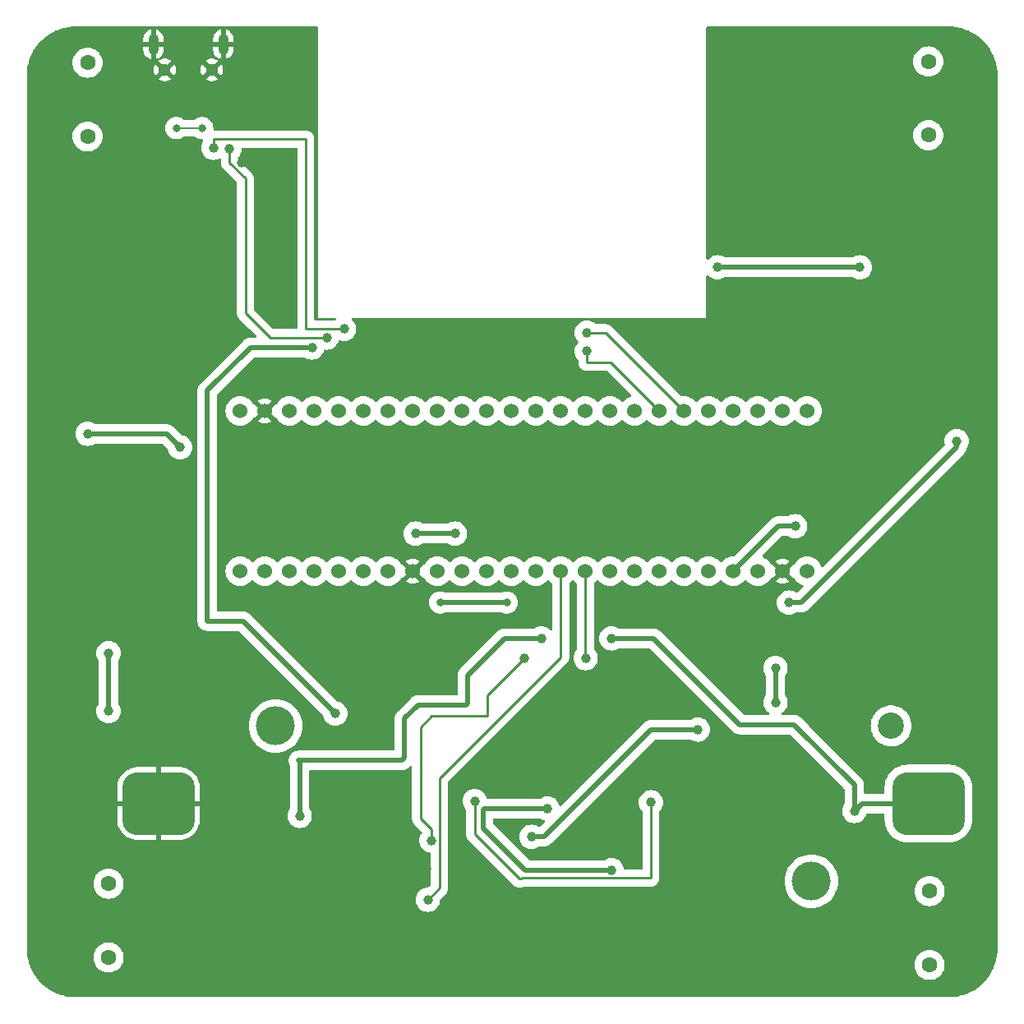
<source format=gbr>
%TF.GenerationSoftware,KiCad,Pcbnew,(7.0.0)*%
%TF.CreationDate,2023-04-14T09:52:48+02:00*%
%TF.ProjectId,EEE3088,45454533-3038-4382-9e6b-696361645f70,Rev_0*%
%TF.SameCoordinates,Original*%
%TF.FileFunction,Copper,L2,Bot*%
%TF.FilePolarity,Positive*%
%FSLAX46Y46*%
G04 Gerber Fmt 4.6, Leading zero omitted, Abs format (unit mm)*
G04 Created by KiCad (PCBNEW (7.0.0)) date 2023-04-14 09:52:48*
%MOMM*%
%LPD*%
G01*
G04 APERTURE LIST*
G04 Aperture macros list*
%AMRoundRect*
0 Rectangle with rounded corners*
0 $1 Rounding radius*
0 $2 $3 $4 $5 $6 $7 $8 $9 X,Y pos of 4 corners*
0 Add a 4 corners polygon primitive as box body*
4,1,4,$2,$3,$4,$5,$6,$7,$8,$9,$2,$3,0*
0 Add four circle primitives for the rounded corners*
1,1,$1+$1,$2,$3*
1,1,$1+$1,$4,$5*
1,1,$1+$1,$6,$7*
1,1,$1+$1,$8,$9*
0 Add four rect primitives between the rounded corners*
20,1,$1+$1,$2,$3,$4,$5,0*
20,1,$1+$1,$4,$5,$6,$7,0*
20,1,$1+$1,$6,$7,$8,$9,0*
20,1,$1+$1,$8,$9,$2,$3,0*%
G04 Aperture macros list end*
%TA.AperFunction,ComponentPad*%
%ADD10C,1.524000*%
%TD*%
%TA.AperFunction,ComponentPad*%
%ADD11O,1.070000X2.140000*%
%TD*%
%TA.AperFunction,ComponentPad*%
%ADD12C,1.300000*%
%TD*%
%TA.AperFunction,ComponentPad*%
%ADD13C,1.600000*%
%TD*%
%TA.AperFunction,ComponentPad*%
%ADD14C,4.000000*%
%TD*%
%TA.AperFunction,ComponentPad*%
%ADD15C,2.700000*%
%TD*%
%TA.AperFunction,SMDPad,CuDef*%
%ADD16RoundRect,1.625000X-2.125000X-1.625000X2.125000X-1.625000X2.125000X1.625000X-2.125000X1.625000X0*%
%TD*%
%TA.AperFunction,ViaPad*%
%ADD17C,1.000000*%
%TD*%
%TA.AperFunction,ViaPad*%
%ADD18C,4.000000*%
%TD*%
%TA.AperFunction,ViaPad*%
%ADD19C,0.800000*%
%TD*%
%TA.AperFunction,Conductor*%
%ADD20C,0.500000*%
%TD*%
%TA.AperFunction,Conductor*%
%ADD21C,0.250000*%
%TD*%
%TA.AperFunction,Conductor*%
%ADD22C,0.200000*%
%TD*%
G04 APERTURE END LIST*
D10*
%TO.P,U5,1,VBAT*%
%TO.N,unconnected-(U5-VBAT-Pad1)*%
X71980000Y-106110000D03*
%TO.P,U5,2,PC13*%
%TO.N,unconnected-(U5-PC13-Pad2)*%
X74520000Y-106110000D03*
%TO.P,U5,3,PC14*%
%TO.N,unconnected-(U5-PC14-Pad3)*%
X77060000Y-106110000D03*
%TO.P,U5,4,PC15*%
%TO.N,unconnected-(U5-PC15-Pad4)*%
X79600000Y-106110000D03*
%TO.P,U5,5,PF0*%
%TO.N,unconnected-(U5-PF0-Pad5)*%
X82140000Y-106110000D03*
%TO.P,U5,6,PF1*%
%TO.N,unconnected-(U5-PF1-Pad6)*%
X84680000Y-106110000D03*
%TO.P,U5,7,NRST*%
%TO.N,+3.3V*%
X87220000Y-106110000D03*
%TO.P,U5,8,GND*%
%TO.N,GND*%
X89760000Y-106110000D03*
%TO.P,U5,9,V+*%
%TO.N,+3.3V*%
X92300000Y-106110000D03*
%TO.P,U5,10,PA0*%
%TO.N,/Microcontroller/LDR_Vout2*%
X94840000Y-106110000D03*
%TO.P,U5,11,PA1*%
%TO.N,/Microcontroller/LDR_Vout1*%
X97380000Y-106110000D03*
%TO.P,U5,12,PA2*%
%TO.N,unconnected-(U5-PA2-Pad12)*%
X99920000Y-106110000D03*
%TO.P,U5,13,PA3*%
%TO.N,unconnected-(U5-PA3-Pad13)*%
X102460000Y-106110000D03*
%TO.P,U5,14,PA4*%
%TO.N,/Microcontroller/Analogue_Enable1*%
X105000000Y-106110000D03*
%TO.P,U5,15,PA5*%
%TO.N,/Microcontroller/Analogue_Enable2*%
X107540000Y-106110000D03*
%TO.P,U5,16,PA6*%
%TO.N,unconnected-(U5-PA6-Pad16)*%
X110080000Y-106110000D03*
%TO.P,U5,17,PA7*%
%TO.N,unconnected-(U5-PA7-Pad17)*%
X112620000Y-106110000D03*
%TO.P,U5,18,PB0*%
%TO.N,unconnected-(U5-PB0-Pad18)*%
X115160000Y-106110000D03*
%TO.P,U5,19,PB1*%
%TO.N,unconnected-(U5-PB1-Pad19)*%
X117700000Y-106110000D03*
%TO.P,U5,20,PB2*%
%TO.N,unconnected-(U5-PB2-Pad20)*%
X120240000Y-106110000D03*
%TO.P,U5,21,PB10*%
%TO.N,/Microcontroller/SCLSense*%
X122780000Y-106110000D03*
%TO.P,U5,22,PB11*%
%TO.N,/Microcontroller/SDASense_1*%
X125320000Y-106110000D03*
%TO.P,U5,23,GND*%
%TO.N,GND*%
X127860000Y-106110000D03*
%TO.P,U5,24,V+*%
%TO.N,+3.3V*%
X130400000Y-106110000D03*
%TO.P,U5,25,PB12*%
%TO.N,unconnected-(U5-PB12-Pad25)*%
X130400000Y-89600000D03*
%TO.P,U5,26,PB13*%
%TO.N,unconnected-(U5-PB13-Pad26)*%
X127860000Y-89600000D03*
%TO.P,U5,27,PB14*%
%TO.N,unconnected-(U5-PB14-Pad27)*%
X125320000Y-89600000D03*
%TO.P,U5,28,PB15*%
%TO.N,unconnected-(U5-PB15-Pad28)*%
X122780000Y-89600000D03*
%TO.P,U5,29,PA8*%
%TO.N,unconnected-(U5-PA8-Pad29)*%
X120240000Y-89600000D03*
%TO.P,U5,30,PA9*%
%TO.N,/Microcontroller/USB_RXD*%
X117700000Y-89600000D03*
%TO.P,U5,31,PA10*%
%TO.N,/Microcontroller/USB_TXD*%
X115160000Y-89600000D03*
%TO.P,U5,32,PA11*%
%TO.N,/Microcontroller/EEPROM_SCL*%
X112620000Y-89600000D03*
%TO.P,U5,33,PA12*%
%TO.N,/Microcontroller/EEPROM_SDA*%
X110080000Y-89600000D03*
%TO.P,U5,34,PA13*%
%TO.N,unconnected-(U5-PA13-Pad34)*%
X107540000Y-89600000D03*
%TO.P,U5,35,PF6*%
%TO.N,unconnected-(U5-PF6-Pad35)*%
X105000000Y-89600000D03*
%TO.P,U5,36,PF7*%
%TO.N,unconnected-(U5-PF7-Pad36)*%
X102460000Y-89600000D03*
%TO.P,U5,37,PA14*%
%TO.N,unconnected-(U5-PA14-Pad37)*%
X99920000Y-89600000D03*
%TO.P,U5,38,PA15*%
%TO.N,unconnected-(U5-PA15-Pad38)*%
X97380000Y-89600000D03*
%TO.P,U5,39,PB3*%
%TO.N,unconnected-(U5-PB3-Pad39)*%
X94840000Y-89600000D03*
%TO.P,U5,40,PB4*%
%TO.N,unconnected-(U5-PB4-Pad40)*%
X92300000Y-89600000D03*
%TO.P,U5,41,PB5*%
%TO.N,unconnected-(U5-PB5-Pad41)*%
X89760000Y-89600000D03*
%TO.P,U5,42,PB6*%
%TO.N,unconnected-(U5-PB6-Pad42)*%
X87220000Y-89600000D03*
%TO.P,U5,43,PB7*%
%TO.N,unconnected-(U5-PB7-Pad43)*%
X84680000Y-89600000D03*
%TO.P,U5,44,BOOT*%
%TO.N,unconnected-(U5-BOOT-Pad44)*%
X82140000Y-89600000D03*
%TO.P,U5,45,PB8*%
%TO.N,/Microcontroller/USB_TIMIN*%
X79600000Y-89600000D03*
%TO.P,U5,46,PB9*%
%TO.N,unconnected-(U5-PB9-Pad46)*%
X77060000Y-89600000D03*
%TO.P,U5,47,GND*%
%TO.N,GND*%
X74520000Y-89600000D03*
%TO.P,U5,48,V+*%
%TO.N,+3.3V*%
X71980000Y-89600000D03*
%TD*%
D11*
%TO.P,J1,S3,SHIELD*%
%TO.N,GND*%
X63036999Y-51815999D03*
D12*
%TO.P,J1,S4,SHIELD*%
X64212000Y-54466000D03*
%TO.P,J1,S5,SHIELD*%
X69062000Y-54466000D03*
D11*
%TO.P,J1,S6,SHIELD*%
X70236999Y-51815999D03*
%TD*%
D13*
%TO.P,R17,1*%
%TO.N,+3.3V*%
X142875000Y-53594000D03*
%TO.P,R17,2*%
%TO.N,Net-(R11-Pad1)*%
X142875000Y-61194000D03*
%TD*%
%TO.P,R15,1*%
%TO.N,Net-(R13-Pad1)*%
X56261000Y-53731000D03*
%TO.P,R15,2*%
%TO.N,Net-(R12-Pad2)*%
X56261000Y-61331000D03*
%TD*%
%TO.P,R16,1*%
%TO.N,Net-(R11-Pad1)*%
X143002000Y-139075000D03*
%TO.P,R16,2*%
%TO.N,Net-(Q1A-C1)*%
X143002000Y-146675000D03*
%TD*%
%TO.P,R14,1*%
%TO.N,Net-(R12-Pad2)*%
X58420000Y-138303000D03*
%TO.P,R14,2*%
%TO.N,Net-(Q1B-C2)*%
X58420000Y-145903000D03*
%TD*%
D14*
%TO.P,Battery-Holder1,*%
%TO.N,*%
X75625000Y-122048000D03*
X130825000Y-138048000D03*
D15*
X139045000Y-122048000D03*
D16*
%TO.P,Battery-Holder1,1*%
%TO.N,/Power_Subsystem/Vbat*%
X142875000Y-130048000D03*
%TO.P,Battery-Holder1,2*%
%TO.N,GND*%
X63575000Y-130048000D03*
%TD*%
D17*
%TO.N,GND*%
X114484000Y-127336000D03*
X125660000Y-127590000D03*
D18*
X75000000Y-55000000D03*
D17*
X110490000Y-134366000D03*
X68961000Y-72263000D03*
X60579000Y-93980000D03*
X87249000Y-129921000D03*
X75438000Y-131064000D03*
D18*
X75000000Y-145000000D03*
D17*
X74422000Y-72263000D03*
X135128000Y-100457000D03*
D18*
X125000000Y-55000000D03*
D17*
X132461000Y-68834000D03*
X98933000Y-139065000D03*
X110236000Y-98679000D03*
D18*
X125000000Y-145000000D03*
D17*
X91186000Y-136779000D03*
X72136000Y-64008000D03*
%TO.N,+3.3V*%
X121158000Y-74803000D03*
X135822000Y-74803000D03*
%TO.N,/Microcontroller/USB_TXD*%
X80899000Y-82042000D03*
X70866000Y-62611000D03*
X107696000Y-83439000D03*
%TO.N,/Microcontroller/USB_RXD*%
X82677000Y-81153000D03*
X107696000Y-81534000D03*
X69215000Y-62484000D03*
%TO.N,/Power_Subsystem/V-pos*%
X96139000Y-129794000D03*
X114300000Y-129921000D03*
%TO.N,/Power_Subsystem/Vbat*%
X135255000Y-130810000D03*
X78105000Y-131318000D03*
X110236000Y-113030000D03*
X102997000Y-113030000D03*
%TO.N,/Power_Subsystem/V-Reg*%
X103632000Y-130556000D03*
X110236000Y-136906000D03*
%TO.N,/Power_Subsystem/3.3-back*%
X101981000Y-133477000D03*
X119126000Y-122428000D03*
%TO.N,+5V*%
X81788000Y-120777000D03*
X79375000Y-83058000D03*
%TO.N,/Microcontroller/LDR_Vout1*%
X127127000Y-119634000D03*
X127127000Y-116078000D03*
%TO.N,/Microcontroller/LDR_Vout2*%
X58420000Y-114554000D03*
X58420000Y-120523000D03*
D19*
%TO.N,/Microcontroller/USB_D-*%
X68072000Y-60452000D03*
X65405000Y-60452000D03*
D17*
%TO.N,/Microcontroller/SCLSense*%
X56261000Y-91948000D03*
X65786000Y-93345000D03*
X129159000Y-101473000D03*
X90043000Y-102235000D03*
X94107000Y-102235000D03*
%TO.N,/Microcontroller/Analogue_Enable2*%
X91694000Y-133858000D03*
X107569000Y-115062000D03*
X101219000Y-115062000D03*
%TO.N,/Microcontroller/Analogue_Enable1*%
X91313000Y-139954000D03*
%TO.N,/Microcontroller/SDASense_1*%
X145796000Y-92710000D03*
D19*
X99441000Y-109347000D03*
X92583000Y-109347000D03*
D17*
X128524000Y-109347000D03*
%TD*%
D20*
%TO.N,+3.3V*%
X121158000Y-74803000D02*
X135822000Y-74803000D01*
D21*
%TO.N,/Microcontroller/USB_TXD*%
X70866000Y-62611000D02*
X70866000Y-64008000D01*
X110142000Y-84582000D02*
X107696000Y-84582000D01*
X72517000Y-65659000D02*
X72517000Y-79502000D01*
X75057000Y-82042000D02*
X80899000Y-82042000D01*
X70866000Y-64008000D02*
X72517000Y-65659000D01*
X115160000Y-89600000D02*
X110142000Y-84582000D01*
X107696000Y-84582000D02*
X107696000Y-83439000D01*
X72517000Y-79502000D02*
X75057000Y-82042000D01*
%TO.N,/Microcontroller/USB_RXD*%
X69215000Y-61595000D02*
X69215000Y-62484000D01*
X78740000Y-81153000D02*
X78740000Y-61595000D01*
X117700000Y-89600000D02*
X109634000Y-81534000D01*
X82677000Y-81153000D02*
X78740000Y-81153000D01*
X109634000Y-81534000D02*
X107696000Y-81534000D01*
X78740000Y-61595000D02*
X69215000Y-61595000D01*
%TO.N,/Power_Subsystem/V-pos*%
X100965000Y-137795000D02*
X101028000Y-137732000D01*
X96139000Y-133223000D02*
X100711000Y-137795000D01*
X114300000Y-137668000D02*
X114300000Y-129921000D01*
X96139000Y-129794000D02*
X96139000Y-133223000D01*
X114236000Y-137732000D02*
X114300000Y-137668000D01*
X101028000Y-137732000D02*
X114236000Y-137732000D01*
X100711000Y-137795000D02*
X100965000Y-137795000D01*
D20*
%TO.N,/Power_Subsystem/Vbat*%
X114554000Y-113030000D02*
X123444000Y-121920000D01*
X78105000Y-125730000D02*
X77978000Y-125603000D01*
X95377000Y-116840000D02*
X99187000Y-113030000D01*
X78105000Y-131318000D02*
X78105000Y-125730000D01*
X99187000Y-113030000D02*
X102997000Y-113030000D01*
X123444000Y-121920000D02*
X129032000Y-121920000D01*
X88646000Y-125603000D02*
X88900000Y-125349000D01*
X110236000Y-113030000D02*
X114554000Y-113030000D01*
X95377000Y-119761000D02*
X95377000Y-116840000D01*
X136017000Y-130048000D02*
X135255000Y-130810000D01*
X88900000Y-121285000D02*
X90297000Y-119888000D01*
X77978000Y-125603000D02*
X88646000Y-125603000D01*
X88900000Y-125349000D02*
X88900000Y-121285000D01*
X95250000Y-119888000D02*
X95377000Y-119761000D01*
X90297000Y-119888000D02*
X95250000Y-119888000D01*
X142875000Y-130048000D02*
X136017000Y-130048000D01*
X129032000Y-121920000D02*
X135255000Y-128143000D01*
X135255000Y-128143000D02*
X135255000Y-130810000D01*
%TO.N,/Power_Subsystem/V-Reg*%
X110236000Y-136906000D02*
X101346000Y-136906000D01*
X97028000Y-130622500D02*
X97094500Y-130556000D01*
X101346000Y-136906000D02*
X97028000Y-132588000D01*
X97028000Y-132588000D02*
X97028000Y-130622500D01*
X97094500Y-130556000D02*
X103632000Y-130556000D01*
%TO.N,/Power_Subsystem/3.3-back*%
X101981000Y-133477000D02*
X103251000Y-133477000D01*
X114300000Y-122428000D02*
X119126000Y-122428000D01*
X103251000Y-133477000D02*
X114300000Y-122428000D01*
%TO.N,+5V*%
X72263000Y-111252000D02*
X81788000Y-120777000D01*
X68580000Y-111252000D02*
X72263000Y-111252000D01*
X73025000Y-83058000D02*
X68580000Y-87503000D01*
X79375000Y-83058000D02*
X73025000Y-83058000D01*
X68580000Y-87503000D02*
X68580000Y-111252000D01*
%TO.N,/Microcontroller/LDR_Vout1*%
X127127000Y-119634000D02*
X127127000Y-116078000D01*
%TO.N,/Microcontroller/LDR_Vout2*%
X58420000Y-120523000D02*
X58420000Y-114554000D01*
D22*
%TO.N,/Microcontroller/USB_D-*%
X65659000Y-60452000D02*
X65405000Y-60452000D01*
X68072000Y-60452000D02*
X65659000Y-60452000D01*
D20*
%TO.N,/Microcontroller/SCLSense*%
X94107000Y-102235000D02*
X90043000Y-102235000D01*
X129159000Y-101473000D02*
X127417000Y-101473000D01*
X56235500Y-91973500D02*
X64414500Y-91973500D01*
X64414500Y-91973500D02*
X65786000Y-93345000D01*
X127417000Y-101473000D02*
X122780000Y-106110000D01*
D21*
%TO.N,/Microcontroller/Analogue_Enable2*%
X107569000Y-115062000D02*
X107540000Y-115033000D01*
X91694000Y-133858000D02*
X91694000Y-132715000D01*
X91694000Y-121031000D02*
X97409000Y-121031000D01*
X97409000Y-121031000D02*
X97409000Y-118872000D01*
X91694000Y-132715000D02*
X90551000Y-131572000D01*
X107540000Y-115033000D02*
X107540000Y-106110000D01*
X97409000Y-118872000D02*
X101219000Y-115062000D01*
X90551000Y-131572000D02*
X90551000Y-122174000D01*
X90551000Y-122174000D02*
X91694000Y-121031000D01*
%TO.N,/Microcontroller/Analogue_Enable1*%
X91313000Y-139954000D02*
X92519000Y-138748000D01*
X105000000Y-114964000D02*
X105000000Y-106110000D01*
X92519000Y-127445000D02*
X105000000Y-114964000D01*
X92519000Y-138748000D02*
X92519000Y-127445000D01*
D20*
%TO.N,/Microcontroller/SDASense_1*%
X92583000Y-109347000D02*
X99441000Y-109347000D01*
X145796000Y-92710000D02*
X145796000Y-93345000D01*
X145796000Y-93345000D02*
X129794000Y-109347000D01*
X129794000Y-109347000D02*
X128524000Y-109347000D01*
%TD*%
%TA.AperFunction,Conductor*%
%TO.N,GND*%
G36*
X79937500Y-50017113D02*
G01*
X79982887Y-50062500D01*
X79999500Y-50124500D01*
X79999500Y-79999901D01*
X79999459Y-80000000D01*
X79999500Y-80000099D01*
X79999617Y-80000383D01*
X80000000Y-80000541D01*
X80000099Y-80000500D01*
X81761663Y-80000500D01*
X81817958Y-80014015D01*
X81861981Y-80051615D01*
X81884136Y-80105102D01*
X81879594Y-80162818D01*
X81849344Y-80212181D01*
X81820344Y-80241181D01*
X81780116Y-80268061D01*
X81732663Y-80277500D01*
X79739500Y-80277500D01*
X79677500Y-80260887D01*
X79632113Y-80215500D01*
X79615500Y-80153500D01*
X79615500Y-61676378D01*
X79617134Y-61656317D01*
X79619370Y-61642678D01*
X79615682Y-61574652D01*
X79615500Y-61567939D01*
X79615500Y-61550891D01*
X79615500Y-61547535D01*
X79613293Y-61527251D01*
X79612749Y-61520576D01*
X79609061Y-61452525D01*
X79605360Y-61439200D01*
X79601567Y-61419426D01*
X79600799Y-61412366D01*
X79600073Y-61405684D01*
X79597927Y-61399316D01*
X79597926Y-61399310D01*
X79578311Y-61341098D01*
X79576350Y-61334715D01*
X79558114Y-61269033D01*
X79551636Y-61256815D01*
X79543682Y-61238326D01*
X79539267Y-61225220D01*
X79504138Y-61166835D01*
X79500836Y-61160995D01*
X79472065Y-61106726D01*
X79472061Y-61106720D01*
X79468914Y-61100784D01*
X79459963Y-61090246D01*
X79448220Y-61073898D01*
X79444556Y-61067809D01*
X79441089Y-61062046D01*
X79394227Y-61012575D01*
X79389745Y-61007579D01*
X79349985Y-60960769D01*
X79345631Y-60955643D01*
X79340277Y-60951573D01*
X79340273Y-60951569D01*
X79334614Y-60947267D01*
X79319641Y-60933834D01*
X79310129Y-60923793D01*
X79253719Y-60885546D01*
X79248296Y-60881650D01*
X79199384Y-60844468D01*
X79199379Y-60844465D01*
X79194029Y-60840398D01*
X79181470Y-60834587D01*
X79163952Y-60824683D01*
X79158075Y-60820698D01*
X79158073Y-60820697D01*
X79152510Y-60816925D01*
X79089208Y-60791703D01*
X79083039Y-60789049D01*
X79027304Y-60763263D01*
X79027300Y-60763261D01*
X79021197Y-60760438D01*
X79014633Y-60758993D01*
X79014618Y-60758988D01*
X79007680Y-60757461D01*
X78988450Y-60751557D01*
X78981844Y-60748925D01*
X78981843Y-60748924D01*
X78975602Y-60746438D01*
X78968971Y-60745350D01*
X78968968Y-60745350D01*
X78908368Y-60735415D01*
X78901775Y-60734150D01*
X78841783Y-60720945D01*
X78841778Y-60720944D01*
X78835216Y-60719500D01*
X78828494Y-60719500D01*
X78821378Y-60719500D01*
X78801317Y-60717866D01*
X78794315Y-60716718D01*
X78794314Y-60716717D01*
X78787678Y-60715630D01*
X78780962Y-60715994D01*
X78719652Y-60719318D01*
X78712939Y-60719500D01*
X69338663Y-60719500D01*
X69273385Y-60700927D01*
X69227663Y-60650772D01*
X69215192Y-60584059D01*
X69226900Y-60457709D01*
X69227429Y-60452000D01*
X69207756Y-60239690D01*
X69166371Y-60094241D01*
X69150975Y-60040129D01*
X69149405Y-60034611D01*
X69054366Y-59843745D01*
X68925872Y-59673593D01*
X68846790Y-59601500D01*
X68772531Y-59533803D01*
X68772529Y-59533801D01*
X68768302Y-59529948D01*
X68763438Y-59526936D01*
X68763435Y-59526934D01*
X68591890Y-59420718D01*
X68591889Y-59420717D01*
X68587019Y-59417702D01*
X68581681Y-59415634D01*
X68581677Y-59415632D01*
X68393545Y-59342750D01*
X68393540Y-59342748D01*
X68388198Y-59340679D01*
X68382560Y-59339625D01*
X68184239Y-59302552D01*
X68184236Y-59302551D01*
X68178610Y-59301500D01*
X67965390Y-59301500D01*
X67959764Y-59302551D01*
X67959760Y-59302552D01*
X67761439Y-59339625D01*
X67761436Y-59339625D01*
X67755802Y-59340679D01*
X67750461Y-59342747D01*
X67750454Y-59342750D01*
X67562322Y-59415632D01*
X67562313Y-59415636D01*
X67556981Y-59417702D01*
X67552114Y-59420715D01*
X67552109Y-59420718D01*
X67380564Y-59526934D01*
X67380555Y-59526940D01*
X67375698Y-59529948D01*
X67371475Y-59533797D01*
X67371468Y-59533803D01*
X67332710Y-59569137D01*
X67293965Y-59593126D01*
X67249171Y-59601500D01*
X66227829Y-59601500D01*
X66183035Y-59593126D01*
X66144290Y-59569137D01*
X66105531Y-59533803D01*
X66105529Y-59533801D01*
X66101302Y-59529948D01*
X66096438Y-59526936D01*
X66096435Y-59526934D01*
X65924890Y-59420718D01*
X65924889Y-59420717D01*
X65920019Y-59417702D01*
X65914681Y-59415634D01*
X65914677Y-59415632D01*
X65726545Y-59342750D01*
X65726540Y-59342748D01*
X65721198Y-59340679D01*
X65715560Y-59339625D01*
X65517239Y-59302552D01*
X65517236Y-59302551D01*
X65511610Y-59301500D01*
X65298390Y-59301500D01*
X65292764Y-59302551D01*
X65292760Y-59302552D01*
X65094439Y-59339625D01*
X65094436Y-59339625D01*
X65088802Y-59340679D01*
X65083461Y-59342747D01*
X65083454Y-59342750D01*
X64895322Y-59415632D01*
X64895313Y-59415636D01*
X64889981Y-59417702D01*
X64885114Y-59420715D01*
X64885109Y-59420718D01*
X64713564Y-59526934D01*
X64713555Y-59526940D01*
X64708698Y-59529948D01*
X64704475Y-59533797D01*
X64704468Y-59533803D01*
X64555360Y-59669734D01*
X64555354Y-59669739D01*
X64551128Y-59673593D01*
X64547681Y-59678156D01*
X64547675Y-59678164D01*
X64426086Y-59839173D01*
X64426083Y-59839177D01*
X64422634Y-59843745D01*
X64420082Y-59848870D01*
X64420079Y-59848875D01*
X64330153Y-60029473D01*
X64327595Y-60034611D01*
X64326027Y-60040119D01*
X64326024Y-60040129D01*
X64270814Y-60234168D01*
X64270811Y-60234179D01*
X64269244Y-60239690D01*
X64249571Y-60452000D01*
X64250100Y-60457709D01*
X64267989Y-60650772D01*
X64269244Y-60664310D01*
X64270812Y-60669821D01*
X64270814Y-60669831D01*
X64326024Y-60863870D01*
X64326026Y-60863876D01*
X64327595Y-60869389D01*
X64422634Y-61060255D01*
X64426086Y-61064826D01*
X64503125Y-61166842D01*
X64551128Y-61230407D01*
X64555360Y-61234265D01*
X64669066Y-61337923D01*
X64708698Y-61374052D01*
X64889981Y-61486298D01*
X65088802Y-61563321D01*
X65298390Y-61602500D01*
X65505881Y-61602500D01*
X65511610Y-61602500D01*
X65721198Y-61563321D01*
X65920019Y-61486298D01*
X66101302Y-61374052D01*
X66144289Y-61334863D01*
X66183035Y-61310874D01*
X66227829Y-61302500D01*
X67249171Y-61302500D01*
X67293965Y-61310874D01*
X67332710Y-61334863D01*
X67339549Y-61341098D01*
X67375698Y-61374052D01*
X67556981Y-61486298D01*
X67755802Y-61563321D01*
X67965390Y-61602500D01*
X67971119Y-61602500D01*
X68067452Y-61602500D01*
X68131780Y-61620491D01*
X68177441Y-61669243D01*
X68191187Y-61734609D01*
X68169027Y-61797623D01*
X68131006Y-61851922D01*
X68131001Y-61851929D01*
X68127898Y-61856362D01*
X68125610Y-61861268D01*
X68125608Y-61861272D01*
X68037712Y-62049763D01*
X68037707Y-62049774D01*
X68035425Y-62054670D01*
X68034025Y-62059892D01*
X68034024Y-62059897D01*
X67980194Y-62260790D01*
X67980191Y-62260802D01*
X67978793Y-62266023D01*
X67978321Y-62271412D01*
X67978320Y-62271421D01*
X67976366Y-62293759D01*
X67959723Y-62484000D01*
X67960195Y-62489395D01*
X67978320Y-62696578D01*
X67978321Y-62696585D01*
X67978793Y-62701977D01*
X67980192Y-62707199D01*
X67980194Y-62707209D01*
X68034024Y-62908102D01*
X68035425Y-62913330D01*
X68037709Y-62918229D01*
X68037712Y-62918236D01*
X68125611Y-63106736D01*
X68125614Y-63106742D01*
X68127898Y-63111639D01*
X68130997Y-63116066D01*
X68130999Y-63116068D01*
X68250296Y-63286442D01*
X68250299Y-63286446D01*
X68253402Y-63290877D01*
X68408123Y-63445598D01*
X68587361Y-63571102D01*
X68592261Y-63573387D01*
X68592263Y-63573388D01*
X68729003Y-63637151D01*
X68785670Y-63663575D01*
X68909645Y-63696794D01*
X68991790Y-63718805D01*
X68991791Y-63718805D01*
X68997023Y-63720207D01*
X69215000Y-63739277D01*
X69432977Y-63720207D01*
X69644330Y-63663575D01*
X69814096Y-63584411D01*
X69874610Y-63573059D01*
X69933125Y-63592213D01*
X69975214Y-63637151D01*
X69990500Y-63696794D01*
X69990500Y-63967379D01*
X69990091Y-63977443D01*
X69986206Y-64025143D01*
X69986206Y-64025151D01*
X69985661Y-64031848D01*
X69986568Y-64038511D01*
X69986569Y-64038514D01*
X69996688Y-64112790D01*
X69997096Y-64116121D01*
X70005200Y-64190632D01*
X70005927Y-64197316D01*
X70008071Y-64203681D01*
X70009198Y-64208801D01*
X70010461Y-64213882D01*
X70011369Y-64220537D01*
X70013685Y-64226841D01*
X70013687Y-64226849D01*
X70039540Y-64297220D01*
X70040655Y-64300385D01*
X70066733Y-64377780D01*
X70070197Y-64383538D01*
X70072406Y-64388312D01*
X70074721Y-64392980D01*
X70077039Y-64399288D01*
X70080657Y-64404949D01*
X70080660Y-64404954D01*
X70121046Y-64468139D01*
X70122815Y-64470991D01*
X70161444Y-64535193D01*
X70161447Y-64535197D01*
X70164911Y-64540954D01*
X70169531Y-64545831D01*
X70172696Y-64549995D01*
X70175977Y-64554077D01*
X70179600Y-64559744D01*
X70184356Y-64564500D01*
X70184357Y-64564501D01*
X70237359Y-64617503D01*
X70239701Y-64619909D01*
X70291245Y-64674324D01*
X70291247Y-64674326D01*
X70295871Y-64679207D01*
X70301437Y-64682980D01*
X70306560Y-64687332D01*
X70306216Y-64687735D01*
X70314121Y-64694265D01*
X71605181Y-65985325D01*
X71632061Y-66025553D01*
X71641500Y-66073006D01*
X71641500Y-79461379D01*
X71641091Y-79471443D01*
X71637206Y-79519143D01*
X71637206Y-79519151D01*
X71636661Y-79525848D01*
X71637568Y-79532511D01*
X71637569Y-79532514D01*
X71647688Y-79606790D01*
X71648096Y-79610121D01*
X71656200Y-79684632D01*
X71656927Y-79691316D01*
X71659071Y-79697681D01*
X71660198Y-79702801D01*
X71661461Y-79707882D01*
X71662369Y-79714537D01*
X71664685Y-79720841D01*
X71664687Y-79720849D01*
X71690540Y-79791220D01*
X71691655Y-79794385D01*
X71717733Y-79871780D01*
X71721197Y-79877538D01*
X71723406Y-79882312D01*
X71725721Y-79886980D01*
X71728039Y-79893288D01*
X71731657Y-79898949D01*
X71731660Y-79898954D01*
X71772046Y-79962139D01*
X71773815Y-79964991D01*
X71812444Y-80029193D01*
X71812447Y-80029197D01*
X71815911Y-80034954D01*
X71820531Y-80039831D01*
X71823696Y-80043995D01*
X71826977Y-80048077D01*
X71830600Y-80053744D01*
X71835357Y-80058501D01*
X71888359Y-80111503D01*
X71890701Y-80113909D01*
X71942245Y-80168324D01*
X71942247Y-80168326D01*
X71946871Y-80173207D01*
X71952437Y-80176980D01*
X71957560Y-80181332D01*
X71957216Y-80181735D01*
X71965121Y-80188265D01*
X72886753Y-81109897D01*
X73622676Y-81845819D01*
X73652926Y-81895182D01*
X73657468Y-81952898D01*
X73635313Y-82006385D01*
X73591290Y-82043985D01*
X73534995Y-82057500D01*
X73039238Y-82057500D01*
X73036097Y-82057460D01*
X72954925Y-82055403D01*
X72954921Y-82055403D01*
X72948637Y-82055244D01*
X72942448Y-82056353D01*
X72942449Y-82056353D01*
X72890588Y-82065647D01*
X72881264Y-82066954D01*
X72828827Y-82072287D01*
X72828809Y-82072290D01*
X72822562Y-82072926D01*
X72816570Y-82074805D01*
X72816560Y-82074808D01*
X72793526Y-82082035D01*
X72778289Y-82085774D01*
X72754538Y-82090031D01*
X72754525Y-82090034D01*
X72748347Y-82091142D01*
X72742520Y-82093469D01*
X72742504Y-82093474D01*
X72693567Y-82113021D01*
X72684697Y-82116179D01*
X72634411Y-82131957D01*
X72634396Y-82131963D01*
X72628412Y-82133841D01*
X72622922Y-82136887D01*
X72622915Y-82136891D01*
X72601809Y-82148605D01*
X72587640Y-82155334D01*
X72565223Y-82164289D01*
X72565213Y-82164293D01*
X72559383Y-82166623D01*
X72554140Y-82170078D01*
X72554131Y-82170083D01*
X72510123Y-82199086D01*
X72502073Y-82203963D01*
X72450498Y-82232591D01*
X72445729Y-82236684D01*
X72445726Y-82236687D01*
X72427414Y-82252407D01*
X72414887Y-82261852D01*
X72394731Y-82275136D01*
X72394719Y-82275145D01*
X72389481Y-82278598D01*
X72385039Y-82283039D01*
X72385035Y-82283043D01*
X72347774Y-82320303D01*
X72340868Y-82326704D01*
X72300873Y-82361040D01*
X72300869Y-82361043D01*
X72296105Y-82365134D01*
X72292260Y-82370100D01*
X72292260Y-82370101D01*
X72277480Y-82389194D01*
X72267108Y-82400969D01*
X67882646Y-86785432D01*
X67880398Y-86787624D01*
X67816947Y-86847941D01*
X67813359Y-86853095D01*
X67813352Y-86853104D01*
X67783244Y-86896361D01*
X67777574Y-86903881D01*
X67744274Y-86944721D01*
X67744271Y-86944724D01*
X67740302Y-86949593D01*
X67737396Y-86955155D01*
X67737388Y-86955168D01*
X67726210Y-86976566D01*
X67718082Y-86989982D01*
X67704300Y-87009784D01*
X67704295Y-87009792D01*
X67700705Y-87014951D01*
X67698228Y-87020721D01*
X67698225Y-87020728D01*
X67677439Y-87069165D01*
X67673399Y-87077671D01*
X67646091Y-87129951D01*
X67644363Y-87135989D01*
X67644360Y-87135997D01*
X67637720Y-87159201D01*
X67632459Y-87173978D01*
X67622942Y-87196157D01*
X67620460Y-87201942D01*
X67619194Y-87208097D01*
X67619192Y-87208107D01*
X67608587Y-87259712D01*
X67606342Y-87268859D01*
X67591842Y-87319534D01*
X67591839Y-87319547D01*
X67590113Y-87325582D01*
X67589636Y-87331842D01*
X67589635Y-87331849D01*
X67587801Y-87355929D01*
X67585622Y-87371463D01*
X67580766Y-87395097D01*
X67579500Y-87401259D01*
X67579500Y-87407550D01*
X67579500Y-87460241D01*
X67579142Y-87469656D01*
X67575140Y-87522205D01*
X67575140Y-87522210D01*
X67574663Y-87528476D01*
X67575456Y-87534709D01*
X67575457Y-87534715D01*
X67578506Y-87558651D01*
X67579500Y-87574317D01*
X67579500Y-111223499D01*
X67579341Y-111229779D01*
X67575949Y-111296654D01*
X67575949Y-111296659D01*
X67575631Y-111302936D01*
X67576582Y-111309148D01*
X67576583Y-111309154D01*
X67586720Y-111375323D01*
X67587514Y-111381554D01*
X67594289Y-111448183D01*
X67594290Y-111448191D01*
X67594926Y-111454438D01*
X67596807Y-111460435D01*
X67596810Y-111460447D01*
X67599749Y-111469816D01*
X67604003Y-111488144D01*
X67605490Y-111497851D01*
X67605492Y-111497860D01*
X67606444Y-111504071D01*
X67608628Y-111509968D01*
X67631882Y-111572758D01*
X67633913Y-111578701D01*
X67655841Y-111648588D01*
X67658889Y-111654080D01*
X67658891Y-111654084D01*
X67663656Y-111662668D01*
X67671518Y-111679778D01*
X67674929Y-111688989D01*
X67674931Y-111688993D01*
X67677114Y-111694887D01*
X67680440Y-111700223D01*
X67715864Y-111757055D01*
X67719045Y-111762460D01*
X67754591Y-111826502D01*
X67765083Y-111838723D01*
X67776224Y-111853896D01*
X67784748Y-111867571D01*
X67789082Y-111872130D01*
X67835220Y-111920667D01*
X67839421Y-111925317D01*
X67887134Y-111980895D01*
X67892104Y-111984742D01*
X67892105Y-111984743D01*
X67899869Y-111990753D01*
X67913841Y-112003376D01*
X67924941Y-112015053D01*
X67930108Y-112018649D01*
X67930110Y-112018651D01*
X67985050Y-112056890D01*
X67990116Y-112060610D01*
X68043067Y-112101598D01*
X68043073Y-112101602D01*
X68048042Y-112105448D01*
X68062507Y-112112543D01*
X68078729Y-112122093D01*
X68086788Y-112127702D01*
X68086791Y-112127704D01*
X68091951Y-112131295D01*
X68097725Y-112133773D01*
X68097729Y-112133775D01*
X68131407Y-112148227D01*
X68159264Y-112160181D01*
X68164954Y-112162795D01*
X68175733Y-112168083D01*
X68225077Y-112192288D01*
X68225080Y-112192289D01*
X68230729Y-112195060D01*
X68246316Y-112199095D01*
X68264137Y-112205187D01*
X68269747Y-112207594D01*
X68278942Y-112211540D01*
X68350708Y-112226287D01*
X68356779Y-112227695D01*
X68427715Y-112246063D01*
X68443800Y-112246878D01*
X68462477Y-112249256D01*
X68478259Y-112252500D01*
X68551499Y-112252500D01*
X68557779Y-112252659D01*
X68630936Y-112256369D01*
X68646856Y-112253930D01*
X68665634Y-112252500D01*
X71797217Y-112252500D01*
X71844670Y-112261939D01*
X71884898Y-112288819D01*
X80516322Y-120920242D01*
X80538629Y-120950664D01*
X80550756Y-120986386D01*
X80551322Y-120989598D01*
X80551793Y-120994977D01*
X80553189Y-121000189D01*
X80553191Y-121000197D01*
X80599420Y-121172723D01*
X80608425Y-121206330D01*
X80610709Y-121211229D01*
X80610712Y-121211236D01*
X80698611Y-121399736D01*
X80698614Y-121399742D01*
X80700898Y-121404639D01*
X80703997Y-121409066D01*
X80703999Y-121409068D01*
X80823296Y-121579442D01*
X80823299Y-121579446D01*
X80826402Y-121583877D01*
X80981123Y-121738598D01*
X80985555Y-121741701D01*
X80985557Y-121741703D01*
X81027355Y-121770970D01*
X81160361Y-121864102D01*
X81165261Y-121866387D01*
X81165263Y-121866388D01*
X81280266Y-121920015D01*
X81358670Y-121956575D01*
X81497457Y-121993763D01*
X81564790Y-122011805D01*
X81564791Y-122011805D01*
X81570023Y-122013207D01*
X81788000Y-122032277D01*
X82005977Y-122013207D01*
X82217330Y-121956575D01*
X82415639Y-121864102D01*
X82594877Y-121738598D01*
X82749598Y-121583877D01*
X82875102Y-121404639D01*
X82967575Y-121206330D01*
X83024207Y-120994977D01*
X83043277Y-120777000D01*
X83024207Y-120559023D01*
X82967575Y-120347670D01*
X82875102Y-120149362D01*
X82749598Y-119970123D01*
X82594877Y-119815402D01*
X82590446Y-119812299D01*
X82590442Y-119812296D01*
X82420068Y-119692999D01*
X82420066Y-119692997D01*
X82415639Y-119689898D01*
X82410742Y-119687614D01*
X82410736Y-119687611D01*
X82222236Y-119599712D01*
X82222229Y-119599709D01*
X82217330Y-119597425D01*
X82212103Y-119596024D01*
X82212102Y-119596024D01*
X82011202Y-119542193D01*
X82011201Y-119542192D01*
X82005977Y-119540793D01*
X82000587Y-119540321D01*
X81997392Y-119539758D01*
X81961668Y-119527631D01*
X81931244Y-119505323D01*
X72980567Y-110554647D01*
X72978374Y-110552398D01*
X72922390Y-110493503D01*
X72922389Y-110493502D01*
X72918059Y-110488947D01*
X72912897Y-110485354D01*
X72869642Y-110455247D01*
X72862119Y-110449575D01*
X72821280Y-110416275D01*
X72821277Y-110416273D01*
X72816407Y-110412302D01*
X72789437Y-110398213D01*
X72776024Y-110390087D01*
X72751049Y-110372705D01*
X72696817Y-110349432D01*
X72688351Y-110345411D01*
X72636049Y-110318091D01*
X72606802Y-110309722D01*
X72592021Y-110304459D01*
X72569841Y-110294941D01*
X72569835Y-110294939D01*
X72564058Y-110292460D01*
X72557905Y-110291195D01*
X72557891Y-110291191D01*
X72506273Y-110280583D01*
X72497126Y-110278338D01*
X72446465Y-110263842D01*
X72446453Y-110263839D01*
X72440418Y-110262113D01*
X72434154Y-110261635D01*
X72434149Y-110261635D01*
X72410075Y-110259802D01*
X72394533Y-110257622D01*
X72370902Y-110252766D01*
X72370901Y-110252765D01*
X72364741Y-110251500D01*
X72358452Y-110251500D01*
X72305759Y-110251500D01*
X72296344Y-110251142D01*
X72243794Y-110247140D01*
X72243789Y-110247140D01*
X72237524Y-110246663D01*
X72231290Y-110247456D01*
X72231284Y-110247457D01*
X72207349Y-110250506D01*
X72191683Y-110251500D01*
X69704500Y-110251500D01*
X69642500Y-110234887D01*
X69597113Y-110189500D01*
X69580500Y-110127500D01*
X69580500Y-109347000D01*
X91427571Y-109347000D01*
X91447244Y-109559310D01*
X91448812Y-109564821D01*
X91448814Y-109564831D01*
X91504024Y-109758870D01*
X91504026Y-109758876D01*
X91505595Y-109764389D01*
X91600634Y-109955255D01*
X91604086Y-109959826D01*
X91695862Y-110081357D01*
X91729128Y-110125407D01*
X91733360Y-110129265D01*
X91867444Y-110251500D01*
X91886698Y-110269052D01*
X92067981Y-110381298D01*
X92266802Y-110458321D01*
X92476390Y-110497500D01*
X92683881Y-110497500D01*
X92689610Y-110497500D01*
X92899198Y-110458321D01*
X93098019Y-110381298D01*
X93122607Y-110366073D01*
X93187886Y-110347500D01*
X98836114Y-110347500D01*
X98901392Y-110366073D01*
X98925981Y-110381298D01*
X99124802Y-110458321D01*
X99334390Y-110497500D01*
X99541881Y-110497500D01*
X99547610Y-110497500D01*
X99757198Y-110458321D01*
X99956019Y-110381298D01*
X100137302Y-110269052D01*
X100294872Y-110125407D01*
X100423366Y-109955255D01*
X100518405Y-109764389D01*
X100576756Y-109559310D01*
X100596429Y-109347000D01*
X100576756Y-109134690D01*
X100518405Y-108929611D01*
X100423366Y-108738745D01*
X100294872Y-108568593D01*
X100137302Y-108424948D01*
X100132438Y-108421936D01*
X100132435Y-108421934D01*
X99960890Y-108315718D01*
X99960889Y-108315717D01*
X99956019Y-108312702D01*
X99950681Y-108310634D01*
X99950677Y-108310632D01*
X99762545Y-108237750D01*
X99762540Y-108237748D01*
X99757198Y-108235679D01*
X99751560Y-108234625D01*
X99553239Y-108197552D01*
X99553236Y-108197551D01*
X99547610Y-108196500D01*
X99334390Y-108196500D01*
X99328764Y-108197551D01*
X99328760Y-108197552D01*
X99130439Y-108234625D01*
X99130436Y-108234625D01*
X99124802Y-108235679D01*
X99119461Y-108237747D01*
X99119454Y-108237750D01*
X98931322Y-108310632D01*
X98931313Y-108310636D01*
X98925981Y-108312702D01*
X98921114Y-108315715D01*
X98921109Y-108315718D01*
X98901392Y-108327927D01*
X98836114Y-108346500D01*
X93187886Y-108346500D01*
X93122608Y-108327927D01*
X93102890Y-108315718D01*
X93102889Y-108315717D01*
X93098019Y-108312702D01*
X93092681Y-108310634D01*
X93092677Y-108310632D01*
X92904545Y-108237750D01*
X92904540Y-108237748D01*
X92899198Y-108235679D01*
X92893560Y-108234625D01*
X92695239Y-108197552D01*
X92695236Y-108197551D01*
X92689610Y-108196500D01*
X92476390Y-108196500D01*
X92470764Y-108197551D01*
X92470760Y-108197552D01*
X92272439Y-108234625D01*
X92272436Y-108234625D01*
X92266802Y-108235679D01*
X92261461Y-108237747D01*
X92261454Y-108237750D01*
X92073322Y-108310632D01*
X92073313Y-108310636D01*
X92067981Y-108312702D01*
X92063114Y-108315715D01*
X92063109Y-108315718D01*
X91891564Y-108421934D01*
X91891555Y-108421940D01*
X91886698Y-108424948D01*
X91882475Y-108428797D01*
X91882468Y-108428803D01*
X91733360Y-108564734D01*
X91733354Y-108564739D01*
X91729128Y-108568593D01*
X91725681Y-108573156D01*
X91725675Y-108573164D01*
X91604086Y-108734173D01*
X91604083Y-108734177D01*
X91600634Y-108738745D01*
X91598082Y-108743870D01*
X91598079Y-108743875D01*
X91508938Y-108922897D01*
X91505595Y-108929611D01*
X91504027Y-108935119D01*
X91504024Y-108935129D01*
X91448814Y-109129168D01*
X91448811Y-109129179D01*
X91447244Y-109134690D01*
X91427571Y-109347000D01*
X69580500Y-109347000D01*
X69580500Y-106110000D01*
X70462823Y-106110000D01*
X70481502Y-106347339D01*
X70482637Y-106352068D01*
X70482638Y-106352072D01*
X70512173Y-106475095D01*
X70537079Y-106578833D01*
X70538940Y-106583326D01*
X70538942Y-106583332D01*
X70626319Y-106794281D01*
X70626323Y-106794289D01*
X70628185Y-106798784D01*
X70635993Y-106811525D01*
X70750031Y-106997619D01*
X70750036Y-106997626D01*
X70752578Y-107001774D01*
X70755738Y-107005473D01*
X70755741Y-107005478D01*
X70895855Y-107169530D01*
X70907194Y-107182806D01*
X70910894Y-107185966D01*
X71046542Y-107301821D01*
X71088226Y-107337422D01*
X71092376Y-107339965D01*
X71092380Y-107339968D01*
X71151749Y-107376349D01*
X71291216Y-107461815D01*
X71295715Y-107463678D01*
X71295718Y-107463680D01*
X71466375Y-107534367D01*
X71511167Y-107552921D01*
X71742661Y-107608498D01*
X71980000Y-107627177D01*
X72217339Y-107608498D01*
X72448833Y-107552921D01*
X72668784Y-107461815D01*
X72871774Y-107337422D01*
X73052806Y-107182806D01*
X73155713Y-107062316D01*
X73198084Y-107030243D01*
X73249998Y-107018852D01*
X73301912Y-107030242D01*
X73344289Y-107062320D01*
X73435855Y-107169530D01*
X73447194Y-107182806D01*
X73450894Y-107185966D01*
X73586542Y-107301821D01*
X73628226Y-107337422D01*
X73632376Y-107339965D01*
X73632380Y-107339968D01*
X73691749Y-107376349D01*
X73831216Y-107461815D01*
X73835715Y-107463678D01*
X73835718Y-107463680D01*
X74006375Y-107534367D01*
X74051167Y-107552921D01*
X74282661Y-107608498D01*
X74520000Y-107627177D01*
X74757339Y-107608498D01*
X74988833Y-107552921D01*
X75208784Y-107461815D01*
X75411774Y-107337422D01*
X75592806Y-107182806D01*
X75695713Y-107062316D01*
X75738084Y-107030243D01*
X75789998Y-107018852D01*
X75841912Y-107030242D01*
X75884289Y-107062320D01*
X75975855Y-107169530D01*
X75987194Y-107182806D01*
X75990894Y-107185966D01*
X76126542Y-107301821D01*
X76168226Y-107337422D01*
X76172376Y-107339965D01*
X76172380Y-107339968D01*
X76231749Y-107376349D01*
X76371216Y-107461815D01*
X76375715Y-107463678D01*
X76375718Y-107463680D01*
X76546375Y-107534367D01*
X76591167Y-107552921D01*
X76822661Y-107608498D01*
X77060000Y-107627177D01*
X77297339Y-107608498D01*
X77528833Y-107552921D01*
X77748784Y-107461815D01*
X77951774Y-107337422D01*
X78132806Y-107182806D01*
X78235713Y-107062316D01*
X78278084Y-107030243D01*
X78329998Y-107018852D01*
X78381912Y-107030242D01*
X78424289Y-107062320D01*
X78515855Y-107169530D01*
X78527194Y-107182806D01*
X78530894Y-107185966D01*
X78666542Y-107301821D01*
X78708226Y-107337422D01*
X78712376Y-107339965D01*
X78712380Y-107339968D01*
X78771749Y-107376349D01*
X78911216Y-107461815D01*
X78915715Y-107463678D01*
X78915718Y-107463680D01*
X79086375Y-107534367D01*
X79131167Y-107552921D01*
X79362661Y-107608498D01*
X79600000Y-107627177D01*
X79837339Y-107608498D01*
X80068833Y-107552921D01*
X80288784Y-107461815D01*
X80491774Y-107337422D01*
X80672806Y-107182806D01*
X80775713Y-107062316D01*
X80818084Y-107030243D01*
X80869998Y-107018852D01*
X80921912Y-107030242D01*
X80964289Y-107062320D01*
X81055855Y-107169530D01*
X81067194Y-107182806D01*
X81070894Y-107185966D01*
X81206542Y-107301821D01*
X81248226Y-107337422D01*
X81252376Y-107339965D01*
X81252380Y-107339968D01*
X81311749Y-107376349D01*
X81451216Y-107461815D01*
X81455715Y-107463678D01*
X81455718Y-107463680D01*
X81626375Y-107534367D01*
X81671167Y-107552921D01*
X81902661Y-107608498D01*
X82140000Y-107627177D01*
X82377339Y-107608498D01*
X82608833Y-107552921D01*
X82828784Y-107461815D01*
X83031774Y-107337422D01*
X83212806Y-107182806D01*
X83315713Y-107062316D01*
X83358084Y-107030243D01*
X83409998Y-107018852D01*
X83461912Y-107030242D01*
X83504289Y-107062320D01*
X83595855Y-107169530D01*
X83607194Y-107182806D01*
X83610894Y-107185966D01*
X83746542Y-107301821D01*
X83788226Y-107337422D01*
X83792376Y-107339965D01*
X83792380Y-107339968D01*
X83851749Y-107376349D01*
X83991216Y-107461815D01*
X83995715Y-107463678D01*
X83995718Y-107463680D01*
X84166375Y-107534367D01*
X84211167Y-107552921D01*
X84442661Y-107608498D01*
X84680000Y-107627177D01*
X84917339Y-107608498D01*
X85148833Y-107552921D01*
X85368784Y-107461815D01*
X85571774Y-107337422D01*
X85752806Y-107182806D01*
X85855713Y-107062316D01*
X85898084Y-107030243D01*
X85949998Y-107018852D01*
X86001912Y-107030242D01*
X86044289Y-107062320D01*
X86135855Y-107169530D01*
X86147194Y-107182806D01*
X86150894Y-107185966D01*
X86286542Y-107301821D01*
X86328226Y-107337422D01*
X86332376Y-107339965D01*
X86332380Y-107339968D01*
X86391749Y-107376349D01*
X86531216Y-107461815D01*
X86535715Y-107463678D01*
X86535718Y-107463680D01*
X86706375Y-107534367D01*
X86751167Y-107552921D01*
X86982661Y-107608498D01*
X87220000Y-107627177D01*
X87457339Y-107608498D01*
X87688833Y-107552921D01*
X87908784Y-107461815D01*
X88111774Y-107337422D01*
X88292806Y-107182806D01*
X88311073Y-107161418D01*
X89065503Y-107161418D01*
X89072936Y-107169530D01*
X89122151Y-107203991D01*
X89131499Y-107209388D01*
X89321819Y-107298135D01*
X89331943Y-107301821D01*
X89534786Y-107356173D01*
X89545418Y-107358047D01*
X89754605Y-107376349D01*
X89765395Y-107376349D01*
X89974581Y-107358047D01*
X89985213Y-107356173D01*
X90188056Y-107301821D01*
X90198180Y-107298135D01*
X90388494Y-107209391D01*
X90397851Y-107203989D01*
X90447064Y-107169528D01*
X90454496Y-107161419D01*
X90448582Y-107152136D01*
X89771542Y-106475095D01*
X89760000Y-106468431D01*
X89748457Y-106475095D01*
X89071416Y-107152136D01*
X89065503Y-107161418D01*
X88311073Y-107161418D01*
X88447422Y-107001774D01*
X88540160Y-106850439D01*
X88577904Y-106811527D01*
X88628646Y-106792436D01*
X88682683Y-106796818D01*
X88683544Y-106797313D01*
X88707834Y-106804971D01*
X88717862Y-106798582D01*
X89394903Y-106121541D01*
X89401567Y-106109999D01*
X89394903Y-106098456D01*
X88717859Y-105421413D01*
X88707834Y-105415027D01*
X88683544Y-105422686D01*
X88683534Y-105422657D01*
X88682553Y-105423220D01*
X88628556Y-105427549D01*
X88577866Y-105408446D01*
X88540158Y-105369557D01*
X88488034Y-105284499D01*
X88449968Y-105222380D01*
X88449965Y-105222376D01*
X88447422Y-105218226D01*
X88311072Y-105058581D01*
X89065502Y-105058581D01*
X89071413Y-105067859D01*
X89748456Y-105744903D01*
X89759999Y-105751567D01*
X89771541Y-105744903D01*
X90448582Y-105067862D01*
X90454496Y-105058579D01*
X90447065Y-105050470D01*
X90397848Y-105016008D01*
X90388496Y-105010609D01*
X90198180Y-104921864D01*
X90188056Y-104918178D01*
X89985213Y-104863826D01*
X89974581Y-104861952D01*
X89765395Y-104843651D01*
X89754605Y-104843651D01*
X89545418Y-104861952D01*
X89534786Y-104863826D01*
X89331949Y-104918177D01*
X89321815Y-104921865D01*
X89131498Y-105010612D01*
X89122154Y-105016006D01*
X89072936Y-105050468D01*
X89065502Y-105058581D01*
X88311072Y-105058581D01*
X88292806Y-105037194D01*
X88289105Y-105034033D01*
X88115478Y-104885741D01*
X88115473Y-104885738D01*
X88111774Y-104882578D01*
X88107626Y-104880036D01*
X88107619Y-104880031D01*
X87979258Y-104801371D01*
X87908784Y-104758185D01*
X87904289Y-104756323D01*
X87904281Y-104756319D01*
X87693332Y-104668942D01*
X87693326Y-104668940D01*
X87688833Y-104667079D01*
X87684104Y-104665943D01*
X87684099Y-104665942D01*
X87462072Y-104612638D01*
X87462068Y-104612637D01*
X87457339Y-104611502D01*
X87452488Y-104611120D01*
X87452487Y-104611120D01*
X87224854Y-104593205D01*
X87220000Y-104592823D01*
X87215146Y-104593205D01*
X86987512Y-104611120D01*
X86987509Y-104611120D01*
X86982661Y-104611502D01*
X86977933Y-104612636D01*
X86977927Y-104612638D01*
X86755900Y-104665942D01*
X86755891Y-104665944D01*
X86751167Y-104667079D01*
X86746677Y-104668938D01*
X86746667Y-104668942D01*
X86535718Y-104756319D01*
X86535705Y-104756325D01*
X86531216Y-104758185D01*
X86527062Y-104760730D01*
X86527061Y-104760731D01*
X86332380Y-104880031D01*
X86332367Y-104880040D01*
X86328226Y-104882578D01*
X86324531Y-104885733D01*
X86324521Y-104885741D01*
X86150894Y-105034033D01*
X86150887Y-105034039D01*
X86147194Y-105037194D01*
X86144039Y-105040887D01*
X86144033Y-105040894D01*
X86044289Y-105157679D01*
X86001912Y-105189757D01*
X85949998Y-105201147D01*
X85898085Y-105189757D01*
X85855711Y-105157680D01*
X85752806Y-105037194D01*
X85749105Y-105034033D01*
X85575478Y-104885741D01*
X85575473Y-104885738D01*
X85571774Y-104882578D01*
X85567626Y-104880036D01*
X85567619Y-104880031D01*
X85439258Y-104801371D01*
X85368784Y-104758185D01*
X85364289Y-104756323D01*
X85364281Y-104756319D01*
X85153332Y-104668942D01*
X85153326Y-104668940D01*
X85148833Y-104667079D01*
X85144104Y-104665943D01*
X85144099Y-104665942D01*
X84922072Y-104612638D01*
X84922068Y-104612637D01*
X84917339Y-104611502D01*
X84912488Y-104611120D01*
X84912487Y-104611120D01*
X84684854Y-104593205D01*
X84680000Y-104592823D01*
X84675146Y-104593205D01*
X84447512Y-104611120D01*
X84447509Y-104611120D01*
X84442661Y-104611502D01*
X84437933Y-104612636D01*
X84437927Y-104612638D01*
X84215900Y-104665942D01*
X84215891Y-104665944D01*
X84211167Y-104667079D01*
X84206677Y-104668938D01*
X84206667Y-104668942D01*
X83995718Y-104756319D01*
X83995705Y-104756325D01*
X83991216Y-104758185D01*
X83987062Y-104760730D01*
X83987061Y-104760731D01*
X83792380Y-104880031D01*
X83792367Y-104880040D01*
X83788226Y-104882578D01*
X83784531Y-104885733D01*
X83784521Y-104885741D01*
X83610894Y-105034033D01*
X83610887Y-105034039D01*
X83607194Y-105037194D01*
X83604039Y-105040887D01*
X83604033Y-105040894D01*
X83504289Y-105157679D01*
X83461912Y-105189757D01*
X83409998Y-105201147D01*
X83358085Y-105189757D01*
X83315711Y-105157680D01*
X83212806Y-105037194D01*
X83209105Y-105034033D01*
X83035478Y-104885741D01*
X83035473Y-104885738D01*
X83031774Y-104882578D01*
X83027626Y-104880036D01*
X83027619Y-104880031D01*
X82899258Y-104801371D01*
X82828784Y-104758185D01*
X82824289Y-104756323D01*
X82824281Y-104756319D01*
X82613332Y-104668942D01*
X82613326Y-104668940D01*
X82608833Y-104667079D01*
X82604104Y-104665943D01*
X82604099Y-104665942D01*
X82382072Y-104612638D01*
X82382068Y-104612637D01*
X82377339Y-104611502D01*
X82372488Y-104611120D01*
X82372487Y-104611120D01*
X82144854Y-104593205D01*
X82140000Y-104592823D01*
X82135146Y-104593205D01*
X81907512Y-104611120D01*
X81907509Y-104611120D01*
X81902661Y-104611502D01*
X81897933Y-104612636D01*
X81897927Y-104612638D01*
X81675900Y-104665942D01*
X81675891Y-104665944D01*
X81671167Y-104667079D01*
X81666677Y-104668938D01*
X81666667Y-104668942D01*
X81455718Y-104756319D01*
X81455705Y-104756325D01*
X81451216Y-104758185D01*
X81447062Y-104760730D01*
X81447061Y-104760731D01*
X81252380Y-104880031D01*
X81252367Y-104880040D01*
X81248226Y-104882578D01*
X81244531Y-104885733D01*
X81244521Y-104885741D01*
X81070894Y-105034033D01*
X81070887Y-105034039D01*
X81067194Y-105037194D01*
X81064039Y-105040887D01*
X81064033Y-105040894D01*
X80964289Y-105157679D01*
X80921912Y-105189757D01*
X80869998Y-105201147D01*
X80818085Y-105189757D01*
X80775711Y-105157680D01*
X80672806Y-105037194D01*
X80669105Y-105034033D01*
X80495478Y-104885741D01*
X80495473Y-104885738D01*
X80491774Y-104882578D01*
X80487626Y-104880036D01*
X80487619Y-104880031D01*
X80359258Y-104801371D01*
X80288784Y-104758185D01*
X80284289Y-104756323D01*
X80284281Y-104756319D01*
X80073332Y-104668942D01*
X80073326Y-104668940D01*
X80068833Y-104667079D01*
X80064104Y-104665943D01*
X80064099Y-104665942D01*
X79842072Y-104612638D01*
X79842068Y-104612637D01*
X79837339Y-104611502D01*
X79832488Y-104611120D01*
X79832487Y-104611120D01*
X79604854Y-104593205D01*
X79600000Y-104592823D01*
X79595146Y-104593205D01*
X79367512Y-104611120D01*
X79367509Y-104611120D01*
X79362661Y-104611502D01*
X79357933Y-104612636D01*
X79357927Y-104612638D01*
X79135900Y-104665942D01*
X79135891Y-104665944D01*
X79131167Y-104667079D01*
X79126677Y-104668938D01*
X79126667Y-104668942D01*
X78915718Y-104756319D01*
X78915705Y-104756325D01*
X78911216Y-104758185D01*
X78907062Y-104760730D01*
X78907061Y-104760731D01*
X78712380Y-104880031D01*
X78712367Y-104880040D01*
X78708226Y-104882578D01*
X78704531Y-104885733D01*
X78704521Y-104885741D01*
X78530894Y-105034033D01*
X78530887Y-105034039D01*
X78527194Y-105037194D01*
X78524039Y-105040887D01*
X78524033Y-105040894D01*
X78424289Y-105157679D01*
X78381912Y-105189757D01*
X78329998Y-105201147D01*
X78278085Y-105189757D01*
X78235711Y-105157680D01*
X78132806Y-105037194D01*
X78129105Y-105034033D01*
X77955478Y-104885741D01*
X77955473Y-104885738D01*
X77951774Y-104882578D01*
X77947626Y-104880036D01*
X77947619Y-104880031D01*
X77819258Y-104801371D01*
X77748784Y-104758185D01*
X77744289Y-104756323D01*
X77744281Y-104756319D01*
X77533332Y-104668942D01*
X77533326Y-104668940D01*
X77528833Y-104667079D01*
X77524104Y-104665943D01*
X77524099Y-104665942D01*
X77302072Y-104612638D01*
X77302068Y-104612637D01*
X77297339Y-104611502D01*
X77292488Y-104611120D01*
X77292487Y-104611120D01*
X77064854Y-104593205D01*
X77060000Y-104592823D01*
X77055146Y-104593205D01*
X76827512Y-104611120D01*
X76827509Y-104611120D01*
X76822661Y-104611502D01*
X76817933Y-104612636D01*
X76817927Y-104612638D01*
X76595900Y-104665942D01*
X76595891Y-104665944D01*
X76591167Y-104667079D01*
X76586677Y-104668938D01*
X76586667Y-104668942D01*
X76375718Y-104756319D01*
X76375705Y-104756325D01*
X76371216Y-104758185D01*
X76367062Y-104760730D01*
X76367061Y-104760731D01*
X76172380Y-104880031D01*
X76172367Y-104880040D01*
X76168226Y-104882578D01*
X76164531Y-104885733D01*
X76164521Y-104885741D01*
X75990894Y-105034033D01*
X75990887Y-105034039D01*
X75987194Y-105037194D01*
X75984039Y-105040887D01*
X75984033Y-105040894D01*
X75884289Y-105157679D01*
X75841912Y-105189757D01*
X75789998Y-105201147D01*
X75738085Y-105189757D01*
X75695711Y-105157680D01*
X75592806Y-105037194D01*
X75589105Y-105034033D01*
X75415478Y-104885741D01*
X75415473Y-104885738D01*
X75411774Y-104882578D01*
X75407626Y-104880036D01*
X75407619Y-104880031D01*
X75279258Y-104801371D01*
X75208784Y-104758185D01*
X75204289Y-104756323D01*
X75204281Y-104756319D01*
X74993332Y-104668942D01*
X74993326Y-104668940D01*
X74988833Y-104667079D01*
X74984104Y-104665943D01*
X74984099Y-104665942D01*
X74762072Y-104612638D01*
X74762068Y-104612637D01*
X74757339Y-104611502D01*
X74752488Y-104611120D01*
X74752487Y-104611120D01*
X74524854Y-104593205D01*
X74520000Y-104592823D01*
X74515146Y-104593205D01*
X74287512Y-104611120D01*
X74287509Y-104611120D01*
X74282661Y-104611502D01*
X74277933Y-104612636D01*
X74277927Y-104612638D01*
X74055900Y-104665942D01*
X74055891Y-104665944D01*
X74051167Y-104667079D01*
X74046677Y-104668938D01*
X74046667Y-104668942D01*
X73835718Y-104756319D01*
X73835705Y-104756325D01*
X73831216Y-104758185D01*
X73827062Y-104760730D01*
X73827061Y-104760731D01*
X73632380Y-104880031D01*
X73632367Y-104880040D01*
X73628226Y-104882578D01*
X73624531Y-104885733D01*
X73624521Y-104885741D01*
X73450894Y-105034033D01*
X73450887Y-105034039D01*
X73447194Y-105037194D01*
X73444039Y-105040887D01*
X73444033Y-105040894D01*
X73344289Y-105157679D01*
X73301912Y-105189757D01*
X73249998Y-105201147D01*
X73198085Y-105189757D01*
X73155711Y-105157680D01*
X73052806Y-105037194D01*
X73049105Y-105034033D01*
X72875478Y-104885741D01*
X72875473Y-104885738D01*
X72871774Y-104882578D01*
X72867626Y-104880036D01*
X72867619Y-104880031D01*
X72739258Y-104801371D01*
X72668784Y-104758185D01*
X72664289Y-104756323D01*
X72664281Y-104756319D01*
X72453332Y-104668942D01*
X72453326Y-104668940D01*
X72448833Y-104667079D01*
X72444104Y-104665943D01*
X72444099Y-104665942D01*
X72222072Y-104612638D01*
X72222068Y-104612637D01*
X72217339Y-104611502D01*
X72212488Y-104611120D01*
X72212487Y-104611120D01*
X71984854Y-104593205D01*
X71980000Y-104592823D01*
X71975146Y-104593205D01*
X71747512Y-104611120D01*
X71747509Y-104611120D01*
X71742661Y-104611502D01*
X71737933Y-104612636D01*
X71737927Y-104612638D01*
X71515900Y-104665942D01*
X71515891Y-104665944D01*
X71511167Y-104667079D01*
X71506677Y-104668938D01*
X71506667Y-104668942D01*
X71295718Y-104756319D01*
X71295705Y-104756325D01*
X71291216Y-104758185D01*
X71287062Y-104760730D01*
X71287061Y-104760731D01*
X71092380Y-104880031D01*
X71092367Y-104880040D01*
X71088226Y-104882578D01*
X71084531Y-104885733D01*
X71084521Y-104885741D01*
X70910894Y-105034033D01*
X70910887Y-105034039D01*
X70907194Y-105037194D01*
X70904039Y-105040887D01*
X70904033Y-105040894D01*
X70755741Y-105214521D01*
X70755733Y-105214531D01*
X70752578Y-105218226D01*
X70750040Y-105222367D01*
X70750031Y-105222380D01*
X70630731Y-105417061D01*
X70628185Y-105421216D01*
X70626325Y-105425705D01*
X70626319Y-105425718D01*
X70538942Y-105636667D01*
X70538938Y-105636677D01*
X70537079Y-105641167D01*
X70535944Y-105645891D01*
X70535942Y-105645900D01*
X70482638Y-105867927D01*
X70482636Y-105867933D01*
X70481502Y-105872661D01*
X70462823Y-106110000D01*
X69580500Y-106110000D01*
X69580500Y-102235000D01*
X88787723Y-102235000D01*
X88788195Y-102240395D01*
X88806320Y-102447578D01*
X88806321Y-102447585D01*
X88806793Y-102452977D01*
X88808192Y-102458199D01*
X88808194Y-102458209D01*
X88859662Y-102650287D01*
X88863425Y-102664330D01*
X88865709Y-102669229D01*
X88865712Y-102669236D01*
X88953611Y-102857736D01*
X88953614Y-102857742D01*
X88955898Y-102862639D01*
X88958997Y-102867066D01*
X88958999Y-102867068D01*
X89078296Y-103037442D01*
X89078299Y-103037446D01*
X89081402Y-103041877D01*
X89236123Y-103196598D01*
X89240555Y-103199701D01*
X89240557Y-103199703D01*
X89299877Y-103241239D01*
X89415361Y-103322102D01*
X89613670Y-103414575D01*
X89771522Y-103456871D01*
X89819790Y-103469805D01*
X89819791Y-103469805D01*
X89825023Y-103471207D01*
X90043000Y-103490277D01*
X90260977Y-103471207D01*
X90472330Y-103414575D01*
X90670639Y-103322102D01*
X90762292Y-103257925D01*
X90796129Y-103241239D01*
X90833417Y-103235500D01*
X93316583Y-103235500D01*
X93353871Y-103241239D01*
X93387707Y-103257925D01*
X93479361Y-103322102D01*
X93677670Y-103414575D01*
X93835522Y-103456871D01*
X93883790Y-103469805D01*
X93883791Y-103469805D01*
X93889023Y-103471207D01*
X94107000Y-103490277D01*
X94324977Y-103471207D01*
X94536330Y-103414575D01*
X94734639Y-103322102D01*
X94913877Y-103196598D01*
X95068598Y-103041877D01*
X95194102Y-102862639D01*
X95286575Y-102664330D01*
X95343207Y-102452977D01*
X95362277Y-102235000D01*
X95343207Y-102017023D01*
X95286575Y-101805670D01*
X95194102Y-101607362D01*
X95068598Y-101428123D01*
X94913877Y-101273402D01*
X94909446Y-101270299D01*
X94909442Y-101270296D01*
X94739068Y-101150999D01*
X94739066Y-101150997D01*
X94734639Y-101147898D01*
X94729742Y-101145614D01*
X94729736Y-101145611D01*
X94541236Y-101057712D01*
X94541229Y-101057709D01*
X94536330Y-101055425D01*
X94531103Y-101054024D01*
X94531102Y-101054024D01*
X94330209Y-101000194D01*
X94330199Y-101000192D01*
X94324977Y-100998793D01*
X94319585Y-100998321D01*
X94319578Y-100998320D01*
X94112395Y-100980195D01*
X94107000Y-100979723D01*
X94101605Y-100980195D01*
X93894421Y-100998320D01*
X93894412Y-100998321D01*
X93889023Y-100998793D01*
X93883802Y-101000191D01*
X93883790Y-101000194D01*
X93682897Y-101054024D01*
X93682892Y-101054025D01*
X93677670Y-101055425D01*
X93672774Y-101057707D01*
X93672763Y-101057712D01*
X93484272Y-101145608D01*
X93484268Y-101145610D01*
X93479362Y-101147898D01*
X93474929Y-101151001D01*
X93474922Y-101151006D01*
X93387707Y-101212075D01*
X93353871Y-101228761D01*
X93316584Y-101234500D01*
X90833417Y-101234500D01*
X90796129Y-101228761D01*
X90762293Y-101212075D01*
X90675068Y-101150999D01*
X90675066Y-101150997D01*
X90670639Y-101147898D01*
X90665742Y-101145614D01*
X90665736Y-101145611D01*
X90477236Y-101057712D01*
X90477229Y-101057709D01*
X90472330Y-101055425D01*
X90467103Y-101054024D01*
X90467102Y-101054024D01*
X90266209Y-101000194D01*
X90266199Y-101000192D01*
X90260977Y-100998793D01*
X90255585Y-100998321D01*
X90255578Y-100998320D01*
X90048395Y-100980195D01*
X90043000Y-100979723D01*
X90037605Y-100980195D01*
X89830421Y-100998320D01*
X89830412Y-100998321D01*
X89825023Y-100998793D01*
X89819802Y-101000191D01*
X89819790Y-101000194D01*
X89618897Y-101054024D01*
X89618892Y-101054025D01*
X89613670Y-101055425D01*
X89608774Y-101057707D01*
X89608763Y-101057712D01*
X89420272Y-101145608D01*
X89420268Y-101145610D01*
X89415362Y-101147898D01*
X89410929Y-101151001D01*
X89410922Y-101151006D01*
X89240558Y-101270296D01*
X89240553Y-101270299D01*
X89236123Y-101273402D01*
X89232299Y-101277225D01*
X89232293Y-101277231D01*
X89085231Y-101424293D01*
X89085225Y-101424299D01*
X89081402Y-101428123D01*
X89078299Y-101432553D01*
X89078296Y-101432558D01*
X88959006Y-101602922D01*
X88959001Y-101602929D01*
X88955898Y-101607362D01*
X88953610Y-101612268D01*
X88953608Y-101612272D01*
X88865712Y-101800763D01*
X88865707Y-101800774D01*
X88863425Y-101805670D01*
X88862025Y-101810892D01*
X88862024Y-101810897D01*
X88808194Y-102011790D01*
X88808191Y-102011802D01*
X88806793Y-102017023D01*
X88806321Y-102022412D01*
X88806320Y-102022421D01*
X88799090Y-102105068D01*
X88787723Y-102235000D01*
X69580500Y-102235000D01*
X69580500Y-89600000D01*
X70462823Y-89600000D01*
X70481502Y-89837339D01*
X70482637Y-89842068D01*
X70482638Y-89842072D01*
X70512173Y-89965095D01*
X70537079Y-90068833D01*
X70538940Y-90073326D01*
X70538942Y-90073332D01*
X70626319Y-90284281D01*
X70626323Y-90284289D01*
X70628185Y-90288784D01*
X70635993Y-90301525D01*
X70750031Y-90487619D01*
X70750036Y-90487626D01*
X70752578Y-90491774D01*
X70755738Y-90495473D01*
X70755741Y-90495478D01*
X70895855Y-90659530D01*
X70907194Y-90672806D01*
X70910894Y-90675966D01*
X71046542Y-90791821D01*
X71088226Y-90827422D01*
X71092376Y-90829965D01*
X71092380Y-90829968D01*
X71147919Y-90864002D01*
X71291216Y-90951815D01*
X71295715Y-90953678D01*
X71295718Y-90953680D01*
X71438185Y-91012691D01*
X71511167Y-91042921D01*
X71742661Y-91098498D01*
X71980000Y-91117177D01*
X72217339Y-91098498D01*
X72448833Y-91042921D01*
X72668784Y-90951815D01*
X72871774Y-90827422D01*
X73052806Y-90672806D01*
X73071073Y-90651418D01*
X73825503Y-90651418D01*
X73832936Y-90659530D01*
X73882151Y-90693991D01*
X73891499Y-90699388D01*
X74081819Y-90788135D01*
X74091943Y-90791821D01*
X74294786Y-90846173D01*
X74305418Y-90848047D01*
X74514605Y-90866349D01*
X74525395Y-90866349D01*
X74734581Y-90848047D01*
X74745213Y-90846173D01*
X74948056Y-90791821D01*
X74958180Y-90788135D01*
X75148494Y-90699391D01*
X75157851Y-90693989D01*
X75207064Y-90659528D01*
X75214496Y-90651419D01*
X75208582Y-90642136D01*
X74531542Y-89965095D01*
X74520000Y-89958431D01*
X74508457Y-89965095D01*
X73831416Y-90642136D01*
X73825503Y-90651418D01*
X73071073Y-90651418D01*
X73207422Y-90491774D01*
X73300160Y-90340439D01*
X73337904Y-90301527D01*
X73388646Y-90282436D01*
X73442683Y-90286818D01*
X73443544Y-90287313D01*
X73467834Y-90294971D01*
X73477862Y-90288582D01*
X74154903Y-89611542D01*
X74161567Y-89600000D01*
X74878431Y-89600000D01*
X74885095Y-89611542D01*
X75562136Y-90288582D01*
X75572164Y-90294971D01*
X75596442Y-90287317D01*
X75597305Y-90286821D01*
X75651345Y-90282435D01*
X75702091Y-90301525D01*
X75739841Y-90340442D01*
X75830031Y-90487619D01*
X75830036Y-90487626D01*
X75832578Y-90491774D01*
X75835738Y-90495473D01*
X75835741Y-90495478D01*
X75975855Y-90659530D01*
X75987194Y-90672806D01*
X75990894Y-90675966D01*
X76126542Y-90791821D01*
X76168226Y-90827422D01*
X76172376Y-90829965D01*
X76172380Y-90829968D01*
X76227919Y-90864002D01*
X76371216Y-90951815D01*
X76375715Y-90953678D01*
X76375718Y-90953680D01*
X76518185Y-91012691D01*
X76591167Y-91042921D01*
X76822661Y-91098498D01*
X77060000Y-91117177D01*
X77297339Y-91098498D01*
X77528833Y-91042921D01*
X77748784Y-90951815D01*
X77951774Y-90827422D01*
X78132806Y-90672806D01*
X78235713Y-90552316D01*
X78278084Y-90520243D01*
X78329998Y-90508852D01*
X78381912Y-90520242D01*
X78424289Y-90552320D01*
X78515855Y-90659530D01*
X78527194Y-90672806D01*
X78530894Y-90675966D01*
X78666542Y-90791821D01*
X78708226Y-90827422D01*
X78712376Y-90829965D01*
X78712380Y-90829968D01*
X78767919Y-90864002D01*
X78911216Y-90951815D01*
X78915715Y-90953678D01*
X78915718Y-90953680D01*
X79058185Y-91012691D01*
X79131167Y-91042921D01*
X79362661Y-91098498D01*
X79600000Y-91117177D01*
X79837339Y-91098498D01*
X80068833Y-91042921D01*
X80288784Y-90951815D01*
X80491774Y-90827422D01*
X80672806Y-90672806D01*
X80775713Y-90552316D01*
X80818084Y-90520243D01*
X80869998Y-90508852D01*
X80921912Y-90520242D01*
X80964289Y-90552320D01*
X81055855Y-90659530D01*
X81067194Y-90672806D01*
X81070894Y-90675966D01*
X81206542Y-90791821D01*
X81248226Y-90827422D01*
X81252376Y-90829965D01*
X81252380Y-90829968D01*
X81307919Y-90864002D01*
X81451216Y-90951815D01*
X81455715Y-90953678D01*
X81455718Y-90953680D01*
X81598185Y-91012691D01*
X81671167Y-91042921D01*
X81902661Y-91098498D01*
X82140000Y-91117177D01*
X82377339Y-91098498D01*
X82608833Y-91042921D01*
X82828784Y-90951815D01*
X83031774Y-90827422D01*
X83212806Y-90672806D01*
X83315713Y-90552316D01*
X83358084Y-90520243D01*
X83409998Y-90508852D01*
X83461912Y-90520242D01*
X83504289Y-90552320D01*
X83595855Y-90659530D01*
X83607194Y-90672806D01*
X83610894Y-90675966D01*
X83746542Y-90791821D01*
X83788226Y-90827422D01*
X83792376Y-90829965D01*
X83792380Y-90829968D01*
X83847919Y-90864002D01*
X83991216Y-90951815D01*
X83995715Y-90953678D01*
X83995718Y-90953680D01*
X84138185Y-91012691D01*
X84211167Y-91042921D01*
X84442661Y-91098498D01*
X84680000Y-91117177D01*
X84917339Y-91098498D01*
X85148833Y-91042921D01*
X85368784Y-90951815D01*
X85571774Y-90827422D01*
X85752806Y-90672806D01*
X85855713Y-90552316D01*
X85898084Y-90520243D01*
X85949998Y-90508852D01*
X86001912Y-90520242D01*
X86044289Y-90552320D01*
X86135855Y-90659530D01*
X86147194Y-90672806D01*
X86150894Y-90675966D01*
X86286542Y-90791821D01*
X86328226Y-90827422D01*
X86332376Y-90829965D01*
X86332380Y-90829968D01*
X86387919Y-90864002D01*
X86531216Y-90951815D01*
X86535715Y-90953678D01*
X86535718Y-90953680D01*
X86678185Y-91012691D01*
X86751167Y-91042921D01*
X86982661Y-91098498D01*
X87220000Y-91117177D01*
X87457339Y-91098498D01*
X87688833Y-91042921D01*
X87908784Y-90951815D01*
X88111774Y-90827422D01*
X88292806Y-90672806D01*
X88395713Y-90552316D01*
X88438084Y-90520243D01*
X88489998Y-90508852D01*
X88541912Y-90520242D01*
X88584289Y-90552320D01*
X88675855Y-90659530D01*
X88687194Y-90672806D01*
X88690894Y-90675966D01*
X88826542Y-90791821D01*
X88868226Y-90827422D01*
X88872376Y-90829965D01*
X88872380Y-90829968D01*
X88927919Y-90864002D01*
X89071216Y-90951815D01*
X89075715Y-90953678D01*
X89075718Y-90953680D01*
X89218185Y-91012691D01*
X89291167Y-91042921D01*
X89522661Y-91098498D01*
X89760000Y-91117177D01*
X89997339Y-91098498D01*
X90228833Y-91042921D01*
X90448784Y-90951815D01*
X90651774Y-90827422D01*
X90832806Y-90672806D01*
X90935713Y-90552316D01*
X90978084Y-90520243D01*
X91029998Y-90508852D01*
X91081912Y-90520242D01*
X91124289Y-90552320D01*
X91215855Y-90659530D01*
X91227194Y-90672806D01*
X91230894Y-90675966D01*
X91366542Y-90791821D01*
X91408226Y-90827422D01*
X91412376Y-90829965D01*
X91412380Y-90829968D01*
X91467919Y-90864002D01*
X91611216Y-90951815D01*
X91615715Y-90953678D01*
X91615718Y-90953680D01*
X91758185Y-91012691D01*
X91831167Y-91042921D01*
X92062661Y-91098498D01*
X92300000Y-91117177D01*
X92537339Y-91098498D01*
X92768833Y-91042921D01*
X92988784Y-90951815D01*
X93191774Y-90827422D01*
X93372806Y-90672806D01*
X93475713Y-90552316D01*
X93518084Y-90520243D01*
X93569998Y-90508852D01*
X93621912Y-90520242D01*
X93664289Y-90552320D01*
X93755855Y-90659530D01*
X93767194Y-90672806D01*
X93770894Y-90675966D01*
X93906542Y-90791821D01*
X93948226Y-90827422D01*
X93952376Y-90829965D01*
X93952380Y-90829968D01*
X94007919Y-90864002D01*
X94151216Y-90951815D01*
X94155715Y-90953678D01*
X94155718Y-90953680D01*
X94298185Y-91012691D01*
X94371167Y-91042921D01*
X94602661Y-91098498D01*
X94840000Y-91117177D01*
X95077339Y-91098498D01*
X95308833Y-91042921D01*
X95528784Y-90951815D01*
X95731774Y-90827422D01*
X95912806Y-90672806D01*
X96015713Y-90552316D01*
X96058084Y-90520243D01*
X96109998Y-90508852D01*
X96161912Y-90520242D01*
X96204289Y-90552320D01*
X96295855Y-90659530D01*
X96307194Y-90672806D01*
X96310894Y-90675966D01*
X96446542Y-90791821D01*
X96488226Y-90827422D01*
X96492376Y-90829965D01*
X96492380Y-90829968D01*
X96547919Y-90864002D01*
X96691216Y-90951815D01*
X96695715Y-90953678D01*
X96695718Y-90953680D01*
X96838185Y-91012691D01*
X96911167Y-91042921D01*
X97142661Y-91098498D01*
X97380000Y-91117177D01*
X97617339Y-91098498D01*
X97848833Y-91042921D01*
X98068784Y-90951815D01*
X98271774Y-90827422D01*
X98452806Y-90672806D01*
X98555713Y-90552316D01*
X98598084Y-90520243D01*
X98649998Y-90508852D01*
X98701912Y-90520242D01*
X98744289Y-90552320D01*
X98835855Y-90659530D01*
X98847194Y-90672806D01*
X98850894Y-90675966D01*
X98986542Y-90791821D01*
X99028226Y-90827422D01*
X99032376Y-90829965D01*
X99032380Y-90829968D01*
X99087919Y-90864002D01*
X99231216Y-90951815D01*
X99235715Y-90953678D01*
X99235718Y-90953680D01*
X99378185Y-91012691D01*
X99451167Y-91042921D01*
X99682661Y-91098498D01*
X99920000Y-91117177D01*
X100157339Y-91098498D01*
X100388833Y-91042921D01*
X100608784Y-90951815D01*
X100811774Y-90827422D01*
X100992806Y-90672806D01*
X101095713Y-90552316D01*
X101138084Y-90520243D01*
X101189998Y-90508852D01*
X101241912Y-90520242D01*
X101284289Y-90552320D01*
X101375855Y-90659530D01*
X101387194Y-90672806D01*
X101390894Y-90675966D01*
X101526542Y-90791821D01*
X101568226Y-90827422D01*
X101572376Y-90829965D01*
X101572380Y-90829968D01*
X101627919Y-90864002D01*
X101771216Y-90951815D01*
X101775715Y-90953678D01*
X101775718Y-90953680D01*
X101918185Y-91012691D01*
X101991167Y-91042921D01*
X102222661Y-91098498D01*
X102460000Y-91117177D01*
X102697339Y-91098498D01*
X102928833Y-91042921D01*
X103148784Y-90951815D01*
X103351774Y-90827422D01*
X103532806Y-90672806D01*
X103635713Y-90552316D01*
X103678084Y-90520243D01*
X103729998Y-90508852D01*
X103781912Y-90520242D01*
X103824289Y-90552320D01*
X103915855Y-90659530D01*
X103927194Y-90672806D01*
X103930894Y-90675966D01*
X104066542Y-90791821D01*
X104108226Y-90827422D01*
X104112376Y-90829965D01*
X104112380Y-90829968D01*
X104167919Y-90864002D01*
X104311216Y-90951815D01*
X104315715Y-90953678D01*
X104315718Y-90953680D01*
X104458185Y-91012691D01*
X104531167Y-91042921D01*
X104762661Y-91098498D01*
X105000000Y-91117177D01*
X105237339Y-91098498D01*
X105468833Y-91042921D01*
X105688784Y-90951815D01*
X105891774Y-90827422D01*
X106072806Y-90672806D01*
X106175713Y-90552316D01*
X106218084Y-90520243D01*
X106269998Y-90508852D01*
X106321912Y-90520242D01*
X106364289Y-90552320D01*
X106455855Y-90659530D01*
X106467194Y-90672806D01*
X106470894Y-90675966D01*
X106606542Y-90791821D01*
X106648226Y-90827422D01*
X106652376Y-90829965D01*
X106652380Y-90829968D01*
X106707919Y-90864002D01*
X106851216Y-90951815D01*
X106855715Y-90953678D01*
X106855718Y-90953680D01*
X106998185Y-91012691D01*
X107071167Y-91042921D01*
X107302661Y-91098498D01*
X107540000Y-91117177D01*
X107777339Y-91098498D01*
X108008833Y-91042921D01*
X108228784Y-90951815D01*
X108431774Y-90827422D01*
X108612806Y-90672806D01*
X108715713Y-90552316D01*
X108758084Y-90520243D01*
X108809998Y-90508852D01*
X108861912Y-90520242D01*
X108904289Y-90552320D01*
X108995855Y-90659530D01*
X109007194Y-90672806D01*
X109010894Y-90675966D01*
X109146542Y-90791821D01*
X109188226Y-90827422D01*
X109192376Y-90829965D01*
X109192380Y-90829968D01*
X109247919Y-90864002D01*
X109391216Y-90951815D01*
X109395715Y-90953678D01*
X109395718Y-90953680D01*
X109538185Y-91012691D01*
X109611167Y-91042921D01*
X109842661Y-91098498D01*
X110080000Y-91117177D01*
X110317339Y-91098498D01*
X110548833Y-91042921D01*
X110768784Y-90951815D01*
X110971774Y-90827422D01*
X111152806Y-90672806D01*
X111255713Y-90552316D01*
X111298084Y-90520243D01*
X111349998Y-90508852D01*
X111401912Y-90520242D01*
X111444289Y-90552320D01*
X111535855Y-90659530D01*
X111547194Y-90672806D01*
X111550894Y-90675966D01*
X111686542Y-90791821D01*
X111728226Y-90827422D01*
X111732376Y-90829965D01*
X111732380Y-90829968D01*
X111787919Y-90864002D01*
X111931216Y-90951815D01*
X111935715Y-90953678D01*
X111935718Y-90953680D01*
X112078185Y-91012691D01*
X112151167Y-91042921D01*
X112382661Y-91098498D01*
X112620000Y-91117177D01*
X112857339Y-91098498D01*
X113088833Y-91042921D01*
X113308784Y-90951815D01*
X113511774Y-90827422D01*
X113692806Y-90672806D01*
X113795713Y-90552316D01*
X113838084Y-90520243D01*
X113889998Y-90508852D01*
X113941912Y-90520242D01*
X113984289Y-90552320D01*
X114075855Y-90659530D01*
X114087194Y-90672806D01*
X114090894Y-90675966D01*
X114226542Y-90791821D01*
X114268226Y-90827422D01*
X114272376Y-90829965D01*
X114272380Y-90829968D01*
X114327919Y-90864002D01*
X114471216Y-90951815D01*
X114475715Y-90953678D01*
X114475718Y-90953680D01*
X114618185Y-91012691D01*
X114691167Y-91042921D01*
X114922661Y-91098498D01*
X115160000Y-91117177D01*
X115397339Y-91098498D01*
X115628833Y-91042921D01*
X115848784Y-90951815D01*
X116051774Y-90827422D01*
X116232806Y-90672806D01*
X116335713Y-90552316D01*
X116378084Y-90520243D01*
X116429998Y-90508852D01*
X116481912Y-90520242D01*
X116524289Y-90552320D01*
X116615855Y-90659530D01*
X116627194Y-90672806D01*
X116630894Y-90675966D01*
X116766542Y-90791821D01*
X116808226Y-90827422D01*
X116812376Y-90829965D01*
X116812380Y-90829968D01*
X116867919Y-90864002D01*
X117011216Y-90951815D01*
X117015715Y-90953678D01*
X117015718Y-90953680D01*
X117158185Y-91012691D01*
X117231167Y-91042921D01*
X117462661Y-91098498D01*
X117700000Y-91117177D01*
X117937339Y-91098498D01*
X118168833Y-91042921D01*
X118388784Y-90951815D01*
X118591774Y-90827422D01*
X118772806Y-90672806D01*
X118875713Y-90552316D01*
X118918084Y-90520243D01*
X118969998Y-90508852D01*
X119021912Y-90520242D01*
X119064289Y-90552320D01*
X119155855Y-90659530D01*
X119167194Y-90672806D01*
X119170894Y-90675966D01*
X119306542Y-90791821D01*
X119348226Y-90827422D01*
X119352376Y-90829965D01*
X119352380Y-90829968D01*
X119407919Y-90864002D01*
X119551216Y-90951815D01*
X119555715Y-90953678D01*
X119555718Y-90953680D01*
X119698185Y-91012691D01*
X119771167Y-91042921D01*
X120002661Y-91098498D01*
X120240000Y-91117177D01*
X120477339Y-91098498D01*
X120708833Y-91042921D01*
X120928784Y-90951815D01*
X121131774Y-90827422D01*
X121312806Y-90672806D01*
X121415713Y-90552316D01*
X121458084Y-90520243D01*
X121509998Y-90508852D01*
X121561912Y-90520242D01*
X121604289Y-90552320D01*
X121695855Y-90659530D01*
X121707194Y-90672806D01*
X121710894Y-90675966D01*
X121846542Y-90791821D01*
X121888226Y-90827422D01*
X121892376Y-90829965D01*
X121892380Y-90829968D01*
X121947919Y-90864002D01*
X122091216Y-90951815D01*
X122095715Y-90953678D01*
X122095718Y-90953680D01*
X122238185Y-91012691D01*
X122311167Y-91042921D01*
X122542661Y-91098498D01*
X122780000Y-91117177D01*
X123017339Y-91098498D01*
X123248833Y-91042921D01*
X123468784Y-90951815D01*
X123671774Y-90827422D01*
X123852806Y-90672806D01*
X123955713Y-90552316D01*
X123998084Y-90520243D01*
X124049998Y-90508852D01*
X124101912Y-90520242D01*
X124144289Y-90552320D01*
X124235855Y-90659530D01*
X124247194Y-90672806D01*
X124250894Y-90675966D01*
X124386542Y-90791821D01*
X124428226Y-90827422D01*
X124432376Y-90829965D01*
X124432380Y-90829968D01*
X124487919Y-90864002D01*
X124631216Y-90951815D01*
X124635715Y-90953678D01*
X124635718Y-90953680D01*
X124778185Y-91012691D01*
X124851167Y-91042921D01*
X125082661Y-91098498D01*
X125320000Y-91117177D01*
X125557339Y-91098498D01*
X125788833Y-91042921D01*
X126008784Y-90951815D01*
X126211774Y-90827422D01*
X126392806Y-90672806D01*
X126495713Y-90552316D01*
X126538084Y-90520243D01*
X126589998Y-90508852D01*
X126641912Y-90520242D01*
X126684289Y-90552320D01*
X126775855Y-90659530D01*
X126787194Y-90672806D01*
X126790894Y-90675966D01*
X126926542Y-90791821D01*
X126968226Y-90827422D01*
X126972376Y-90829965D01*
X126972380Y-90829968D01*
X127027919Y-90864002D01*
X127171216Y-90951815D01*
X127175715Y-90953678D01*
X127175718Y-90953680D01*
X127318185Y-91012691D01*
X127391167Y-91042921D01*
X127622661Y-91098498D01*
X127860000Y-91117177D01*
X128097339Y-91098498D01*
X128328833Y-91042921D01*
X128548784Y-90951815D01*
X128751774Y-90827422D01*
X128932806Y-90672806D01*
X129035713Y-90552316D01*
X129078084Y-90520243D01*
X129129998Y-90508852D01*
X129181912Y-90520242D01*
X129224289Y-90552320D01*
X129315855Y-90659530D01*
X129327194Y-90672806D01*
X129330894Y-90675966D01*
X129466542Y-90791821D01*
X129508226Y-90827422D01*
X129512376Y-90829965D01*
X129512380Y-90829968D01*
X129567919Y-90864002D01*
X129711216Y-90951815D01*
X129715715Y-90953678D01*
X129715718Y-90953680D01*
X129858185Y-91012691D01*
X129931167Y-91042921D01*
X130162661Y-91098498D01*
X130400000Y-91117177D01*
X130637339Y-91098498D01*
X130868833Y-91042921D01*
X131088784Y-90951815D01*
X131291774Y-90827422D01*
X131472806Y-90672806D01*
X131627422Y-90491774D01*
X131751815Y-90288784D01*
X131842921Y-90068833D01*
X131898498Y-89837339D01*
X131917177Y-89600000D01*
X131898498Y-89362661D01*
X131842921Y-89131167D01*
X131751815Y-88911216D01*
X131670000Y-88777706D01*
X131629968Y-88712380D01*
X131629965Y-88712376D01*
X131627422Y-88708226D01*
X131472806Y-88527194D01*
X131469105Y-88524033D01*
X131295478Y-88375741D01*
X131295473Y-88375738D01*
X131291774Y-88372578D01*
X131287626Y-88370036D01*
X131287619Y-88370031D01*
X131159258Y-88291371D01*
X131088784Y-88248185D01*
X131084289Y-88246323D01*
X131084281Y-88246319D01*
X130873332Y-88158942D01*
X130873326Y-88158940D01*
X130868833Y-88157079D01*
X130864104Y-88155943D01*
X130864099Y-88155942D01*
X130642072Y-88102638D01*
X130642068Y-88102637D01*
X130637339Y-88101502D01*
X130632488Y-88101120D01*
X130632487Y-88101120D01*
X130404854Y-88083205D01*
X130400000Y-88082823D01*
X130395146Y-88083205D01*
X130167512Y-88101120D01*
X130167509Y-88101120D01*
X130162661Y-88101502D01*
X130157933Y-88102636D01*
X130157927Y-88102638D01*
X129935900Y-88155942D01*
X129935891Y-88155944D01*
X129931167Y-88157079D01*
X129926677Y-88158938D01*
X129926667Y-88158942D01*
X129715718Y-88246319D01*
X129715705Y-88246325D01*
X129711216Y-88248185D01*
X129707062Y-88250730D01*
X129707061Y-88250731D01*
X129512380Y-88370031D01*
X129512367Y-88370040D01*
X129508226Y-88372578D01*
X129504531Y-88375733D01*
X129504521Y-88375741D01*
X129330894Y-88524033D01*
X129330887Y-88524039D01*
X129327194Y-88527194D01*
X129324039Y-88530887D01*
X129324033Y-88530894D01*
X129224289Y-88647679D01*
X129181912Y-88679757D01*
X129129998Y-88691147D01*
X129078085Y-88679757D01*
X129035711Y-88647680D01*
X128932806Y-88527194D01*
X128929105Y-88524033D01*
X128755478Y-88375741D01*
X128755473Y-88375738D01*
X128751774Y-88372578D01*
X128747626Y-88370036D01*
X128747619Y-88370031D01*
X128619258Y-88291371D01*
X128548784Y-88248185D01*
X128544289Y-88246323D01*
X128544281Y-88246319D01*
X128333332Y-88158942D01*
X128333326Y-88158940D01*
X128328833Y-88157079D01*
X128324104Y-88155943D01*
X128324099Y-88155942D01*
X128102072Y-88102638D01*
X128102068Y-88102637D01*
X128097339Y-88101502D01*
X128092488Y-88101120D01*
X128092487Y-88101120D01*
X127864854Y-88083205D01*
X127860000Y-88082823D01*
X127855146Y-88083205D01*
X127627512Y-88101120D01*
X127627509Y-88101120D01*
X127622661Y-88101502D01*
X127617933Y-88102636D01*
X127617927Y-88102638D01*
X127395900Y-88155942D01*
X127395891Y-88155944D01*
X127391167Y-88157079D01*
X127386677Y-88158938D01*
X127386667Y-88158942D01*
X127175718Y-88246319D01*
X127175705Y-88246325D01*
X127171216Y-88248185D01*
X127167062Y-88250730D01*
X127167061Y-88250731D01*
X126972380Y-88370031D01*
X126972367Y-88370040D01*
X126968226Y-88372578D01*
X126964531Y-88375733D01*
X126964521Y-88375741D01*
X126790894Y-88524033D01*
X126790887Y-88524039D01*
X126787194Y-88527194D01*
X126784039Y-88530887D01*
X126784033Y-88530894D01*
X126684289Y-88647679D01*
X126641912Y-88679757D01*
X126589998Y-88691147D01*
X126538085Y-88679757D01*
X126495711Y-88647680D01*
X126392806Y-88527194D01*
X126389105Y-88524033D01*
X126215478Y-88375741D01*
X126215473Y-88375738D01*
X126211774Y-88372578D01*
X126207626Y-88370036D01*
X126207619Y-88370031D01*
X126079258Y-88291371D01*
X126008784Y-88248185D01*
X126004289Y-88246323D01*
X126004281Y-88246319D01*
X125793332Y-88158942D01*
X125793326Y-88158940D01*
X125788833Y-88157079D01*
X125784104Y-88155943D01*
X125784099Y-88155942D01*
X125562072Y-88102638D01*
X125562068Y-88102637D01*
X125557339Y-88101502D01*
X125552488Y-88101120D01*
X125552487Y-88101120D01*
X125324854Y-88083205D01*
X125320000Y-88082823D01*
X125315146Y-88083205D01*
X125087512Y-88101120D01*
X125087509Y-88101120D01*
X125082661Y-88101502D01*
X125077933Y-88102636D01*
X125077927Y-88102638D01*
X124855900Y-88155942D01*
X124855891Y-88155944D01*
X124851167Y-88157079D01*
X124846677Y-88158938D01*
X124846667Y-88158942D01*
X124635718Y-88246319D01*
X124635705Y-88246325D01*
X124631216Y-88248185D01*
X124627062Y-88250730D01*
X124627061Y-88250731D01*
X124432380Y-88370031D01*
X124432367Y-88370040D01*
X124428226Y-88372578D01*
X124424531Y-88375733D01*
X124424521Y-88375741D01*
X124250894Y-88524033D01*
X124250887Y-88524039D01*
X124247194Y-88527194D01*
X124244039Y-88530887D01*
X124244033Y-88530894D01*
X124144289Y-88647679D01*
X124101912Y-88679757D01*
X124049998Y-88691147D01*
X123998085Y-88679757D01*
X123955711Y-88647680D01*
X123852806Y-88527194D01*
X123849105Y-88524033D01*
X123675478Y-88375741D01*
X123675473Y-88375738D01*
X123671774Y-88372578D01*
X123667626Y-88370036D01*
X123667619Y-88370031D01*
X123539258Y-88291371D01*
X123468784Y-88248185D01*
X123464289Y-88246323D01*
X123464281Y-88246319D01*
X123253332Y-88158942D01*
X123253326Y-88158940D01*
X123248833Y-88157079D01*
X123244104Y-88155943D01*
X123244099Y-88155942D01*
X123022072Y-88102638D01*
X123022068Y-88102637D01*
X123017339Y-88101502D01*
X123012488Y-88101120D01*
X123012487Y-88101120D01*
X122784854Y-88083205D01*
X122780000Y-88082823D01*
X122775146Y-88083205D01*
X122547512Y-88101120D01*
X122547509Y-88101120D01*
X122542661Y-88101502D01*
X122537933Y-88102636D01*
X122537927Y-88102638D01*
X122315900Y-88155942D01*
X122315891Y-88155944D01*
X122311167Y-88157079D01*
X122306677Y-88158938D01*
X122306667Y-88158942D01*
X122095718Y-88246319D01*
X122095705Y-88246325D01*
X122091216Y-88248185D01*
X122087062Y-88250730D01*
X122087061Y-88250731D01*
X121892380Y-88370031D01*
X121892367Y-88370040D01*
X121888226Y-88372578D01*
X121884531Y-88375733D01*
X121884521Y-88375741D01*
X121710894Y-88524033D01*
X121710887Y-88524039D01*
X121707194Y-88527194D01*
X121704039Y-88530887D01*
X121704033Y-88530894D01*
X121604289Y-88647679D01*
X121561912Y-88679757D01*
X121509998Y-88691147D01*
X121458085Y-88679757D01*
X121415711Y-88647680D01*
X121312806Y-88527194D01*
X121309105Y-88524033D01*
X121135478Y-88375741D01*
X121135473Y-88375738D01*
X121131774Y-88372578D01*
X121127626Y-88370036D01*
X121127619Y-88370031D01*
X120999258Y-88291371D01*
X120928784Y-88248185D01*
X120924289Y-88246323D01*
X120924281Y-88246319D01*
X120713332Y-88158942D01*
X120713326Y-88158940D01*
X120708833Y-88157079D01*
X120704104Y-88155943D01*
X120704099Y-88155942D01*
X120482072Y-88102638D01*
X120482068Y-88102637D01*
X120477339Y-88101502D01*
X120472488Y-88101120D01*
X120472487Y-88101120D01*
X120244854Y-88083205D01*
X120240000Y-88082823D01*
X120235146Y-88083205D01*
X120007512Y-88101120D01*
X120007509Y-88101120D01*
X120002661Y-88101502D01*
X119997933Y-88102636D01*
X119997927Y-88102638D01*
X119775900Y-88155942D01*
X119775891Y-88155944D01*
X119771167Y-88157079D01*
X119766677Y-88158938D01*
X119766667Y-88158942D01*
X119555718Y-88246319D01*
X119555705Y-88246325D01*
X119551216Y-88248185D01*
X119547062Y-88250730D01*
X119547061Y-88250731D01*
X119352380Y-88370031D01*
X119352367Y-88370040D01*
X119348226Y-88372578D01*
X119344531Y-88375733D01*
X119344521Y-88375741D01*
X119170894Y-88524033D01*
X119170887Y-88524039D01*
X119167194Y-88527194D01*
X119164039Y-88530887D01*
X119164033Y-88530894D01*
X119064289Y-88647679D01*
X119021912Y-88679757D01*
X118969998Y-88691147D01*
X118918085Y-88679757D01*
X118875711Y-88647680D01*
X118772806Y-88527194D01*
X118769105Y-88524033D01*
X118595478Y-88375741D01*
X118595473Y-88375738D01*
X118591774Y-88372578D01*
X118587626Y-88370036D01*
X118587619Y-88370031D01*
X118459258Y-88291371D01*
X118388784Y-88248185D01*
X118384289Y-88246323D01*
X118384281Y-88246319D01*
X118173332Y-88158942D01*
X118173326Y-88158940D01*
X118168833Y-88157079D01*
X118164104Y-88155943D01*
X118164099Y-88155942D01*
X117942072Y-88102638D01*
X117942068Y-88102637D01*
X117937339Y-88101502D01*
X117932488Y-88101120D01*
X117932487Y-88101120D01*
X117704854Y-88083205D01*
X117700000Y-88082823D01*
X117695146Y-88083205D01*
X117498313Y-88098696D01*
X117445665Y-88091414D01*
X117400903Y-88062759D01*
X110281793Y-80943649D01*
X110274966Y-80936243D01*
X110243985Y-80899769D01*
X110239631Y-80894643D01*
X110174591Y-80845201D01*
X110171961Y-80843144D01*
X110113541Y-80796184D01*
X110113533Y-80796178D01*
X110108297Y-80791970D01*
X110102275Y-80788983D01*
X110097864Y-80786164D01*
X110093381Y-80783467D01*
X110088029Y-80779398D01*
X110077638Y-80774590D01*
X110013897Y-80745100D01*
X110010871Y-80743650D01*
X109943715Y-80710345D01*
X109943710Y-80710343D01*
X109937693Y-80707359D01*
X109931176Y-80705738D01*
X109926247Y-80703927D01*
X109921290Y-80702256D01*
X109915197Y-80699438D01*
X109908642Y-80697995D01*
X109908639Y-80697994D01*
X109835412Y-80681875D01*
X109832145Y-80681109D01*
X109759415Y-80663022D01*
X109759406Y-80663020D01*
X109752889Y-80661400D01*
X109746172Y-80661217D01*
X109740942Y-80660505D01*
X109735774Y-80659943D01*
X109729216Y-80658500D01*
X109722497Y-80658500D01*
X109647537Y-80658500D01*
X109644179Y-80658455D01*
X109569247Y-80656425D01*
X109562527Y-80656243D01*
X109555920Y-80657510D01*
X109549226Y-80658056D01*
X109549182Y-80657527D01*
X109538977Y-80658500D01*
X108640337Y-80658500D01*
X108592884Y-80649061D01*
X108552656Y-80622181D01*
X108506708Y-80576233D01*
X108506706Y-80576231D01*
X108502877Y-80572402D01*
X108498446Y-80569299D01*
X108498442Y-80569296D01*
X108328068Y-80449999D01*
X108328066Y-80449997D01*
X108323639Y-80446898D01*
X108318742Y-80444614D01*
X108318736Y-80444611D01*
X108130236Y-80356712D01*
X108130229Y-80356709D01*
X108125330Y-80354425D01*
X108120103Y-80353024D01*
X108120102Y-80353024D01*
X107919209Y-80299194D01*
X107919199Y-80299192D01*
X107913977Y-80297793D01*
X107908585Y-80297321D01*
X107908578Y-80297320D01*
X107701395Y-80279195D01*
X107696000Y-80278723D01*
X107690605Y-80279195D01*
X107483421Y-80297320D01*
X107483412Y-80297321D01*
X107478023Y-80297793D01*
X107472802Y-80299191D01*
X107472790Y-80299194D01*
X107271897Y-80353024D01*
X107271892Y-80353025D01*
X107266670Y-80354425D01*
X107261774Y-80356707D01*
X107261763Y-80356712D01*
X107073272Y-80444608D01*
X107073268Y-80444610D01*
X107068362Y-80446898D01*
X107063929Y-80450001D01*
X107063922Y-80450006D01*
X106893558Y-80569296D01*
X106893553Y-80569299D01*
X106889123Y-80572402D01*
X106885299Y-80576225D01*
X106885293Y-80576231D01*
X106738231Y-80723293D01*
X106738225Y-80723299D01*
X106734402Y-80727123D01*
X106731299Y-80731553D01*
X106731296Y-80731558D01*
X106612006Y-80901922D01*
X106612001Y-80901929D01*
X106608898Y-80906362D01*
X106606610Y-80911268D01*
X106606608Y-80911272D01*
X106518712Y-81099763D01*
X106518707Y-81099774D01*
X106516425Y-81104670D01*
X106515025Y-81109892D01*
X106515024Y-81109897D01*
X106461194Y-81310790D01*
X106461191Y-81310802D01*
X106459793Y-81316023D01*
X106459321Y-81321412D01*
X106459320Y-81321421D01*
X106441467Y-81525487D01*
X106440723Y-81534000D01*
X106441195Y-81539395D01*
X106459320Y-81746578D01*
X106459321Y-81746585D01*
X106459793Y-81751977D01*
X106461192Y-81757199D01*
X106461194Y-81757209D01*
X106513630Y-81952898D01*
X106516425Y-81963330D01*
X106518709Y-81968229D01*
X106518712Y-81968236D01*
X106606611Y-82156736D01*
X106606614Y-82156742D01*
X106608898Y-82161639D01*
X106611997Y-82166066D01*
X106611999Y-82166068D01*
X106731296Y-82336442D01*
X106731299Y-82336446D01*
X106734402Y-82340877D01*
X106738232Y-82344707D01*
X106738233Y-82344708D01*
X106792344Y-82398819D01*
X106824438Y-82454406D01*
X106824438Y-82518594D01*
X106792344Y-82574181D01*
X106738231Y-82628293D01*
X106738225Y-82628299D01*
X106734402Y-82632123D01*
X106731299Y-82636553D01*
X106731296Y-82636558D01*
X106612006Y-82806922D01*
X106612001Y-82806929D01*
X106608898Y-82811362D01*
X106606610Y-82816268D01*
X106606608Y-82816272D01*
X106518712Y-83004763D01*
X106518707Y-83004774D01*
X106516425Y-83009670D01*
X106515025Y-83014892D01*
X106515024Y-83014897D01*
X106461194Y-83215790D01*
X106461191Y-83215802D01*
X106459793Y-83221023D01*
X106459321Y-83226412D01*
X106459320Y-83226421D01*
X106450928Y-83322350D01*
X106440723Y-83439000D01*
X106441195Y-83444395D01*
X106459320Y-83651578D01*
X106459321Y-83651585D01*
X106459793Y-83656977D01*
X106461192Y-83662199D01*
X106461194Y-83662209D01*
X106505457Y-83827398D01*
X106516425Y-83868330D01*
X106518709Y-83873229D01*
X106518712Y-83873236D01*
X106606611Y-84061736D01*
X106606614Y-84061742D01*
X106608898Y-84066639D01*
X106611997Y-84071066D01*
X106611999Y-84071068D01*
X106731296Y-84241442D01*
X106731299Y-84241446D01*
X106734402Y-84245877D01*
X106738233Y-84249708D01*
X106784181Y-84295656D01*
X106811061Y-84335884D01*
X106820500Y-84383337D01*
X106820500Y-84500622D01*
X106818866Y-84520682D01*
X106816630Y-84534322D01*
X106816993Y-84541035D01*
X106816994Y-84541035D01*
X106820318Y-84602348D01*
X106820500Y-84609061D01*
X106820500Y-84629465D01*
X106820861Y-84632792D01*
X106820862Y-84632796D01*
X106822705Y-84649740D01*
X106823249Y-84656428D01*
X106826939Y-84724475D01*
X106828736Y-84730948D01*
X106828737Y-84730952D01*
X106830639Y-84737803D01*
X106834431Y-84757561D01*
X106835927Y-84771316D01*
X106838071Y-84777681D01*
X106838073Y-84777687D01*
X106857685Y-84835892D01*
X106859655Y-84842307D01*
X106877886Y-84907967D01*
X106881034Y-84913904D01*
X106884366Y-84920190D01*
X106892315Y-84938670D01*
X106894586Y-84945409D01*
X106896733Y-84951780D01*
X106900195Y-84957534D01*
X106900196Y-84957536D01*
X106931868Y-85010176D01*
X106935167Y-85016012D01*
X106967086Y-85076216D01*
X106971435Y-85081336D01*
X106971437Y-85081339D01*
X106976037Y-85086754D01*
X106987777Y-85103098D01*
X106994911Y-85114954D01*
X106999530Y-85119830D01*
X106999533Y-85119834D01*
X107019442Y-85140851D01*
X107041788Y-85164442D01*
X107046233Y-85169395D01*
X107090369Y-85221357D01*
X107101379Y-85229726D01*
X107116358Y-85243164D01*
X107125871Y-85253207D01*
X107131433Y-85256978D01*
X107182271Y-85291447D01*
X107187706Y-85295351D01*
X107241971Y-85336602D01*
X107254529Y-85342411D01*
X107272052Y-85352319D01*
X107283490Y-85360075D01*
X107346809Y-85385303D01*
X107352918Y-85387930D01*
X107414803Y-85416562D01*
X107428307Y-85419534D01*
X107447543Y-85425440D01*
X107460398Y-85430562D01*
X107527654Y-85441587D01*
X107534202Y-85442844D01*
X107600784Y-85457500D01*
X107614622Y-85457500D01*
X107634682Y-85459133D01*
X107648322Y-85461370D01*
X107716347Y-85457682D01*
X107723061Y-85457500D01*
X109727994Y-85457500D01*
X109775447Y-85466939D01*
X109815675Y-85493819D01*
X112258913Y-87937057D01*
X112291214Y-87993429D01*
X112290577Y-88058396D01*
X112257175Y-88114124D01*
X112200180Y-88145312D01*
X112155897Y-88155943D01*
X112155892Y-88155944D01*
X112151167Y-88157079D01*
X112146677Y-88158938D01*
X112146667Y-88158942D01*
X111935718Y-88246319D01*
X111935705Y-88246325D01*
X111931216Y-88248185D01*
X111927062Y-88250730D01*
X111927061Y-88250731D01*
X111732380Y-88370031D01*
X111732367Y-88370040D01*
X111728226Y-88372578D01*
X111724531Y-88375733D01*
X111724521Y-88375741D01*
X111550894Y-88524033D01*
X111550887Y-88524039D01*
X111547194Y-88527194D01*
X111544039Y-88530887D01*
X111544033Y-88530894D01*
X111444289Y-88647679D01*
X111401912Y-88679757D01*
X111349998Y-88691147D01*
X111298085Y-88679757D01*
X111255711Y-88647680D01*
X111152806Y-88527194D01*
X111149105Y-88524033D01*
X110975478Y-88375741D01*
X110975473Y-88375738D01*
X110971774Y-88372578D01*
X110967626Y-88370036D01*
X110967619Y-88370031D01*
X110839258Y-88291371D01*
X110768784Y-88248185D01*
X110764289Y-88246323D01*
X110764281Y-88246319D01*
X110553332Y-88158942D01*
X110553326Y-88158940D01*
X110548833Y-88157079D01*
X110544104Y-88155943D01*
X110544099Y-88155942D01*
X110322072Y-88102638D01*
X110322068Y-88102637D01*
X110317339Y-88101502D01*
X110312488Y-88101120D01*
X110312487Y-88101120D01*
X110084854Y-88083205D01*
X110080000Y-88082823D01*
X110075146Y-88083205D01*
X109847512Y-88101120D01*
X109847509Y-88101120D01*
X109842661Y-88101502D01*
X109837933Y-88102636D01*
X109837927Y-88102638D01*
X109615900Y-88155942D01*
X109615891Y-88155944D01*
X109611167Y-88157079D01*
X109606677Y-88158938D01*
X109606667Y-88158942D01*
X109395718Y-88246319D01*
X109395705Y-88246325D01*
X109391216Y-88248185D01*
X109387062Y-88250730D01*
X109387061Y-88250731D01*
X109192380Y-88370031D01*
X109192367Y-88370040D01*
X109188226Y-88372578D01*
X109184531Y-88375733D01*
X109184521Y-88375741D01*
X109010894Y-88524033D01*
X109010887Y-88524039D01*
X109007194Y-88527194D01*
X109004039Y-88530887D01*
X109004033Y-88530894D01*
X108904289Y-88647679D01*
X108861912Y-88679757D01*
X108809998Y-88691147D01*
X108758085Y-88679757D01*
X108715711Y-88647680D01*
X108612806Y-88527194D01*
X108609105Y-88524033D01*
X108435478Y-88375741D01*
X108435473Y-88375738D01*
X108431774Y-88372578D01*
X108427626Y-88370036D01*
X108427619Y-88370031D01*
X108299258Y-88291371D01*
X108228784Y-88248185D01*
X108224289Y-88246323D01*
X108224281Y-88246319D01*
X108013332Y-88158942D01*
X108013326Y-88158940D01*
X108008833Y-88157079D01*
X108004104Y-88155943D01*
X108004099Y-88155942D01*
X107782072Y-88102638D01*
X107782068Y-88102637D01*
X107777339Y-88101502D01*
X107772488Y-88101120D01*
X107772487Y-88101120D01*
X107544854Y-88083205D01*
X107540000Y-88082823D01*
X107535146Y-88083205D01*
X107307512Y-88101120D01*
X107307509Y-88101120D01*
X107302661Y-88101502D01*
X107297933Y-88102636D01*
X107297927Y-88102638D01*
X107075900Y-88155942D01*
X107075891Y-88155944D01*
X107071167Y-88157079D01*
X107066677Y-88158938D01*
X107066667Y-88158942D01*
X106855718Y-88246319D01*
X106855705Y-88246325D01*
X106851216Y-88248185D01*
X106847062Y-88250730D01*
X106847061Y-88250731D01*
X106652380Y-88370031D01*
X106652367Y-88370040D01*
X106648226Y-88372578D01*
X106644531Y-88375733D01*
X106644521Y-88375741D01*
X106470894Y-88524033D01*
X106470887Y-88524039D01*
X106467194Y-88527194D01*
X106464039Y-88530887D01*
X106464033Y-88530894D01*
X106364289Y-88647679D01*
X106321912Y-88679757D01*
X106269998Y-88691147D01*
X106218085Y-88679757D01*
X106175711Y-88647680D01*
X106072806Y-88527194D01*
X106069105Y-88524033D01*
X105895478Y-88375741D01*
X105895473Y-88375738D01*
X105891774Y-88372578D01*
X105887626Y-88370036D01*
X105887619Y-88370031D01*
X105759258Y-88291371D01*
X105688784Y-88248185D01*
X105684289Y-88246323D01*
X105684281Y-88246319D01*
X105473332Y-88158942D01*
X105473326Y-88158940D01*
X105468833Y-88157079D01*
X105464104Y-88155943D01*
X105464099Y-88155942D01*
X105242072Y-88102638D01*
X105242068Y-88102637D01*
X105237339Y-88101502D01*
X105232488Y-88101120D01*
X105232487Y-88101120D01*
X105004854Y-88083205D01*
X105000000Y-88082823D01*
X104995146Y-88083205D01*
X104767512Y-88101120D01*
X104767509Y-88101120D01*
X104762661Y-88101502D01*
X104757933Y-88102636D01*
X104757927Y-88102638D01*
X104535900Y-88155942D01*
X104535891Y-88155944D01*
X104531167Y-88157079D01*
X104526677Y-88158938D01*
X104526667Y-88158942D01*
X104315718Y-88246319D01*
X104315705Y-88246325D01*
X104311216Y-88248185D01*
X104307062Y-88250730D01*
X104307061Y-88250731D01*
X104112380Y-88370031D01*
X104112367Y-88370040D01*
X104108226Y-88372578D01*
X104104531Y-88375733D01*
X104104521Y-88375741D01*
X103930894Y-88524033D01*
X103930887Y-88524039D01*
X103927194Y-88527194D01*
X103924039Y-88530887D01*
X103924033Y-88530894D01*
X103824289Y-88647679D01*
X103781912Y-88679757D01*
X103729998Y-88691147D01*
X103678085Y-88679757D01*
X103635711Y-88647680D01*
X103532806Y-88527194D01*
X103529105Y-88524033D01*
X103355478Y-88375741D01*
X103355473Y-88375738D01*
X103351774Y-88372578D01*
X103347626Y-88370036D01*
X103347619Y-88370031D01*
X103219258Y-88291371D01*
X103148784Y-88248185D01*
X103144289Y-88246323D01*
X103144281Y-88246319D01*
X102933332Y-88158942D01*
X102933326Y-88158940D01*
X102928833Y-88157079D01*
X102924104Y-88155943D01*
X102924099Y-88155942D01*
X102702072Y-88102638D01*
X102702068Y-88102637D01*
X102697339Y-88101502D01*
X102692488Y-88101120D01*
X102692487Y-88101120D01*
X102464854Y-88083205D01*
X102460000Y-88082823D01*
X102455146Y-88083205D01*
X102227512Y-88101120D01*
X102227509Y-88101120D01*
X102222661Y-88101502D01*
X102217933Y-88102636D01*
X102217927Y-88102638D01*
X101995900Y-88155942D01*
X101995891Y-88155944D01*
X101991167Y-88157079D01*
X101986677Y-88158938D01*
X101986667Y-88158942D01*
X101775718Y-88246319D01*
X101775705Y-88246325D01*
X101771216Y-88248185D01*
X101767062Y-88250730D01*
X101767061Y-88250731D01*
X101572380Y-88370031D01*
X101572367Y-88370040D01*
X101568226Y-88372578D01*
X101564531Y-88375733D01*
X101564521Y-88375741D01*
X101390894Y-88524033D01*
X101390887Y-88524039D01*
X101387194Y-88527194D01*
X101384039Y-88530887D01*
X101384033Y-88530894D01*
X101284289Y-88647679D01*
X101241912Y-88679757D01*
X101189998Y-88691147D01*
X101138085Y-88679757D01*
X101095711Y-88647680D01*
X100992806Y-88527194D01*
X100989105Y-88524033D01*
X100815478Y-88375741D01*
X100815473Y-88375738D01*
X100811774Y-88372578D01*
X100807626Y-88370036D01*
X100807619Y-88370031D01*
X100679258Y-88291371D01*
X100608784Y-88248185D01*
X100604289Y-88246323D01*
X100604281Y-88246319D01*
X100393332Y-88158942D01*
X100393326Y-88158940D01*
X100388833Y-88157079D01*
X100384104Y-88155943D01*
X100384099Y-88155942D01*
X100162072Y-88102638D01*
X100162068Y-88102637D01*
X100157339Y-88101502D01*
X100152488Y-88101120D01*
X100152487Y-88101120D01*
X99924854Y-88083205D01*
X99920000Y-88082823D01*
X99915146Y-88083205D01*
X99687512Y-88101120D01*
X99687509Y-88101120D01*
X99682661Y-88101502D01*
X99677933Y-88102636D01*
X99677927Y-88102638D01*
X99455900Y-88155942D01*
X99455891Y-88155944D01*
X99451167Y-88157079D01*
X99446677Y-88158938D01*
X99446667Y-88158942D01*
X99235718Y-88246319D01*
X99235705Y-88246325D01*
X99231216Y-88248185D01*
X99227062Y-88250730D01*
X99227061Y-88250731D01*
X99032380Y-88370031D01*
X99032367Y-88370040D01*
X99028226Y-88372578D01*
X99024531Y-88375733D01*
X99024521Y-88375741D01*
X98850894Y-88524033D01*
X98850887Y-88524039D01*
X98847194Y-88527194D01*
X98844039Y-88530887D01*
X98844033Y-88530894D01*
X98744289Y-88647679D01*
X98701912Y-88679757D01*
X98649998Y-88691147D01*
X98598085Y-88679757D01*
X98555711Y-88647680D01*
X98452806Y-88527194D01*
X98449105Y-88524033D01*
X98275478Y-88375741D01*
X98275473Y-88375738D01*
X98271774Y-88372578D01*
X98267626Y-88370036D01*
X98267619Y-88370031D01*
X98139258Y-88291371D01*
X98068784Y-88248185D01*
X98064289Y-88246323D01*
X98064281Y-88246319D01*
X97853332Y-88158942D01*
X97853326Y-88158940D01*
X97848833Y-88157079D01*
X97844104Y-88155943D01*
X97844099Y-88155942D01*
X97622072Y-88102638D01*
X97622068Y-88102637D01*
X97617339Y-88101502D01*
X97612488Y-88101120D01*
X97612487Y-88101120D01*
X97384854Y-88083205D01*
X97380000Y-88082823D01*
X97375146Y-88083205D01*
X97147512Y-88101120D01*
X97147509Y-88101120D01*
X97142661Y-88101502D01*
X97137933Y-88102636D01*
X97137927Y-88102638D01*
X96915900Y-88155942D01*
X96915891Y-88155944D01*
X96911167Y-88157079D01*
X96906677Y-88158938D01*
X96906667Y-88158942D01*
X96695718Y-88246319D01*
X96695705Y-88246325D01*
X96691216Y-88248185D01*
X96687062Y-88250730D01*
X96687061Y-88250731D01*
X96492380Y-88370031D01*
X96492367Y-88370040D01*
X96488226Y-88372578D01*
X96484531Y-88375733D01*
X96484521Y-88375741D01*
X96310894Y-88524033D01*
X96310887Y-88524039D01*
X96307194Y-88527194D01*
X96304039Y-88530887D01*
X96304033Y-88530894D01*
X96204289Y-88647679D01*
X96161912Y-88679757D01*
X96109998Y-88691147D01*
X96058085Y-88679757D01*
X96015711Y-88647680D01*
X95912806Y-88527194D01*
X95909105Y-88524033D01*
X95735478Y-88375741D01*
X95735473Y-88375738D01*
X95731774Y-88372578D01*
X95727626Y-88370036D01*
X95727619Y-88370031D01*
X95599258Y-88291371D01*
X95528784Y-88248185D01*
X95524289Y-88246323D01*
X95524281Y-88246319D01*
X95313332Y-88158942D01*
X95313326Y-88158940D01*
X95308833Y-88157079D01*
X95304104Y-88155943D01*
X95304099Y-88155942D01*
X95082072Y-88102638D01*
X95082068Y-88102637D01*
X95077339Y-88101502D01*
X95072488Y-88101120D01*
X95072487Y-88101120D01*
X94844854Y-88083205D01*
X94840000Y-88082823D01*
X94835146Y-88083205D01*
X94607512Y-88101120D01*
X94607509Y-88101120D01*
X94602661Y-88101502D01*
X94597933Y-88102636D01*
X94597927Y-88102638D01*
X94375900Y-88155942D01*
X94375891Y-88155944D01*
X94371167Y-88157079D01*
X94366677Y-88158938D01*
X94366667Y-88158942D01*
X94155718Y-88246319D01*
X94155705Y-88246325D01*
X94151216Y-88248185D01*
X94147062Y-88250730D01*
X94147061Y-88250731D01*
X93952380Y-88370031D01*
X93952367Y-88370040D01*
X93948226Y-88372578D01*
X93944531Y-88375733D01*
X93944521Y-88375741D01*
X93770894Y-88524033D01*
X93770887Y-88524039D01*
X93767194Y-88527194D01*
X93764039Y-88530887D01*
X93764033Y-88530894D01*
X93664289Y-88647679D01*
X93621912Y-88679757D01*
X93569998Y-88691147D01*
X93518085Y-88679757D01*
X93475711Y-88647680D01*
X93372806Y-88527194D01*
X93369105Y-88524033D01*
X93195478Y-88375741D01*
X93195473Y-88375738D01*
X93191774Y-88372578D01*
X93187626Y-88370036D01*
X93187619Y-88370031D01*
X93059258Y-88291371D01*
X92988784Y-88248185D01*
X92984289Y-88246323D01*
X92984281Y-88246319D01*
X92773332Y-88158942D01*
X92773326Y-88158940D01*
X92768833Y-88157079D01*
X92764104Y-88155943D01*
X92764099Y-88155942D01*
X92542072Y-88102638D01*
X92542068Y-88102637D01*
X92537339Y-88101502D01*
X92532488Y-88101120D01*
X92532487Y-88101120D01*
X92304854Y-88083205D01*
X92300000Y-88082823D01*
X92295146Y-88083205D01*
X92067512Y-88101120D01*
X92067509Y-88101120D01*
X92062661Y-88101502D01*
X92057933Y-88102636D01*
X92057927Y-88102638D01*
X91835900Y-88155942D01*
X91835891Y-88155944D01*
X91831167Y-88157079D01*
X91826677Y-88158938D01*
X91826667Y-88158942D01*
X91615718Y-88246319D01*
X91615705Y-88246325D01*
X91611216Y-88248185D01*
X91607062Y-88250730D01*
X91607061Y-88250731D01*
X91412380Y-88370031D01*
X91412367Y-88370040D01*
X91408226Y-88372578D01*
X91404531Y-88375733D01*
X91404521Y-88375741D01*
X91230894Y-88524033D01*
X91230887Y-88524039D01*
X91227194Y-88527194D01*
X91224039Y-88530887D01*
X91224033Y-88530894D01*
X91124289Y-88647679D01*
X91081912Y-88679757D01*
X91029998Y-88691147D01*
X90978085Y-88679757D01*
X90935711Y-88647680D01*
X90832806Y-88527194D01*
X90829105Y-88524033D01*
X90655478Y-88375741D01*
X90655473Y-88375738D01*
X90651774Y-88372578D01*
X90647626Y-88370036D01*
X90647619Y-88370031D01*
X90519258Y-88291371D01*
X90448784Y-88248185D01*
X90444289Y-88246323D01*
X90444281Y-88246319D01*
X90233332Y-88158942D01*
X90233326Y-88158940D01*
X90228833Y-88157079D01*
X90224104Y-88155943D01*
X90224099Y-88155942D01*
X90002072Y-88102638D01*
X90002068Y-88102637D01*
X89997339Y-88101502D01*
X89992488Y-88101120D01*
X89992487Y-88101120D01*
X89764854Y-88083205D01*
X89760000Y-88082823D01*
X89755146Y-88083205D01*
X89527512Y-88101120D01*
X89527509Y-88101120D01*
X89522661Y-88101502D01*
X89517933Y-88102636D01*
X89517927Y-88102638D01*
X89295900Y-88155942D01*
X89295891Y-88155944D01*
X89291167Y-88157079D01*
X89286677Y-88158938D01*
X89286667Y-88158942D01*
X89075718Y-88246319D01*
X89075705Y-88246325D01*
X89071216Y-88248185D01*
X89067062Y-88250730D01*
X89067061Y-88250731D01*
X88872380Y-88370031D01*
X88872367Y-88370040D01*
X88868226Y-88372578D01*
X88864531Y-88375733D01*
X88864521Y-88375741D01*
X88690894Y-88524033D01*
X88690887Y-88524039D01*
X88687194Y-88527194D01*
X88684039Y-88530887D01*
X88684033Y-88530894D01*
X88584289Y-88647679D01*
X88541912Y-88679757D01*
X88489998Y-88691147D01*
X88438085Y-88679757D01*
X88395711Y-88647680D01*
X88292806Y-88527194D01*
X88289105Y-88524033D01*
X88115478Y-88375741D01*
X88115473Y-88375738D01*
X88111774Y-88372578D01*
X88107626Y-88370036D01*
X88107619Y-88370031D01*
X87979258Y-88291371D01*
X87908784Y-88248185D01*
X87904289Y-88246323D01*
X87904281Y-88246319D01*
X87693332Y-88158942D01*
X87693326Y-88158940D01*
X87688833Y-88157079D01*
X87684104Y-88155943D01*
X87684099Y-88155942D01*
X87462072Y-88102638D01*
X87462068Y-88102637D01*
X87457339Y-88101502D01*
X87452488Y-88101120D01*
X87452487Y-88101120D01*
X87224854Y-88083205D01*
X87220000Y-88082823D01*
X87215146Y-88083205D01*
X86987512Y-88101120D01*
X86987509Y-88101120D01*
X86982661Y-88101502D01*
X86977933Y-88102636D01*
X86977927Y-88102638D01*
X86755900Y-88155942D01*
X86755891Y-88155944D01*
X86751167Y-88157079D01*
X86746677Y-88158938D01*
X86746667Y-88158942D01*
X86535718Y-88246319D01*
X86535705Y-88246325D01*
X86531216Y-88248185D01*
X86527062Y-88250730D01*
X86527061Y-88250731D01*
X86332380Y-88370031D01*
X86332367Y-88370040D01*
X86328226Y-88372578D01*
X86324531Y-88375733D01*
X86324521Y-88375741D01*
X86150894Y-88524033D01*
X86150887Y-88524039D01*
X86147194Y-88527194D01*
X86144039Y-88530887D01*
X86144033Y-88530894D01*
X86044289Y-88647679D01*
X86001912Y-88679757D01*
X85949998Y-88691147D01*
X85898085Y-88679757D01*
X85855711Y-88647680D01*
X85752806Y-88527194D01*
X85749105Y-88524033D01*
X85575478Y-88375741D01*
X85575473Y-88375738D01*
X85571774Y-88372578D01*
X85567626Y-88370036D01*
X85567619Y-88370031D01*
X85439258Y-88291371D01*
X85368784Y-88248185D01*
X85364289Y-88246323D01*
X85364281Y-88246319D01*
X85153332Y-88158942D01*
X85153326Y-88158940D01*
X85148833Y-88157079D01*
X85144104Y-88155943D01*
X85144099Y-88155942D01*
X84922072Y-88102638D01*
X84922068Y-88102637D01*
X84917339Y-88101502D01*
X84912488Y-88101120D01*
X84912487Y-88101120D01*
X84684854Y-88083205D01*
X84680000Y-88082823D01*
X84675146Y-88083205D01*
X84447512Y-88101120D01*
X84447509Y-88101120D01*
X84442661Y-88101502D01*
X84437933Y-88102636D01*
X84437927Y-88102638D01*
X84215900Y-88155942D01*
X84215891Y-88155944D01*
X84211167Y-88157079D01*
X84206677Y-88158938D01*
X84206667Y-88158942D01*
X83995718Y-88246319D01*
X83995705Y-88246325D01*
X83991216Y-88248185D01*
X83987062Y-88250730D01*
X83987061Y-88250731D01*
X83792380Y-88370031D01*
X83792367Y-88370040D01*
X83788226Y-88372578D01*
X83784531Y-88375733D01*
X83784521Y-88375741D01*
X83610894Y-88524033D01*
X83610887Y-88524039D01*
X83607194Y-88527194D01*
X83604039Y-88530887D01*
X83604033Y-88530894D01*
X83504289Y-88647679D01*
X83461912Y-88679757D01*
X83409998Y-88691147D01*
X83358085Y-88679757D01*
X83315711Y-88647680D01*
X83212806Y-88527194D01*
X83209105Y-88524033D01*
X83035478Y-88375741D01*
X83035473Y-88375738D01*
X83031774Y-88372578D01*
X83027626Y-88370036D01*
X83027619Y-88370031D01*
X82899258Y-88291371D01*
X82828784Y-88248185D01*
X82824289Y-88246323D01*
X82824281Y-88246319D01*
X82613332Y-88158942D01*
X82613326Y-88158940D01*
X82608833Y-88157079D01*
X82604104Y-88155943D01*
X82604099Y-88155942D01*
X82382072Y-88102638D01*
X82382068Y-88102637D01*
X82377339Y-88101502D01*
X82372488Y-88101120D01*
X82372487Y-88101120D01*
X82144854Y-88083205D01*
X82140000Y-88082823D01*
X82135146Y-88083205D01*
X81907512Y-88101120D01*
X81907509Y-88101120D01*
X81902661Y-88101502D01*
X81897933Y-88102636D01*
X81897927Y-88102638D01*
X81675900Y-88155942D01*
X81675891Y-88155944D01*
X81671167Y-88157079D01*
X81666677Y-88158938D01*
X81666667Y-88158942D01*
X81455718Y-88246319D01*
X81455705Y-88246325D01*
X81451216Y-88248185D01*
X81447062Y-88250730D01*
X81447061Y-88250731D01*
X81252380Y-88370031D01*
X81252367Y-88370040D01*
X81248226Y-88372578D01*
X81244531Y-88375733D01*
X81244521Y-88375741D01*
X81070894Y-88524033D01*
X81070887Y-88524039D01*
X81067194Y-88527194D01*
X81064039Y-88530887D01*
X81064033Y-88530894D01*
X80964289Y-88647679D01*
X80921912Y-88679757D01*
X80869998Y-88691147D01*
X80818085Y-88679757D01*
X80775711Y-88647680D01*
X80672806Y-88527194D01*
X80669105Y-88524033D01*
X80495478Y-88375741D01*
X80495473Y-88375738D01*
X80491774Y-88372578D01*
X80487626Y-88370036D01*
X80487619Y-88370031D01*
X80359258Y-88291371D01*
X80288784Y-88248185D01*
X80284289Y-88246323D01*
X80284281Y-88246319D01*
X80073332Y-88158942D01*
X80073326Y-88158940D01*
X80068833Y-88157079D01*
X80064104Y-88155943D01*
X80064099Y-88155942D01*
X79842072Y-88102638D01*
X79842068Y-88102637D01*
X79837339Y-88101502D01*
X79832488Y-88101120D01*
X79832487Y-88101120D01*
X79604854Y-88083205D01*
X79600000Y-88082823D01*
X79595146Y-88083205D01*
X79367512Y-88101120D01*
X79367509Y-88101120D01*
X79362661Y-88101502D01*
X79357933Y-88102636D01*
X79357927Y-88102638D01*
X79135900Y-88155942D01*
X79135891Y-88155944D01*
X79131167Y-88157079D01*
X79126677Y-88158938D01*
X79126667Y-88158942D01*
X78915718Y-88246319D01*
X78915705Y-88246325D01*
X78911216Y-88248185D01*
X78907062Y-88250730D01*
X78907061Y-88250731D01*
X78712380Y-88370031D01*
X78712367Y-88370040D01*
X78708226Y-88372578D01*
X78704531Y-88375733D01*
X78704521Y-88375741D01*
X78530894Y-88524033D01*
X78530887Y-88524039D01*
X78527194Y-88527194D01*
X78524039Y-88530887D01*
X78524033Y-88530894D01*
X78424289Y-88647679D01*
X78381912Y-88679757D01*
X78329998Y-88691147D01*
X78278085Y-88679757D01*
X78235711Y-88647680D01*
X78132806Y-88527194D01*
X78129105Y-88524033D01*
X77955478Y-88375741D01*
X77955473Y-88375738D01*
X77951774Y-88372578D01*
X77947626Y-88370036D01*
X77947619Y-88370031D01*
X77819258Y-88291371D01*
X77748784Y-88248185D01*
X77744289Y-88246323D01*
X77744281Y-88246319D01*
X77533332Y-88158942D01*
X77533326Y-88158940D01*
X77528833Y-88157079D01*
X77524104Y-88155943D01*
X77524099Y-88155942D01*
X77302072Y-88102638D01*
X77302068Y-88102637D01*
X77297339Y-88101502D01*
X77292488Y-88101120D01*
X77292487Y-88101120D01*
X77064854Y-88083205D01*
X77060000Y-88082823D01*
X77055146Y-88083205D01*
X76827512Y-88101120D01*
X76827509Y-88101120D01*
X76822661Y-88101502D01*
X76817933Y-88102636D01*
X76817927Y-88102638D01*
X76595900Y-88155942D01*
X76595891Y-88155944D01*
X76591167Y-88157079D01*
X76586677Y-88158938D01*
X76586667Y-88158942D01*
X76375718Y-88246319D01*
X76375705Y-88246325D01*
X76371216Y-88248185D01*
X76367062Y-88250730D01*
X76367061Y-88250731D01*
X76172380Y-88370031D01*
X76172367Y-88370040D01*
X76168226Y-88372578D01*
X76164531Y-88375733D01*
X76164521Y-88375741D01*
X75990894Y-88524033D01*
X75990887Y-88524039D01*
X75987194Y-88527194D01*
X75984039Y-88530887D01*
X75984033Y-88530894D01*
X75835741Y-88704521D01*
X75835733Y-88704531D01*
X75832578Y-88708226D01*
X75830036Y-88712373D01*
X75830031Y-88712381D01*
X75739841Y-88859557D01*
X75702094Y-88898472D01*
X75651352Y-88917563D01*
X75597316Y-88913181D01*
X75596454Y-88912685D01*
X75596454Y-88912686D01*
X75572163Y-88905027D01*
X75562139Y-88911413D01*
X74885095Y-89588457D01*
X74878431Y-89600000D01*
X74161567Y-89600000D01*
X74154903Y-89588457D01*
X73477859Y-88911413D01*
X73467834Y-88905027D01*
X73443544Y-88912686D01*
X73443534Y-88912657D01*
X73442553Y-88913220D01*
X73388556Y-88917549D01*
X73337866Y-88898446D01*
X73300158Y-88859557D01*
X73248034Y-88774499D01*
X73209968Y-88712380D01*
X73209965Y-88712376D01*
X73207422Y-88708226D01*
X73071072Y-88548581D01*
X73825502Y-88548581D01*
X73831413Y-88557859D01*
X74508457Y-89234903D01*
X74520000Y-89241567D01*
X74531542Y-89234903D01*
X75208582Y-88557862D01*
X75214496Y-88548579D01*
X75207065Y-88540470D01*
X75157848Y-88506008D01*
X75148496Y-88500609D01*
X74958180Y-88411864D01*
X74948056Y-88408178D01*
X74745213Y-88353826D01*
X74734581Y-88351952D01*
X74525395Y-88333651D01*
X74514605Y-88333651D01*
X74305418Y-88351952D01*
X74294786Y-88353826D01*
X74091949Y-88408177D01*
X74081815Y-88411865D01*
X73891498Y-88500612D01*
X73882154Y-88506006D01*
X73832936Y-88540468D01*
X73825502Y-88548581D01*
X73071072Y-88548581D01*
X73052806Y-88527194D01*
X73049105Y-88524033D01*
X72875478Y-88375741D01*
X72875473Y-88375738D01*
X72871774Y-88372578D01*
X72867626Y-88370036D01*
X72867619Y-88370031D01*
X72739258Y-88291371D01*
X72668784Y-88248185D01*
X72664289Y-88246323D01*
X72664281Y-88246319D01*
X72453332Y-88158942D01*
X72453326Y-88158940D01*
X72448833Y-88157079D01*
X72444104Y-88155943D01*
X72444099Y-88155942D01*
X72222072Y-88102638D01*
X72222068Y-88102637D01*
X72217339Y-88101502D01*
X72212488Y-88101120D01*
X72212487Y-88101120D01*
X71984854Y-88083205D01*
X71980000Y-88082823D01*
X71975146Y-88083205D01*
X71747512Y-88101120D01*
X71747509Y-88101120D01*
X71742661Y-88101502D01*
X71737933Y-88102636D01*
X71737927Y-88102638D01*
X71515900Y-88155942D01*
X71515891Y-88155944D01*
X71511167Y-88157079D01*
X71506677Y-88158938D01*
X71506667Y-88158942D01*
X71295718Y-88246319D01*
X71295705Y-88246325D01*
X71291216Y-88248185D01*
X71287062Y-88250730D01*
X71287061Y-88250731D01*
X71092380Y-88370031D01*
X71092367Y-88370040D01*
X71088226Y-88372578D01*
X71084531Y-88375733D01*
X71084521Y-88375741D01*
X70910894Y-88524033D01*
X70910887Y-88524039D01*
X70907194Y-88527194D01*
X70904039Y-88530887D01*
X70904033Y-88530894D01*
X70755741Y-88704521D01*
X70755733Y-88704531D01*
X70752578Y-88708226D01*
X70750040Y-88712367D01*
X70750031Y-88712380D01*
X70630731Y-88907061D01*
X70628185Y-88911216D01*
X70626325Y-88915705D01*
X70626319Y-88915718D01*
X70538942Y-89126667D01*
X70538938Y-89126677D01*
X70537079Y-89131167D01*
X70535944Y-89135891D01*
X70535942Y-89135900D01*
X70482638Y-89357927D01*
X70482636Y-89357933D01*
X70481502Y-89362661D01*
X70462823Y-89600000D01*
X69580500Y-89600000D01*
X69580500Y-87968783D01*
X69589939Y-87921330D01*
X69616819Y-87881102D01*
X73403102Y-84094819D01*
X73443330Y-84067939D01*
X73490783Y-84058500D01*
X78584583Y-84058500D01*
X78621871Y-84064239D01*
X78655707Y-84080925D01*
X78747361Y-84145102D01*
X78945670Y-84237575D01*
X79103522Y-84279871D01*
X79151790Y-84292805D01*
X79151791Y-84292805D01*
X79157023Y-84294207D01*
X79375000Y-84313277D01*
X79592977Y-84294207D01*
X79804330Y-84237575D01*
X80002639Y-84145102D01*
X80181877Y-84019598D01*
X80336598Y-83864877D01*
X80462102Y-83685639D01*
X80554575Y-83487330D01*
X80585292Y-83372689D01*
X80612436Y-83322350D01*
X80659285Y-83289545D01*
X80715874Y-83281256D01*
X80899000Y-83297277D01*
X81116977Y-83278207D01*
X81328330Y-83221575D01*
X81526639Y-83129102D01*
X81705877Y-83003598D01*
X81860598Y-82848877D01*
X81986102Y-82669639D01*
X82078575Y-82471330D01*
X82092574Y-82419081D01*
X82127258Y-82360978D01*
X82187284Y-82329735D01*
X82247258Y-82334110D01*
X82247670Y-82332575D01*
X82453790Y-82387805D01*
X82453791Y-82387805D01*
X82459023Y-82389207D01*
X82677000Y-82408277D01*
X82894977Y-82389207D01*
X83106330Y-82332575D01*
X83304639Y-82240102D01*
X83483877Y-82114598D01*
X83638598Y-81959877D01*
X83764102Y-81780639D01*
X83856575Y-81582330D01*
X83913207Y-81370977D01*
X83932277Y-81153000D01*
X83913207Y-80935023D01*
X83856575Y-80723670D01*
X83850361Y-80710345D01*
X83827386Y-80661075D01*
X83764102Y-80525362D01*
X83638598Y-80346123D01*
X83504656Y-80212181D01*
X83474406Y-80162818D01*
X83469864Y-80105102D01*
X83492019Y-80051615D01*
X83536042Y-80014015D01*
X83592337Y-80000500D01*
X119999901Y-80000500D01*
X120000000Y-80000541D01*
X120000383Y-80000383D01*
X120000500Y-80000099D01*
X120000541Y-80000000D01*
X120000500Y-79999901D01*
X120000500Y-75713337D01*
X120014015Y-75657042D01*
X120051615Y-75613019D01*
X120105102Y-75590864D01*
X120162818Y-75595406D01*
X120212181Y-75625656D01*
X120351123Y-75764598D01*
X120355555Y-75767701D01*
X120355557Y-75767703D01*
X120414877Y-75809239D01*
X120530361Y-75890102D01*
X120728670Y-75982575D01*
X120886522Y-76024871D01*
X120934790Y-76037805D01*
X120934791Y-76037805D01*
X120940023Y-76039207D01*
X121158000Y-76058277D01*
X121375977Y-76039207D01*
X121587330Y-75982575D01*
X121785639Y-75890102D01*
X121877292Y-75825925D01*
X121911129Y-75809239D01*
X121948417Y-75803500D01*
X135031583Y-75803500D01*
X135068871Y-75809239D01*
X135102707Y-75825925D01*
X135194361Y-75890102D01*
X135392670Y-75982575D01*
X135550522Y-76024871D01*
X135598790Y-76037805D01*
X135598791Y-76037805D01*
X135604023Y-76039207D01*
X135822000Y-76058277D01*
X136039977Y-76039207D01*
X136251330Y-75982575D01*
X136449639Y-75890102D01*
X136628877Y-75764598D01*
X136783598Y-75609877D01*
X136909102Y-75430639D01*
X137001575Y-75232330D01*
X137058207Y-75020977D01*
X137077277Y-74803000D01*
X137058207Y-74585023D01*
X137001575Y-74373670D01*
X136909102Y-74175362D01*
X136783598Y-73996123D01*
X136628877Y-73841402D01*
X136624446Y-73838299D01*
X136624442Y-73838296D01*
X136454068Y-73718999D01*
X136454066Y-73718997D01*
X136449639Y-73715898D01*
X136444742Y-73713614D01*
X136444736Y-73713611D01*
X136256236Y-73625712D01*
X136256229Y-73625709D01*
X136251330Y-73623425D01*
X136246103Y-73622024D01*
X136246102Y-73622024D01*
X136045209Y-73568194D01*
X136045199Y-73568192D01*
X136039977Y-73566793D01*
X136034585Y-73566321D01*
X136034578Y-73566320D01*
X135827395Y-73548195D01*
X135822000Y-73547723D01*
X135816605Y-73548195D01*
X135609421Y-73566320D01*
X135609412Y-73566321D01*
X135604023Y-73566793D01*
X135598802Y-73568191D01*
X135598790Y-73568194D01*
X135397897Y-73622024D01*
X135397892Y-73622025D01*
X135392670Y-73623425D01*
X135387774Y-73625707D01*
X135387763Y-73625712D01*
X135199272Y-73713608D01*
X135199268Y-73713610D01*
X135194362Y-73715898D01*
X135189929Y-73719001D01*
X135189922Y-73719006D01*
X135102707Y-73780075D01*
X135068871Y-73796761D01*
X135031584Y-73802500D01*
X121948417Y-73802500D01*
X121911129Y-73796761D01*
X121877293Y-73780075D01*
X121790068Y-73718999D01*
X121790066Y-73718997D01*
X121785639Y-73715898D01*
X121780742Y-73713614D01*
X121780736Y-73713611D01*
X121592236Y-73625712D01*
X121592229Y-73625709D01*
X121587330Y-73623425D01*
X121582103Y-73622024D01*
X121582102Y-73622024D01*
X121381209Y-73568194D01*
X121381199Y-73568192D01*
X121375977Y-73566793D01*
X121370585Y-73566321D01*
X121370578Y-73566320D01*
X121163395Y-73548195D01*
X121158000Y-73547723D01*
X121152605Y-73548195D01*
X120945421Y-73566320D01*
X120945412Y-73566321D01*
X120940023Y-73566793D01*
X120934802Y-73568191D01*
X120934790Y-73568194D01*
X120733897Y-73622024D01*
X120733892Y-73622025D01*
X120728670Y-73623425D01*
X120723774Y-73625707D01*
X120723763Y-73625712D01*
X120535272Y-73713608D01*
X120535268Y-73713610D01*
X120530362Y-73715898D01*
X120525929Y-73719001D01*
X120525922Y-73719006D01*
X120355558Y-73838296D01*
X120355553Y-73838299D01*
X120351123Y-73841402D01*
X120347299Y-73845225D01*
X120347293Y-73845231D01*
X120212181Y-73980344D01*
X120162818Y-74010594D01*
X120105102Y-74015136D01*
X120051615Y-73992981D01*
X120014015Y-73948958D01*
X120000500Y-73892663D01*
X120000500Y-61194000D01*
X141319706Y-61194000D01*
X141320088Y-61198854D01*
X141338237Y-61429470D01*
X141338854Y-61437302D01*
X141339988Y-61442026D01*
X141339989Y-61442031D01*
X141394539Y-61669243D01*
X141395828Y-61674612D01*
X141397693Y-61679116D01*
X141397694Y-61679117D01*
X141487357Y-61895586D01*
X141487361Y-61895594D01*
X141489223Y-61900089D01*
X141491769Y-61904243D01*
X141583950Y-62054670D01*
X141616741Y-62108179D01*
X141619905Y-62111884D01*
X141619909Y-62111889D01*
X141772074Y-62290051D01*
X141775241Y-62293759D01*
X141778948Y-62296925D01*
X141957110Y-62449090D01*
X141957113Y-62449092D01*
X141960821Y-62452259D01*
X142168911Y-62579777D01*
X142173410Y-62581640D01*
X142173413Y-62581642D01*
X142218200Y-62600193D01*
X142394388Y-62673172D01*
X142631698Y-62730146D01*
X142875000Y-62749294D01*
X143118302Y-62730146D01*
X143355612Y-62673172D01*
X143581089Y-62579777D01*
X143789179Y-62452259D01*
X143974759Y-62293759D01*
X144133259Y-62108179D01*
X144260777Y-61900089D01*
X144354172Y-61674612D01*
X144411146Y-61437302D01*
X144430294Y-61194000D01*
X144411146Y-60950698D01*
X144354172Y-60713388D01*
X144260777Y-60487911D01*
X144133259Y-60279821D01*
X143974759Y-60094241D01*
X143904941Y-60034611D01*
X143792889Y-59938909D01*
X143792884Y-59938905D01*
X143789179Y-59935741D01*
X143785023Y-59933194D01*
X143785020Y-59933192D01*
X143655291Y-59853694D01*
X143581089Y-59808223D01*
X143576594Y-59806361D01*
X143576586Y-59806357D01*
X143360117Y-59716694D01*
X143360116Y-59716693D01*
X143355612Y-59714828D01*
X143350875Y-59713690D01*
X143350873Y-59713690D01*
X143123031Y-59658989D01*
X143123026Y-59658988D01*
X143118302Y-59657854D01*
X143113455Y-59657472D01*
X143113452Y-59657472D01*
X142879854Y-59639088D01*
X142875000Y-59638706D01*
X142870146Y-59639088D01*
X142636547Y-59657472D01*
X142636542Y-59657472D01*
X142631698Y-59657854D01*
X142626975Y-59658987D01*
X142626968Y-59658989D01*
X142399126Y-59713690D01*
X142399120Y-59713691D01*
X142394388Y-59714828D01*
X142389886Y-59716692D01*
X142389882Y-59716694D01*
X142173413Y-59806357D01*
X142173400Y-59806363D01*
X142168911Y-59808223D01*
X142164757Y-59810768D01*
X142164756Y-59810769D01*
X141964979Y-59933192D01*
X141964970Y-59933198D01*
X141960821Y-59935741D01*
X141957121Y-59938900D01*
X141957110Y-59938909D01*
X141778948Y-60091074D01*
X141778941Y-60091080D01*
X141775241Y-60094241D01*
X141772080Y-60097941D01*
X141772074Y-60097948D01*
X141619909Y-60276110D01*
X141619900Y-60276121D01*
X141616741Y-60279821D01*
X141614198Y-60283970D01*
X141614192Y-60283979D01*
X141511229Y-60452000D01*
X141489223Y-60487911D01*
X141487363Y-60492400D01*
X141487357Y-60492413D01*
X141400989Y-60700927D01*
X141395828Y-60713388D01*
X141394691Y-60718120D01*
X141394690Y-60718126D01*
X141339989Y-60945968D01*
X141339987Y-60945975D01*
X141338854Y-60950698D01*
X141338472Y-60955542D01*
X141338472Y-60955547D01*
X141322071Y-61163953D01*
X141319706Y-61194000D01*
X120000500Y-61194000D01*
X120000500Y-53594000D01*
X141319706Y-53594000D01*
X141320088Y-53598854D01*
X141331281Y-53741084D01*
X141338854Y-53837302D01*
X141339988Y-53842026D01*
X141339989Y-53842031D01*
X141388395Y-54043651D01*
X141395828Y-54074612D01*
X141397693Y-54079116D01*
X141397694Y-54079117D01*
X141487357Y-54295586D01*
X141487361Y-54295594D01*
X141489223Y-54300089D01*
X141491769Y-54304243D01*
X141597966Y-54477542D01*
X141616741Y-54508179D01*
X141619905Y-54511884D01*
X141619909Y-54511889D01*
X141733750Y-54645179D01*
X141775241Y-54693759D01*
X141778948Y-54696925D01*
X141957110Y-54849090D01*
X141957113Y-54849092D01*
X141960821Y-54852259D01*
X142168911Y-54979777D01*
X142173410Y-54981640D01*
X142173413Y-54981642D01*
X142197954Y-54991807D01*
X142394388Y-55073172D01*
X142631698Y-55130146D01*
X142875000Y-55149294D01*
X143118302Y-55130146D01*
X143355612Y-55073172D01*
X143581089Y-54979777D01*
X143789179Y-54852259D01*
X143974759Y-54693759D01*
X144133259Y-54508179D01*
X144260777Y-54300089D01*
X144354172Y-54074612D01*
X144411146Y-53837302D01*
X144430294Y-53594000D01*
X144411146Y-53350698D01*
X144354172Y-53113388D01*
X144260777Y-52887911D01*
X144133259Y-52679821D01*
X143974759Y-52494241D01*
X143870133Y-52404882D01*
X143792889Y-52338909D01*
X143792884Y-52338905D01*
X143789179Y-52335741D01*
X143785023Y-52333194D01*
X143785020Y-52333192D01*
X143655291Y-52253694D01*
X143581089Y-52208223D01*
X143576594Y-52206361D01*
X143576586Y-52206357D01*
X143360117Y-52116694D01*
X143360116Y-52116693D01*
X143355612Y-52114828D01*
X143350875Y-52113690D01*
X143350873Y-52113690D01*
X143123031Y-52058989D01*
X143123026Y-52058988D01*
X143118302Y-52057854D01*
X143113455Y-52057472D01*
X143113452Y-52057472D01*
X142879854Y-52039088D01*
X142875000Y-52038706D01*
X142870146Y-52039088D01*
X142636547Y-52057472D01*
X142636542Y-52057472D01*
X142631698Y-52057854D01*
X142626975Y-52058987D01*
X142626968Y-52058989D01*
X142399126Y-52113690D01*
X142399120Y-52113691D01*
X142394388Y-52114828D01*
X142389886Y-52116692D01*
X142389882Y-52116694D01*
X142173413Y-52206357D01*
X142173400Y-52206363D01*
X142168911Y-52208223D01*
X142164757Y-52210768D01*
X142164756Y-52210769D01*
X141964979Y-52333192D01*
X141964970Y-52333198D01*
X141960821Y-52335741D01*
X141957121Y-52338900D01*
X141957110Y-52338909D01*
X141778948Y-52491074D01*
X141778941Y-52491080D01*
X141775241Y-52494241D01*
X141772080Y-52497941D01*
X141772074Y-52497948D01*
X141619909Y-52676110D01*
X141619900Y-52676121D01*
X141616741Y-52679821D01*
X141614198Y-52683970D01*
X141614192Y-52683979D01*
X141541918Y-52801920D01*
X141489223Y-52887911D01*
X141487363Y-52892400D01*
X141487357Y-52892413D01*
X141405408Y-53090259D01*
X141395828Y-53113388D01*
X141394691Y-53118120D01*
X141394690Y-53118126D01*
X141339989Y-53345968D01*
X141339987Y-53345975D01*
X141338854Y-53350698D01*
X141338472Y-53355542D01*
X141338472Y-53355547D01*
X141324234Y-53536460D01*
X141319706Y-53594000D01*
X120000500Y-53594000D01*
X120000500Y-50124500D01*
X120017113Y-50062500D01*
X120062500Y-50017113D01*
X120124500Y-50000500D01*
X144997439Y-50000500D01*
X145002562Y-50000605D01*
X145217600Y-50009500D01*
X145413455Y-50018052D01*
X145423330Y-50018881D01*
X145636706Y-50045479D01*
X145636793Y-50045490D01*
X145834945Y-50071577D01*
X145844192Y-50073153D01*
X146053521Y-50117044D01*
X146054765Y-50117312D01*
X146250386Y-50160680D01*
X146258901Y-50162889D01*
X146463665Y-50223850D01*
X146465325Y-50224359D01*
X146656696Y-50284698D01*
X146664453Y-50287431D01*
X146863363Y-50365046D01*
X146865513Y-50365911D01*
X147051024Y-50442752D01*
X147057972Y-50445886D01*
X147225903Y-50527982D01*
X147249587Y-50539561D01*
X147252383Y-50540972D01*
X147430420Y-50633652D01*
X147436636Y-50637118D01*
X147619793Y-50746255D01*
X147622929Y-50748187D01*
X147686491Y-50788681D01*
X147792282Y-50856078D01*
X147797710Y-50859741D01*
X147971184Y-50983599D01*
X147974616Y-50986140D01*
X148133912Y-51108372D01*
X148138567Y-51112126D01*
X148301226Y-51249891D01*
X148304838Y-51253072D01*
X148452925Y-51388769D01*
X148456807Y-51392486D01*
X148607512Y-51543191D01*
X148611232Y-51547076D01*
X148746921Y-51695155D01*
X148750107Y-51698772D01*
X148887872Y-51861431D01*
X148891626Y-51866086D01*
X149013858Y-52025382D01*
X149016399Y-52028814D01*
X149140257Y-52202288D01*
X149143920Y-52207716D01*
X149251800Y-52377052D01*
X149253743Y-52380205D01*
X149362880Y-52563362D01*
X149366346Y-52569578D01*
X149459020Y-52747602D01*
X149460431Y-52750398D01*
X149554099Y-52941997D01*
X149557260Y-52949005D01*
X149634051Y-53134395D01*
X149634991Y-53136734D01*
X149664309Y-53211867D01*
X149712559Y-53335523D01*
X149715302Y-53343309D01*
X149775602Y-53534554D01*
X149776186Y-53536460D01*
X149837105Y-53741084D01*
X149839321Y-53749627D01*
X149882671Y-53945166D01*
X149882971Y-53946559D01*
X149926844Y-54155802D01*
X149928422Y-54165062D01*
X149954459Y-54362829D01*
X149954568Y-54363677D01*
X149981114Y-54576641D01*
X149981948Y-54586570D01*
X149990513Y-54782728D01*
X149990525Y-54783013D01*
X149999394Y-54997438D01*
X149999500Y-55002562D01*
X149999500Y-144997438D01*
X149999394Y-145002563D01*
X149990525Y-145216987D01*
X149990513Y-145217271D01*
X149981948Y-145413428D01*
X149981114Y-145423357D01*
X149954568Y-145636321D01*
X149954459Y-145637169D01*
X149928422Y-145834936D01*
X149926844Y-145844196D01*
X149882971Y-146053439D01*
X149882671Y-146054832D01*
X149839321Y-146250371D01*
X149837105Y-146258914D01*
X149776186Y-146463538D01*
X149775602Y-146465444D01*
X149715302Y-146656689D01*
X149712559Y-146664475D01*
X149635008Y-146863224D01*
X149634051Y-146865603D01*
X149557260Y-147050993D01*
X149554099Y-147058001D01*
X149460437Y-147249587D01*
X149459026Y-147252383D01*
X149366346Y-147430420D01*
X149362880Y-147436636D01*
X149253743Y-147619793D01*
X149251800Y-147622946D01*
X149143920Y-147792282D01*
X149140257Y-147797710D01*
X149016399Y-147971184D01*
X149013858Y-147974616D01*
X148891626Y-148133912D01*
X148887872Y-148138567D01*
X148750107Y-148301226D01*
X148746908Y-148304858D01*
X148611254Y-148452899D01*
X148607512Y-148456807D01*
X148456807Y-148607512D01*
X148452899Y-148611254D01*
X148304858Y-148746908D01*
X148301226Y-148750107D01*
X148138567Y-148887872D01*
X148133912Y-148891626D01*
X147974616Y-149013858D01*
X147971184Y-149016399D01*
X147797710Y-149140257D01*
X147792282Y-149143920D01*
X147622946Y-149251800D01*
X147619793Y-149253743D01*
X147436636Y-149362880D01*
X147430420Y-149366346D01*
X147252383Y-149459026D01*
X147249587Y-149460437D01*
X147058001Y-149554099D01*
X147050993Y-149557260D01*
X146865603Y-149634051D01*
X146863224Y-149635008D01*
X146664475Y-149712559D01*
X146656689Y-149715302D01*
X146465444Y-149775602D01*
X146463538Y-149776186D01*
X146258914Y-149837105D01*
X146250371Y-149839321D01*
X146054832Y-149882671D01*
X146053439Y-149882971D01*
X145844196Y-149926844D01*
X145834936Y-149928422D01*
X145637169Y-149954459D01*
X145636321Y-149954568D01*
X145423357Y-149981114D01*
X145413428Y-149981948D01*
X145217381Y-149990508D01*
X145217097Y-149990520D01*
X145002563Y-149999394D01*
X144997438Y-149999500D01*
X55002562Y-149999500D01*
X54997437Y-149999394D01*
X54782901Y-149990520D01*
X54782617Y-149990508D01*
X54586570Y-149981948D01*
X54576641Y-149981114D01*
X54363677Y-149954568D01*
X54362829Y-149954459D01*
X54165062Y-149928422D01*
X54155802Y-149926844D01*
X53946559Y-149882971D01*
X53945166Y-149882671D01*
X53749627Y-149839321D01*
X53741084Y-149837105D01*
X53536460Y-149776186D01*
X53534554Y-149775602D01*
X53343309Y-149715302D01*
X53335523Y-149712559D01*
X53206985Y-149662404D01*
X53136734Y-149634991D01*
X53134395Y-149634051D01*
X52949005Y-149557260D01*
X52941997Y-149554099D01*
X52750411Y-149460437D01*
X52747615Y-149459026D01*
X52569578Y-149366346D01*
X52563362Y-149362880D01*
X52380205Y-149253743D01*
X52377052Y-149251800D01*
X52207716Y-149143920D01*
X52202288Y-149140257D01*
X52028814Y-149016399D01*
X52025382Y-149013858D01*
X51866086Y-148891626D01*
X51861431Y-148887872D01*
X51698772Y-148750107D01*
X51695155Y-148746921D01*
X51547076Y-148611232D01*
X51543191Y-148607512D01*
X51392486Y-148456807D01*
X51388769Y-148452925D01*
X51253072Y-148304838D01*
X51249891Y-148301226D01*
X51112126Y-148138567D01*
X51108372Y-148133912D01*
X50986140Y-147974616D01*
X50983599Y-147971184D01*
X50859741Y-147797710D01*
X50856078Y-147792282D01*
X50748198Y-147622946D01*
X50746255Y-147619793D01*
X50637118Y-147436636D01*
X50633652Y-147430420D01*
X50540972Y-147252383D01*
X50539561Y-147249587D01*
X50527982Y-147225903D01*
X50445886Y-147057972D01*
X50442752Y-147051024D01*
X50365911Y-146865513D01*
X50365046Y-146863363D01*
X50287431Y-146664453D01*
X50284696Y-146656689D01*
X50224359Y-146465325D01*
X50223850Y-146463665D01*
X50162889Y-146258901D01*
X50160680Y-146250386D01*
X50117312Y-146054765D01*
X50117027Y-146053439D01*
X50111495Y-146027057D01*
X50085483Y-145903000D01*
X56864706Y-145903000D01*
X56865088Y-145907854D01*
X56876545Y-146053439D01*
X56883854Y-146146302D01*
X56884988Y-146151026D01*
X56884989Y-146151031D01*
X56910890Y-146258914D01*
X56940828Y-146383612D01*
X56942693Y-146388116D01*
X56942694Y-146388117D01*
X57032357Y-146604586D01*
X57032361Y-146604594D01*
X57034223Y-146609089D01*
X57161741Y-146817179D01*
X57164905Y-146820884D01*
X57164909Y-146820889D01*
X57248108Y-146918302D01*
X57320241Y-147002759D01*
X57323948Y-147005925D01*
X57502110Y-147158090D01*
X57502113Y-147158092D01*
X57505821Y-147161259D01*
X57713911Y-147288777D01*
X57718410Y-147290640D01*
X57718413Y-147290642D01*
X57779600Y-147315986D01*
X57939388Y-147382172D01*
X58176698Y-147439146D01*
X58420000Y-147458294D01*
X58663302Y-147439146D01*
X58900612Y-147382172D01*
X59126089Y-147288777D01*
X59334179Y-147161259D01*
X59519759Y-147002759D01*
X59678259Y-146817179D01*
X59765387Y-146675000D01*
X141446706Y-146675000D01*
X141447088Y-146679854D01*
X141461706Y-146865603D01*
X141465854Y-146918302D01*
X141466988Y-146923026D01*
X141466989Y-146923031D01*
X141487455Y-147008276D01*
X141522828Y-147155612D01*
X141524693Y-147160116D01*
X141524694Y-147160117D01*
X141614357Y-147376586D01*
X141614361Y-147376594D01*
X141616223Y-147381089D01*
X141743741Y-147589179D01*
X141746905Y-147592884D01*
X141746909Y-147592889D01*
X141867828Y-147734467D01*
X141902241Y-147774759D01*
X141905948Y-147777925D01*
X142084110Y-147930090D01*
X142084113Y-147930092D01*
X142087821Y-147933259D01*
X142295911Y-148060777D01*
X142300410Y-148062640D01*
X142300413Y-148062642D01*
X142361600Y-148087986D01*
X142521388Y-148154172D01*
X142758698Y-148211146D01*
X143002000Y-148230294D01*
X143245302Y-148211146D01*
X143482612Y-148154172D01*
X143708089Y-148060777D01*
X143916179Y-147933259D01*
X144101759Y-147774759D01*
X144260259Y-147589179D01*
X144387777Y-147381089D01*
X144481172Y-147155612D01*
X144538146Y-146918302D01*
X144557294Y-146675000D01*
X144538146Y-146431698D01*
X144481172Y-146194388D01*
X144387777Y-145968911D01*
X144260259Y-145760821D01*
X144178033Y-145664547D01*
X144104925Y-145578948D01*
X144101759Y-145575241D01*
X144098051Y-145572074D01*
X143919889Y-145419909D01*
X143919884Y-145419905D01*
X143916179Y-145416741D01*
X143912023Y-145414194D01*
X143912020Y-145414192D01*
X143820374Y-145358031D01*
X143708089Y-145289223D01*
X143703594Y-145287361D01*
X143703586Y-145287357D01*
X143487117Y-145197694D01*
X143487116Y-145197693D01*
X143482612Y-145195828D01*
X143477875Y-145194690D01*
X143477873Y-145194690D01*
X143250031Y-145139989D01*
X143250026Y-145139988D01*
X143245302Y-145138854D01*
X143240455Y-145138472D01*
X143240452Y-145138472D01*
X143006854Y-145120088D01*
X143002000Y-145119706D01*
X142997146Y-145120088D01*
X142763547Y-145138472D01*
X142763542Y-145138472D01*
X142758698Y-145138854D01*
X142753975Y-145139987D01*
X142753968Y-145139989D01*
X142526126Y-145194690D01*
X142526120Y-145194691D01*
X142521388Y-145195828D01*
X142516886Y-145197692D01*
X142516882Y-145197694D01*
X142300413Y-145287357D01*
X142300400Y-145287363D01*
X142295911Y-145289223D01*
X142291757Y-145291768D01*
X142291756Y-145291769D01*
X142091979Y-145414192D01*
X142091970Y-145414198D01*
X142087821Y-145416741D01*
X142084121Y-145419900D01*
X142084110Y-145419909D01*
X141905948Y-145572074D01*
X141905941Y-145572080D01*
X141902241Y-145575241D01*
X141899080Y-145578941D01*
X141899074Y-145578948D01*
X141746909Y-145757110D01*
X141746900Y-145757121D01*
X141743741Y-145760821D01*
X141741198Y-145764970D01*
X141741192Y-145764979D01*
X141618769Y-145964756D01*
X141616223Y-145968911D01*
X141614363Y-145973400D01*
X141614357Y-145973413D01*
X141524694Y-146189882D01*
X141522828Y-146194388D01*
X141521691Y-146199120D01*
X141521690Y-146199126D01*
X141466989Y-146426968D01*
X141466987Y-146426975D01*
X141465854Y-146431698D01*
X141465472Y-146436542D01*
X141465472Y-146436547D01*
X141463198Y-146465444D01*
X141446706Y-146675000D01*
X59765387Y-146675000D01*
X59805777Y-146609089D01*
X59899172Y-146383612D01*
X59956146Y-146146302D01*
X59975294Y-145903000D01*
X59956146Y-145659698D01*
X59899172Y-145422388D01*
X59805777Y-145196911D01*
X59678259Y-144988821D01*
X59519759Y-144803241D01*
X59516051Y-144800074D01*
X59337889Y-144647909D01*
X59337884Y-144647905D01*
X59334179Y-144644741D01*
X59330023Y-144642194D01*
X59330020Y-144642192D01*
X59238374Y-144586031D01*
X59126089Y-144517223D01*
X59121594Y-144515361D01*
X59121586Y-144515357D01*
X58905117Y-144425694D01*
X58905116Y-144425693D01*
X58900612Y-144423828D01*
X58895875Y-144422690D01*
X58895873Y-144422690D01*
X58668031Y-144367989D01*
X58668026Y-144367988D01*
X58663302Y-144366854D01*
X58658455Y-144366472D01*
X58658452Y-144366472D01*
X58424854Y-144348088D01*
X58420000Y-144347706D01*
X58415146Y-144348088D01*
X58181547Y-144366472D01*
X58181542Y-144366472D01*
X58176698Y-144366854D01*
X58171975Y-144367987D01*
X58171968Y-144367989D01*
X57944126Y-144422690D01*
X57944120Y-144422691D01*
X57939388Y-144423828D01*
X57934886Y-144425692D01*
X57934882Y-144425694D01*
X57718413Y-144515357D01*
X57718400Y-144515363D01*
X57713911Y-144517223D01*
X57709757Y-144519768D01*
X57709756Y-144519769D01*
X57509979Y-144642192D01*
X57509970Y-144642198D01*
X57505821Y-144644741D01*
X57502121Y-144647900D01*
X57502110Y-144647909D01*
X57323948Y-144800074D01*
X57323941Y-144800080D01*
X57320241Y-144803241D01*
X57317080Y-144806941D01*
X57317074Y-144806948D01*
X57164909Y-144985110D01*
X57164900Y-144985121D01*
X57161741Y-144988821D01*
X57159198Y-144992970D01*
X57159192Y-144992979D01*
X57069800Y-145138854D01*
X57034223Y-145196911D01*
X57032363Y-145201400D01*
X57032357Y-145201413D01*
X56943167Y-145416741D01*
X56940828Y-145422388D01*
X56939691Y-145427120D01*
X56939690Y-145427126D01*
X56884989Y-145654968D01*
X56884987Y-145654975D01*
X56883854Y-145659698D01*
X56883472Y-145664542D01*
X56883472Y-145664547D01*
X56870063Y-145834936D01*
X56864706Y-145903000D01*
X50085483Y-145903000D01*
X50073153Y-145844192D01*
X50071576Y-145834936D01*
X50062366Y-145764979D01*
X50045490Y-145636793D01*
X50045483Y-145636743D01*
X50018881Y-145423330D01*
X50018052Y-145413455D01*
X50009486Y-145217271D01*
X50000605Y-145002562D01*
X50000500Y-144997439D01*
X50000500Y-138303000D01*
X56864706Y-138303000D01*
X56865088Y-138307854D01*
X56882839Y-138533415D01*
X56883854Y-138546302D01*
X56884988Y-138551026D01*
X56884989Y-138551031D01*
X56935528Y-138761537D01*
X56940828Y-138783612D01*
X56942693Y-138788116D01*
X56942694Y-138788117D01*
X57032357Y-139004586D01*
X57032361Y-139004594D01*
X57034223Y-139009089D01*
X57077588Y-139079854D01*
X57148717Y-139195927D01*
X57161741Y-139217179D01*
X57164905Y-139220884D01*
X57164909Y-139220889D01*
X57259185Y-139331272D01*
X57320241Y-139402759D01*
X57323948Y-139405925D01*
X57502110Y-139558090D01*
X57502113Y-139558092D01*
X57505821Y-139561259D01*
X57713911Y-139688777D01*
X57718410Y-139690640D01*
X57718413Y-139690642D01*
X57779600Y-139715986D01*
X57939388Y-139782172D01*
X58176698Y-139839146D01*
X58420000Y-139858294D01*
X58663302Y-139839146D01*
X58900612Y-139782172D01*
X59126089Y-139688777D01*
X59334179Y-139561259D01*
X59519759Y-139402759D01*
X59678259Y-139217179D01*
X59805777Y-139009089D01*
X59899172Y-138783612D01*
X59956146Y-138546302D01*
X59975294Y-138303000D01*
X59956146Y-138059698D01*
X59899172Y-137822388D01*
X59805777Y-137596911D01*
X59678259Y-137388821D01*
X59674980Y-137384982D01*
X59522925Y-137206948D01*
X59519759Y-137203241D01*
X59368969Y-137074454D01*
X59337889Y-137047909D01*
X59337884Y-137047905D01*
X59334179Y-137044741D01*
X59330023Y-137042194D01*
X59330020Y-137042192D01*
X59238374Y-136986031D01*
X59126089Y-136917223D01*
X59121594Y-136915361D01*
X59121586Y-136915357D01*
X58905117Y-136825694D01*
X58905116Y-136825693D01*
X58900612Y-136823828D01*
X58895875Y-136822690D01*
X58895873Y-136822690D01*
X58668031Y-136767989D01*
X58668026Y-136767988D01*
X58663302Y-136766854D01*
X58658455Y-136766472D01*
X58658452Y-136766472D01*
X58424854Y-136748088D01*
X58420000Y-136747706D01*
X58415146Y-136748088D01*
X58181547Y-136766472D01*
X58181542Y-136766472D01*
X58176698Y-136766854D01*
X58171975Y-136767987D01*
X58171968Y-136767989D01*
X57944126Y-136822690D01*
X57944120Y-136822691D01*
X57939388Y-136823828D01*
X57934886Y-136825692D01*
X57934882Y-136825694D01*
X57718413Y-136915357D01*
X57718400Y-136915363D01*
X57713911Y-136917223D01*
X57709757Y-136919768D01*
X57709756Y-136919769D01*
X57509979Y-137042192D01*
X57509970Y-137042198D01*
X57505821Y-137044741D01*
X57502121Y-137047900D01*
X57502110Y-137047909D01*
X57323948Y-137200074D01*
X57323941Y-137200080D01*
X57320241Y-137203241D01*
X57317080Y-137206941D01*
X57317074Y-137206948D01*
X57164909Y-137385110D01*
X57164900Y-137385121D01*
X57161741Y-137388821D01*
X57159198Y-137392970D01*
X57159192Y-137392979D01*
X57069800Y-137538854D01*
X57034223Y-137596911D01*
X57032363Y-137601400D01*
X57032357Y-137601413D01*
X56943167Y-137816741D01*
X56940828Y-137822388D01*
X56939691Y-137827120D01*
X56939690Y-137827126D01*
X56884989Y-138054968D01*
X56884987Y-138054975D01*
X56883854Y-138059698D01*
X56883472Y-138064542D01*
X56883472Y-138064547D01*
X56872135Y-138208599D01*
X56864706Y-138303000D01*
X50000500Y-138303000D01*
X50000500Y-131768258D01*
X59325001Y-131768258D01*
X59325082Y-131771436D01*
X59331011Y-131887106D01*
X59331832Y-131894478D01*
X59379877Y-132173133D01*
X59381874Y-132181329D01*
X59467256Y-132450346D01*
X59470360Y-132458217D01*
X59591574Y-132713091D01*
X59595715Y-132720457D01*
X59750512Y-132956464D01*
X59755613Y-132963190D01*
X59941108Y-133175926D01*
X59947073Y-133181891D01*
X60159809Y-133367386D01*
X60166535Y-133372487D01*
X60402542Y-133527284D01*
X60409908Y-133531425D01*
X60664782Y-133652639D01*
X60672653Y-133655743D01*
X60941670Y-133741125D01*
X60949866Y-133743122D01*
X61228536Y-133791169D01*
X61235877Y-133791987D01*
X61351565Y-133797918D01*
X61354740Y-133798000D01*
X63308674Y-133798000D01*
X63321549Y-133794549D01*
X63325000Y-133781674D01*
X63325000Y-133781673D01*
X63825000Y-133781673D01*
X63828450Y-133794548D01*
X63841326Y-133797999D01*
X65795258Y-133797999D01*
X65798436Y-133797917D01*
X65914106Y-133791988D01*
X65921478Y-133791167D01*
X66200133Y-133743122D01*
X66208329Y-133741125D01*
X66477346Y-133655743D01*
X66485217Y-133652639D01*
X66740091Y-133531425D01*
X66747457Y-133527284D01*
X66983464Y-133372487D01*
X66990190Y-133367386D01*
X67202926Y-133181891D01*
X67208891Y-133175926D01*
X67394386Y-132963190D01*
X67399487Y-132956464D01*
X67554284Y-132720457D01*
X67558425Y-132713091D01*
X67679639Y-132458217D01*
X67682743Y-132450346D01*
X67768125Y-132181329D01*
X67770122Y-132173133D01*
X67818169Y-131894463D01*
X67818987Y-131887122D01*
X67824918Y-131771434D01*
X67825000Y-131768260D01*
X67825000Y-131318000D01*
X76849723Y-131318000D01*
X76850195Y-131323395D01*
X76868320Y-131530578D01*
X76868321Y-131530585D01*
X76868793Y-131535977D01*
X76870192Y-131541199D01*
X76870194Y-131541209D01*
X76906966Y-131678441D01*
X76925425Y-131747330D01*
X76927709Y-131752229D01*
X76927712Y-131752236D01*
X77015611Y-131940736D01*
X77015614Y-131940742D01*
X77017898Y-131945639D01*
X77020997Y-131950066D01*
X77020999Y-131950068D01*
X77140296Y-132120442D01*
X77140299Y-132120446D01*
X77143402Y-132124877D01*
X77298123Y-132279598D01*
X77302555Y-132282701D01*
X77302557Y-132282703D01*
X77436159Y-132376252D01*
X77477361Y-132405102D01*
X77482261Y-132407387D01*
X77482263Y-132407388D01*
X77630474Y-132476500D01*
X77675670Y-132497575D01*
X77833522Y-132539871D01*
X77881790Y-132552805D01*
X77881791Y-132552805D01*
X77887023Y-132554207D01*
X78105000Y-132573277D01*
X78322977Y-132554207D01*
X78534330Y-132497575D01*
X78732639Y-132405102D01*
X78911877Y-132279598D01*
X79066598Y-132124877D01*
X79192102Y-131945639D01*
X79284575Y-131747330D01*
X79341207Y-131535977D01*
X79360277Y-131318000D01*
X79341207Y-131100023D01*
X79330514Y-131060118D01*
X79320456Y-131022578D01*
X79284575Y-130888670D01*
X79192102Y-130690362D01*
X79127925Y-130598707D01*
X79111239Y-130564871D01*
X79105500Y-130527584D01*
X79105500Y-126727500D01*
X79122113Y-126665500D01*
X79167500Y-126620113D01*
X79229500Y-126603500D01*
X88631722Y-126603500D01*
X88634862Y-126603539D01*
X88722363Y-126605757D01*
X88780458Y-126595344D01*
X88789739Y-126594042D01*
X88848438Y-126588074D01*
X88877464Y-126578966D01*
X88892713Y-126575224D01*
X88922653Y-126569858D01*
X88977423Y-126547980D01*
X88986303Y-126544818D01*
X89042588Y-126527159D01*
X89069194Y-126512390D01*
X89083362Y-126505662D01*
X89111617Y-126494377D01*
X89160891Y-126461902D01*
X89168910Y-126457043D01*
X89220502Y-126428409D01*
X89231961Y-126418570D01*
X89243583Y-126408594D01*
X89256125Y-126399137D01*
X89281519Y-126382402D01*
X89323231Y-126340688D01*
X89330132Y-126334293D01*
X89353391Y-126314326D01*
X89374895Y-126295866D01*
X89393517Y-126271807D01*
X89403878Y-126260041D01*
X89463820Y-126200098D01*
X89513183Y-126169851D01*
X89570898Y-126165309D01*
X89624386Y-126187464D01*
X89661985Y-126231487D01*
X89675500Y-126287782D01*
X89675500Y-131531379D01*
X89675091Y-131541443D01*
X89671206Y-131589143D01*
X89671206Y-131589151D01*
X89670661Y-131595848D01*
X89671568Y-131602511D01*
X89671569Y-131602514D01*
X89681688Y-131676790D01*
X89682096Y-131680121D01*
X89689999Y-131752784D01*
X89690927Y-131761316D01*
X89693071Y-131767681D01*
X89694198Y-131772801D01*
X89695461Y-131777882D01*
X89696369Y-131784537D01*
X89698685Y-131790841D01*
X89698687Y-131790849D01*
X89724540Y-131861220D01*
X89725655Y-131864385D01*
X89749587Y-131935412D01*
X89751733Y-131941780D01*
X89755197Y-131947538D01*
X89757406Y-131952312D01*
X89759721Y-131956980D01*
X89762039Y-131963288D01*
X89765657Y-131968949D01*
X89765660Y-131968954D01*
X89806046Y-132032139D01*
X89807815Y-132034991D01*
X89846444Y-132099193D01*
X89846447Y-132099197D01*
X89849911Y-132104954D01*
X89854531Y-132109831D01*
X89857696Y-132113995D01*
X89860977Y-132118077D01*
X89864600Y-132123744D01*
X89869357Y-132128501D01*
X89922359Y-132181503D01*
X89924701Y-132183909D01*
X89976245Y-132238324D01*
X89976247Y-132238326D01*
X89980871Y-132243207D01*
X89986437Y-132246980D01*
X89991560Y-132251332D01*
X89991216Y-132251735D01*
X89999121Y-132258265D01*
X90683364Y-132942508D01*
X90713389Y-132991185D01*
X90718374Y-133048160D01*
X90697259Y-133101312D01*
X90640496Y-133182379D01*
X90606898Y-133230362D01*
X90604610Y-133235268D01*
X90604608Y-133235272D01*
X90516712Y-133423763D01*
X90516707Y-133423774D01*
X90514425Y-133428670D01*
X90513025Y-133433892D01*
X90513024Y-133433897D01*
X90459194Y-133634790D01*
X90459191Y-133634802D01*
X90457793Y-133640023D01*
X90457321Y-133645412D01*
X90457320Y-133645421D01*
X90445400Y-133781674D01*
X90438723Y-133858000D01*
X90439195Y-133863395D01*
X90457320Y-134070578D01*
X90457321Y-134070585D01*
X90457793Y-134075977D01*
X90459192Y-134081199D01*
X90459194Y-134081209D01*
X90506138Y-134256402D01*
X90514425Y-134287330D01*
X90516709Y-134292229D01*
X90516712Y-134292236D01*
X90604611Y-134480736D01*
X90604614Y-134480742D01*
X90606898Y-134485639D01*
X90609997Y-134490066D01*
X90609999Y-134490068D01*
X90729296Y-134660442D01*
X90729299Y-134660446D01*
X90732402Y-134664877D01*
X90887123Y-134819598D01*
X91066361Y-134945102D01*
X91264670Y-135037575D01*
X91422522Y-135079871D01*
X91470790Y-135092805D01*
X91470791Y-135092805D01*
X91476023Y-135094207D01*
X91530307Y-135098956D01*
X91587639Y-135118883D01*
X91628645Y-135163633D01*
X91643500Y-135222484D01*
X91643500Y-138333994D01*
X91634061Y-138381447D01*
X91607183Y-138421672D01*
X91421355Y-138607500D01*
X91363688Y-138665167D01*
X91328412Y-138689867D01*
X91286815Y-138701013D01*
X91100421Y-138717320D01*
X91100412Y-138717321D01*
X91095023Y-138717793D01*
X91089802Y-138719191D01*
X91089790Y-138719194D01*
X90888897Y-138773024D01*
X90888892Y-138773025D01*
X90883670Y-138774425D01*
X90878774Y-138776707D01*
X90878763Y-138776712D01*
X90690272Y-138864608D01*
X90690268Y-138864610D01*
X90685362Y-138866898D01*
X90680929Y-138870001D01*
X90680922Y-138870006D01*
X90510558Y-138989296D01*
X90510553Y-138989299D01*
X90506123Y-138992402D01*
X90502299Y-138996225D01*
X90502293Y-138996231D01*
X90355231Y-139143293D01*
X90355225Y-139143299D01*
X90351402Y-139147123D01*
X90348299Y-139151553D01*
X90348296Y-139151558D01*
X90229006Y-139321922D01*
X90229001Y-139321929D01*
X90225898Y-139326362D01*
X90223610Y-139331268D01*
X90223608Y-139331272D01*
X90135712Y-139519763D01*
X90135707Y-139519774D01*
X90133425Y-139524670D01*
X90132025Y-139529892D01*
X90132024Y-139529897D01*
X90078194Y-139730790D01*
X90078191Y-139730802D01*
X90076793Y-139736023D01*
X90076321Y-139741412D01*
X90076320Y-139741421D01*
X90058467Y-139945487D01*
X90057723Y-139954000D01*
X90058195Y-139959395D01*
X90076320Y-140166578D01*
X90076321Y-140166585D01*
X90076793Y-140171977D01*
X90078192Y-140177199D01*
X90078194Y-140177209D01*
X90119159Y-140330090D01*
X90133425Y-140383330D01*
X90135709Y-140388229D01*
X90135712Y-140388236D01*
X90223611Y-140576736D01*
X90223614Y-140576742D01*
X90225898Y-140581639D01*
X90228997Y-140586066D01*
X90228999Y-140586068D01*
X90348296Y-140756442D01*
X90348299Y-140756446D01*
X90351402Y-140760877D01*
X90506123Y-140915598D01*
X90685361Y-141041102D01*
X90883670Y-141133575D01*
X91041522Y-141175871D01*
X91089790Y-141188805D01*
X91089791Y-141188805D01*
X91095023Y-141190207D01*
X91313000Y-141209277D01*
X91530977Y-141190207D01*
X91742330Y-141133575D01*
X91940639Y-141041102D01*
X92119877Y-140915598D01*
X92274598Y-140760877D01*
X92400102Y-140581639D01*
X92492575Y-140383330D01*
X92549207Y-140171977D01*
X92565986Y-139980181D01*
X92577132Y-139938586D01*
X92601830Y-139903312D01*
X93109360Y-139395782D01*
X93116740Y-139388979D01*
X93158357Y-139353631D01*
X93207849Y-139288522D01*
X93209818Y-139286005D01*
X93261030Y-139222297D01*
X93264019Y-139216268D01*
X93266835Y-139211863D01*
X93269528Y-139207387D01*
X93273602Y-139202029D01*
X93307916Y-139127857D01*
X93309357Y-139124852D01*
X93334082Y-139075000D01*
X93345641Y-139051693D01*
X93347263Y-139045168D01*
X93349066Y-139040261D01*
X93350736Y-139035303D01*
X93353562Y-139029197D01*
X93371128Y-138949389D01*
X93371894Y-138946125D01*
X93391600Y-138866889D01*
X93391781Y-138860164D01*
X93392485Y-138855005D01*
X93393052Y-138849791D01*
X93394500Y-138843216D01*
X93394500Y-138761537D01*
X93394545Y-138758179D01*
X93395639Y-138717793D01*
X93396757Y-138676527D01*
X93395488Y-138669917D01*
X93394944Y-138663226D01*
X93395472Y-138663182D01*
X93394500Y-138652977D01*
X93394500Y-129794000D01*
X94883723Y-129794000D01*
X94884195Y-129799395D01*
X94902320Y-130006578D01*
X94902321Y-130006585D01*
X94902793Y-130011977D01*
X94904192Y-130017199D01*
X94904194Y-130017209D01*
X94949763Y-130187272D01*
X94959425Y-130223330D01*
X94961709Y-130228229D01*
X94961712Y-130228236D01*
X95049611Y-130416736D01*
X95049614Y-130416742D01*
X95051898Y-130421639D01*
X95054997Y-130426066D01*
X95054999Y-130426068D01*
X95174296Y-130596442D01*
X95174299Y-130596446D01*
X95177402Y-130600877D01*
X95181232Y-130604707D01*
X95181233Y-130604708D01*
X95227181Y-130650656D01*
X95254061Y-130690884D01*
X95263500Y-130738337D01*
X95263500Y-133182379D01*
X95263091Y-133192443D01*
X95259206Y-133240143D01*
X95259206Y-133240151D01*
X95258661Y-133246848D01*
X95259568Y-133253511D01*
X95259569Y-133253514D01*
X95269688Y-133327790D01*
X95270096Y-133331121D01*
X95274595Y-133372487D01*
X95278927Y-133412316D01*
X95281071Y-133418681D01*
X95282198Y-133423801D01*
X95283461Y-133428882D01*
X95284369Y-133435537D01*
X95286685Y-133441841D01*
X95286687Y-133441849D01*
X95312540Y-133512220D01*
X95313655Y-133515385D01*
X95337587Y-133586412D01*
X95339733Y-133592780D01*
X95343197Y-133598538D01*
X95345406Y-133603312D01*
X95347721Y-133607980D01*
X95350039Y-133614288D01*
X95353657Y-133619949D01*
X95353660Y-133619954D01*
X95394046Y-133683139D01*
X95395815Y-133685991D01*
X95434444Y-133750193D01*
X95434447Y-133750197D01*
X95437911Y-133755954D01*
X95442531Y-133760831D01*
X95445696Y-133764995D01*
X95448977Y-133769077D01*
X95452600Y-133774744D01*
X95457356Y-133779500D01*
X95457357Y-133779501D01*
X95510359Y-133832503D01*
X95512701Y-133834909D01*
X95564245Y-133889324D01*
X95564247Y-133889326D01*
X95568871Y-133894207D01*
X95574437Y-133897980D01*
X95579560Y-133902332D01*
X95579216Y-133902735D01*
X95587121Y-133909265D01*
X100063200Y-138385344D01*
X100070027Y-138392749D01*
X100105369Y-138434357D01*
X100110718Y-138438423D01*
X100110720Y-138438425D01*
X100170391Y-138483785D01*
X100173038Y-138485854D01*
X100229533Y-138531267D01*
X100236703Y-138537030D01*
X100242724Y-138540016D01*
X100247146Y-138542842D01*
X100251619Y-138545533D01*
X100256971Y-138549602D01*
X100263073Y-138552425D01*
X100331116Y-138583905D01*
X100334144Y-138585356D01*
X100343270Y-138589882D01*
X100407307Y-138621641D01*
X100413836Y-138623264D01*
X100418789Y-138625084D01*
X100423703Y-138626739D01*
X100429803Y-138629562D01*
X100509573Y-138647120D01*
X100512833Y-138647885D01*
X100585581Y-138665977D01*
X100585587Y-138665977D01*
X100592110Y-138667600D01*
X100598831Y-138667781D01*
X100604037Y-138668491D01*
X100609217Y-138669054D01*
X100615784Y-138670500D01*
X100697462Y-138670500D01*
X100700820Y-138670545D01*
X100782473Y-138672757D01*
X100789082Y-138671488D01*
X100795774Y-138670944D01*
X100795817Y-138671472D01*
X100806023Y-138670500D01*
X100924379Y-138670500D01*
X100934442Y-138670908D01*
X100988848Y-138675339D01*
X101069797Y-138664308D01*
X101073133Y-138663901D01*
X101079340Y-138663226D01*
X101154316Y-138655073D01*
X101160693Y-138652924D01*
X101165773Y-138651806D01*
X101170863Y-138650540D01*
X101177537Y-138649631D01*
X101254243Y-138621449D01*
X101257370Y-138620349D01*
X101276245Y-138613990D01*
X101315834Y-138607500D01*
X114195379Y-138607500D01*
X114205442Y-138607908D01*
X114259848Y-138612339D01*
X114340797Y-138601308D01*
X114344133Y-138600901D01*
X114425316Y-138592073D01*
X114431693Y-138589924D01*
X114436773Y-138588806D01*
X114441863Y-138587540D01*
X114448537Y-138586631D01*
X114525260Y-138558443D01*
X114528371Y-138557348D01*
X114605780Y-138531267D01*
X114611547Y-138527796D01*
X114616295Y-138525600D01*
X114620968Y-138523282D01*
X114627288Y-138520961D01*
X114696150Y-138476944D01*
X114698951Y-138475207D01*
X114768954Y-138433089D01*
X114773841Y-138428459D01*
X114778026Y-138425278D01*
X114782075Y-138422022D01*
X114787744Y-138418400D01*
X114845574Y-138360568D01*
X114847868Y-138358335D01*
X114907207Y-138302129D01*
X114907208Y-138302128D01*
X114915097Y-138294236D01*
X114939357Y-138273631D01*
X114988849Y-138208522D01*
X114990818Y-138206005D01*
X115042030Y-138142297D01*
X115045019Y-138136268D01*
X115047835Y-138131863D01*
X115050528Y-138127387D01*
X115054602Y-138122029D01*
X115088850Y-138048000D01*
X128069473Y-138048000D01*
X128069699Y-138051736D01*
X128089337Y-138376403D01*
X128089338Y-138376416D01*
X128089564Y-138380142D01*
X128090238Y-138383824D01*
X128090239Y-138383826D01*
X128148869Y-138703761D01*
X128148871Y-138703770D01*
X128149544Y-138707441D01*
X128150656Y-138711012D01*
X128150658Y-138711017D01*
X128199232Y-138866898D01*
X128248537Y-139025123D01*
X128385102Y-139328557D01*
X128387035Y-139331755D01*
X128387039Y-139331762D01*
X128471174Y-139470937D01*
X128557246Y-139613318D01*
X128762458Y-139875252D01*
X128997748Y-140110542D01*
X129259682Y-140315754D01*
X129544443Y-140487898D01*
X129847877Y-140624463D01*
X130165559Y-140723456D01*
X130492858Y-140783436D01*
X130825000Y-140803527D01*
X131157142Y-140783436D01*
X131484441Y-140723456D01*
X131802123Y-140624463D01*
X132105557Y-140487898D01*
X132390318Y-140315754D01*
X132652252Y-140110542D01*
X132887542Y-139875252D01*
X133092754Y-139613318D01*
X133264898Y-139328557D01*
X133379015Y-139075000D01*
X141446706Y-139075000D01*
X141447088Y-139079854D01*
X141463307Y-139285948D01*
X141465854Y-139318302D01*
X141466988Y-139323026D01*
X141466989Y-139323031D01*
X141514221Y-139519763D01*
X141522828Y-139555612D01*
X141524693Y-139560116D01*
X141524694Y-139560117D01*
X141614357Y-139776586D01*
X141614361Y-139776594D01*
X141616223Y-139781089D01*
X141672117Y-139872300D01*
X141712737Y-139938586D01*
X141743741Y-139989179D01*
X141746905Y-139992884D01*
X141746909Y-139992889D01*
X141849368Y-140112853D01*
X141902241Y-140174759D01*
X141905948Y-140177925D01*
X142084110Y-140330090D01*
X142084113Y-140330092D01*
X142087821Y-140333259D01*
X142295911Y-140460777D01*
X142300410Y-140462640D01*
X142300413Y-140462642D01*
X142356709Y-140485960D01*
X142521388Y-140554172D01*
X142758698Y-140611146D01*
X143002000Y-140630294D01*
X143245302Y-140611146D01*
X143482612Y-140554172D01*
X143708089Y-140460777D01*
X143916179Y-140333259D01*
X144101759Y-140174759D01*
X144260259Y-139989179D01*
X144387777Y-139781089D01*
X144481172Y-139555612D01*
X144538146Y-139318302D01*
X144557294Y-139075000D01*
X144538146Y-138831698D01*
X144481172Y-138594388D01*
X144387777Y-138368911D01*
X144260259Y-138160821D01*
X144248913Y-138147537D01*
X144104925Y-137978948D01*
X144101759Y-137975241D01*
X144083996Y-137960070D01*
X143919889Y-137819909D01*
X143919884Y-137819905D01*
X143916179Y-137816741D01*
X143912023Y-137814194D01*
X143912020Y-137814192D01*
X143751553Y-137715858D01*
X143708089Y-137689223D01*
X143703594Y-137687361D01*
X143703586Y-137687357D01*
X143487117Y-137597694D01*
X143487116Y-137597693D01*
X143482612Y-137595828D01*
X143477875Y-137594690D01*
X143477873Y-137594690D01*
X143250031Y-137539989D01*
X143250026Y-137539988D01*
X143245302Y-137538854D01*
X143240455Y-137538472D01*
X143240452Y-137538472D01*
X143006854Y-137520088D01*
X143002000Y-137519706D01*
X142997146Y-137520088D01*
X142763547Y-137538472D01*
X142763542Y-137538472D01*
X142758698Y-137538854D01*
X142753975Y-137539987D01*
X142753968Y-137539989D01*
X142526126Y-137594690D01*
X142526120Y-137594691D01*
X142521388Y-137595828D01*
X142516886Y-137597692D01*
X142516882Y-137597694D01*
X142300413Y-137687357D01*
X142300400Y-137687363D01*
X142295911Y-137689223D01*
X142291757Y-137691768D01*
X142291756Y-137691769D01*
X142091979Y-137814192D01*
X142091970Y-137814198D01*
X142087821Y-137816741D01*
X142084121Y-137819900D01*
X142084110Y-137819909D01*
X141905948Y-137972074D01*
X141905941Y-137972080D01*
X141902241Y-137975241D01*
X141899080Y-137978941D01*
X141899074Y-137978948D01*
X141746909Y-138157110D01*
X141746900Y-138157121D01*
X141743741Y-138160821D01*
X141741198Y-138164970D01*
X141741192Y-138164979D01*
X141621291Y-138360641D01*
X141616223Y-138368911D01*
X141614363Y-138373400D01*
X141614357Y-138373413D01*
X141527170Y-138583905D01*
X141522828Y-138594388D01*
X141521691Y-138599120D01*
X141521690Y-138599126D01*
X141466989Y-138826968D01*
X141466987Y-138826975D01*
X141465854Y-138831698D01*
X141465472Y-138836542D01*
X141465472Y-138836547D01*
X141450631Y-139025123D01*
X141446706Y-139075000D01*
X133379015Y-139075000D01*
X133401463Y-139025123D01*
X133500456Y-138707441D01*
X133560436Y-138380142D01*
X133580527Y-138048000D01*
X133560436Y-137715858D01*
X133500456Y-137388559D01*
X133401463Y-137070877D01*
X133264898Y-136767443D01*
X133253197Y-136748088D01*
X133213723Y-136682790D01*
X133092754Y-136482682D01*
X132887542Y-136220748D01*
X132652252Y-135985458D01*
X132390318Y-135780246D01*
X132209924Y-135671194D01*
X132108762Y-135610039D01*
X132108755Y-135610035D01*
X132105557Y-135608102D01*
X131802123Y-135471537D01*
X131798545Y-135470422D01*
X131488017Y-135373658D01*
X131488012Y-135373656D01*
X131484441Y-135372544D01*
X131480770Y-135371871D01*
X131480761Y-135371869D01*
X131160826Y-135313239D01*
X131160824Y-135313238D01*
X131157142Y-135312564D01*
X131153416Y-135312338D01*
X131153403Y-135312337D01*
X130828736Y-135292699D01*
X130825000Y-135292473D01*
X130821264Y-135292699D01*
X130496596Y-135312337D01*
X130496581Y-135312338D01*
X130492858Y-135312564D01*
X130489177Y-135313238D01*
X130489173Y-135313239D01*
X130169238Y-135371869D01*
X130169225Y-135371872D01*
X130165559Y-135372544D01*
X130161991Y-135373655D01*
X130161982Y-135373658D01*
X129851454Y-135470422D01*
X129851448Y-135470424D01*
X129847877Y-135471537D01*
X129544443Y-135608102D01*
X129541250Y-135610031D01*
X129541237Y-135610039D01*
X129262886Y-135778309D01*
X129259682Y-135780246D01*
X129256740Y-135782550D01*
X129256734Y-135782555D01*
X129050152Y-135944402D01*
X128997748Y-135985458D01*
X128995102Y-135988103D01*
X128995094Y-135988111D01*
X128765111Y-136218094D01*
X128765103Y-136218102D01*
X128762458Y-136220748D01*
X128760146Y-136223698D01*
X128760146Y-136223699D01*
X128559555Y-136479734D01*
X128559550Y-136479740D01*
X128557246Y-136482682D01*
X128555309Y-136485884D01*
X128555309Y-136485886D01*
X128387039Y-136764237D01*
X128387031Y-136764250D01*
X128385102Y-136767443D01*
X128383565Y-136770857D01*
X128383565Y-136770858D01*
X128345021Y-136856500D01*
X128248537Y-137070877D01*
X128247424Y-137074448D01*
X128247422Y-137074454D01*
X128150658Y-137384982D01*
X128150655Y-137384991D01*
X128149544Y-137388559D01*
X128148872Y-137392225D01*
X128148869Y-137392238D01*
X128094787Y-137687357D01*
X128089564Y-137715858D01*
X128089338Y-137719581D01*
X128089337Y-137719596D01*
X128073650Y-137978948D01*
X128069473Y-138048000D01*
X115088850Y-138048000D01*
X115088916Y-138047857D01*
X115090357Y-138044852D01*
X115123043Y-137978948D01*
X115126641Y-137971693D01*
X115128263Y-137965168D01*
X115130066Y-137960261D01*
X115131736Y-137955303D01*
X115134562Y-137949197D01*
X115152128Y-137869389D01*
X115152894Y-137866125D01*
X115163771Y-137822388D01*
X115172600Y-137786889D01*
X115172781Y-137780164D01*
X115173485Y-137775005D01*
X115174052Y-137769791D01*
X115175500Y-137763216D01*
X115175500Y-137681537D01*
X115175545Y-137678179D01*
X115175550Y-137677977D01*
X115177757Y-137596527D01*
X115176488Y-137589917D01*
X115175944Y-137583226D01*
X115176472Y-137583182D01*
X115175500Y-137572977D01*
X115175500Y-130865337D01*
X115184939Y-130817884D01*
X115211819Y-130777656D01*
X115211819Y-130777655D01*
X115261598Y-130727877D01*
X115387102Y-130548639D01*
X115479575Y-130350330D01*
X115536207Y-130138977D01*
X115555277Y-129921000D01*
X115536207Y-129703023D01*
X115479575Y-129491670D01*
X115470405Y-129472006D01*
X115456253Y-129441658D01*
X115387102Y-129293362D01*
X115261598Y-129114123D01*
X115106877Y-128959402D01*
X115102446Y-128956299D01*
X115102442Y-128956296D01*
X114932068Y-128836999D01*
X114932066Y-128836997D01*
X114927639Y-128833898D01*
X114922742Y-128831614D01*
X114922736Y-128831611D01*
X114734236Y-128743712D01*
X114734229Y-128743709D01*
X114729330Y-128741425D01*
X114724103Y-128740024D01*
X114724102Y-128740024D01*
X114523209Y-128686194D01*
X114523199Y-128686192D01*
X114517977Y-128684793D01*
X114512585Y-128684321D01*
X114512578Y-128684320D01*
X114305395Y-128666195D01*
X114300000Y-128665723D01*
X114294605Y-128666195D01*
X114087421Y-128684320D01*
X114087412Y-128684321D01*
X114082023Y-128684793D01*
X114076802Y-128686191D01*
X114076790Y-128686194D01*
X113875897Y-128740024D01*
X113875892Y-128740025D01*
X113870670Y-128741425D01*
X113865774Y-128743707D01*
X113865763Y-128743712D01*
X113677272Y-128831608D01*
X113677268Y-128831610D01*
X113672362Y-128833898D01*
X113667929Y-128837001D01*
X113667922Y-128837006D01*
X113497558Y-128956296D01*
X113497553Y-128956299D01*
X113493123Y-128959402D01*
X113489299Y-128963225D01*
X113489293Y-128963231D01*
X113342231Y-129110293D01*
X113342225Y-129110299D01*
X113338402Y-129114123D01*
X113335299Y-129118553D01*
X113335296Y-129118558D01*
X113216006Y-129288922D01*
X113216001Y-129288929D01*
X113212898Y-129293362D01*
X113210610Y-129298268D01*
X113210608Y-129298272D01*
X113122712Y-129486763D01*
X113122707Y-129486774D01*
X113120425Y-129491670D01*
X113119025Y-129496892D01*
X113119024Y-129496897D01*
X113065194Y-129697790D01*
X113065191Y-129697802D01*
X113063793Y-129703023D01*
X113063321Y-129708412D01*
X113063320Y-129708421D01*
X113045467Y-129912487D01*
X113044723Y-129921000D01*
X113045195Y-129926395D01*
X113063320Y-130133578D01*
X113063321Y-130133585D01*
X113063793Y-130138977D01*
X113065192Y-130144199D01*
X113065194Y-130144209D01*
X113117127Y-130338023D01*
X113120425Y-130350330D01*
X113122709Y-130355229D01*
X113122712Y-130355236D01*
X113210611Y-130543736D01*
X113210614Y-130543742D01*
X113212898Y-130548639D01*
X113215997Y-130553066D01*
X113215999Y-130553068D01*
X113335296Y-130723442D01*
X113335299Y-130723446D01*
X113338402Y-130727877D01*
X113342233Y-130731708D01*
X113388181Y-130777656D01*
X113415061Y-130817884D01*
X113424500Y-130865337D01*
X113424500Y-136732500D01*
X113407887Y-136794500D01*
X113362500Y-136839887D01*
X113300500Y-136856500D01*
X111600571Y-136856500D01*
X111541720Y-136841645D01*
X111496970Y-136800638D01*
X111477043Y-136743306D01*
X111472679Y-136693422D01*
X111472207Y-136688023D01*
X111415575Y-136476670D01*
X111323102Y-136278362D01*
X111197598Y-136099123D01*
X111042877Y-135944402D01*
X111038446Y-135941299D01*
X111038442Y-135941296D01*
X110868068Y-135821999D01*
X110868066Y-135821997D01*
X110863639Y-135818898D01*
X110858742Y-135816614D01*
X110858736Y-135816611D01*
X110670236Y-135728712D01*
X110670229Y-135728709D01*
X110665330Y-135726425D01*
X110660103Y-135725024D01*
X110660102Y-135725024D01*
X110459209Y-135671194D01*
X110459199Y-135671192D01*
X110453977Y-135669793D01*
X110448585Y-135669321D01*
X110448578Y-135669320D01*
X110241395Y-135651195D01*
X110236000Y-135650723D01*
X110230605Y-135651195D01*
X110023421Y-135669320D01*
X110023412Y-135669321D01*
X110018023Y-135669793D01*
X110012802Y-135671191D01*
X110012790Y-135671194D01*
X109811897Y-135725024D01*
X109811892Y-135725025D01*
X109806670Y-135726425D01*
X109801774Y-135728707D01*
X109801763Y-135728712D01*
X109613272Y-135816608D01*
X109613268Y-135816610D01*
X109608362Y-135818898D01*
X109603929Y-135822001D01*
X109603922Y-135822006D01*
X109516707Y-135883075D01*
X109482871Y-135899761D01*
X109445584Y-135905500D01*
X101811783Y-135905500D01*
X101764330Y-135896061D01*
X101724102Y-135869181D01*
X98064819Y-132209899D01*
X98037939Y-132169671D01*
X98028500Y-132122218D01*
X98028500Y-131680500D01*
X98045113Y-131618500D01*
X98090500Y-131573113D01*
X98152500Y-131556500D01*
X102841583Y-131556500D01*
X102878871Y-131562239D01*
X102912707Y-131578925D01*
X103004361Y-131643102D01*
X103009261Y-131645387D01*
X103009263Y-131645388D01*
X103083748Y-131680121D01*
X103202670Y-131735575D01*
X103264850Y-131752236D01*
X103290836Y-131759199D01*
X103346423Y-131791293D01*
X103378517Y-131846880D01*
X103378517Y-131911067D01*
X103346423Y-131966655D01*
X102872899Y-132440181D01*
X102832671Y-132467061D01*
X102785218Y-132476500D01*
X102771417Y-132476500D01*
X102734129Y-132470761D01*
X102700293Y-132454075D01*
X102613068Y-132392999D01*
X102613066Y-132392997D01*
X102608639Y-132389898D01*
X102603742Y-132387614D01*
X102603736Y-132387611D01*
X102415236Y-132299712D01*
X102415229Y-132299709D01*
X102410330Y-132297425D01*
X102405103Y-132296024D01*
X102405102Y-132296024D01*
X102204209Y-132242194D01*
X102204199Y-132242192D01*
X102198977Y-132240793D01*
X102193585Y-132240321D01*
X102193578Y-132240320D01*
X101986395Y-132222195D01*
X101981000Y-132221723D01*
X101975605Y-132222195D01*
X101768421Y-132240320D01*
X101768412Y-132240321D01*
X101763023Y-132240793D01*
X101757802Y-132242191D01*
X101757790Y-132242194D01*
X101556897Y-132296024D01*
X101556892Y-132296025D01*
X101551670Y-132297425D01*
X101546774Y-132299707D01*
X101546763Y-132299712D01*
X101358272Y-132387608D01*
X101358268Y-132387610D01*
X101353362Y-132389898D01*
X101348929Y-132393001D01*
X101348922Y-132393006D01*
X101178558Y-132512296D01*
X101178553Y-132512299D01*
X101174123Y-132515402D01*
X101170299Y-132519225D01*
X101170293Y-132519231D01*
X101023231Y-132666293D01*
X101023225Y-132666299D01*
X101019402Y-132670123D01*
X101016299Y-132674553D01*
X101016296Y-132674558D01*
X100897006Y-132844922D01*
X100897001Y-132844929D01*
X100893898Y-132849362D01*
X100891610Y-132854268D01*
X100891608Y-132854272D01*
X100803712Y-133042763D01*
X100803707Y-133042774D01*
X100801425Y-133047670D01*
X100800025Y-133052892D01*
X100800024Y-133052897D01*
X100746194Y-133253790D01*
X100746191Y-133253802D01*
X100744793Y-133259023D01*
X100744321Y-133264412D01*
X100744320Y-133264421D01*
X100730377Y-133423801D01*
X100725723Y-133477000D01*
X100726195Y-133482395D01*
X100744320Y-133689578D01*
X100744321Y-133689585D01*
X100744793Y-133694977D01*
X100746192Y-133700199D01*
X100746194Y-133700209D01*
X100800024Y-133901102D01*
X100801425Y-133906330D01*
X100803709Y-133911229D01*
X100803712Y-133911236D01*
X100891611Y-134099736D01*
X100891614Y-134099742D01*
X100893898Y-134104639D01*
X100896997Y-134109066D01*
X100896999Y-134109068D01*
X101016296Y-134279442D01*
X101016299Y-134279446D01*
X101019402Y-134283877D01*
X101174123Y-134438598D01*
X101178555Y-134441701D01*
X101178557Y-134441703D01*
X101261707Y-134499925D01*
X101353361Y-134564102D01*
X101551670Y-134656575D01*
X101709522Y-134698871D01*
X101757790Y-134711805D01*
X101757791Y-134711805D01*
X101763023Y-134713207D01*
X101981000Y-134732277D01*
X102198977Y-134713207D01*
X102410330Y-134656575D01*
X102608639Y-134564102D01*
X102700292Y-134499925D01*
X102734129Y-134483239D01*
X102771417Y-134477500D01*
X103236722Y-134477500D01*
X103239862Y-134477539D01*
X103327363Y-134479757D01*
X103385458Y-134469344D01*
X103394739Y-134468042D01*
X103453438Y-134462074D01*
X103482464Y-134452966D01*
X103497713Y-134449224D01*
X103527653Y-134443858D01*
X103582423Y-134421980D01*
X103591303Y-134418818D01*
X103647588Y-134401159D01*
X103674194Y-134386390D01*
X103688362Y-134379662D01*
X103716617Y-134368377D01*
X103765891Y-134335902D01*
X103773910Y-134331043D01*
X103825502Y-134302409D01*
X103847088Y-134283877D01*
X103848583Y-134282594D01*
X103861125Y-134273137D01*
X103886519Y-134256402D01*
X103928238Y-134214681D01*
X103935122Y-134208301D01*
X103979895Y-134169866D01*
X103998520Y-134145802D01*
X104008879Y-134134040D01*
X114678101Y-123464819D01*
X114718330Y-123437939D01*
X114765783Y-123428500D01*
X118335583Y-123428500D01*
X118372871Y-123434239D01*
X118406707Y-123450925D01*
X118498361Y-123515102D01*
X118503261Y-123517387D01*
X118503263Y-123517388D01*
X118657650Y-123589380D01*
X118696670Y-123607575D01*
X118854522Y-123649871D01*
X118902790Y-123662805D01*
X118902791Y-123662805D01*
X118908023Y-123664207D01*
X119126000Y-123683277D01*
X119343977Y-123664207D01*
X119555330Y-123607575D01*
X119753639Y-123515102D01*
X119932877Y-123389598D01*
X120087598Y-123234877D01*
X120213102Y-123055639D01*
X120305575Y-122857330D01*
X120362207Y-122645977D01*
X120381277Y-122428000D01*
X120362207Y-122210023D01*
X120305575Y-121998670D01*
X120213102Y-121800362D01*
X120087598Y-121621123D01*
X119932877Y-121466402D01*
X119928446Y-121463299D01*
X119928442Y-121463296D01*
X119758068Y-121343999D01*
X119758066Y-121343997D01*
X119753639Y-121340898D01*
X119748742Y-121338614D01*
X119748736Y-121338611D01*
X119560236Y-121250712D01*
X119560229Y-121250709D01*
X119555330Y-121248425D01*
X119550103Y-121247024D01*
X119550102Y-121247024D01*
X119349209Y-121193194D01*
X119349199Y-121193192D01*
X119343977Y-121191793D01*
X119338585Y-121191321D01*
X119338578Y-121191320D01*
X119131395Y-121173195D01*
X119126000Y-121172723D01*
X119120605Y-121173195D01*
X118913421Y-121191320D01*
X118913412Y-121191321D01*
X118908023Y-121191793D01*
X118902802Y-121193191D01*
X118902790Y-121193194D01*
X118701897Y-121247024D01*
X118701892Y-121247025D01*
X118696670Y-121248425D01*
X118691774Y-121250707D01*
X118691763Y-121250712D01*
X118503272Y-121338608D01*
X118503268Y-121338610D01*
X118498362Y-121340898D01*
X118493929Y-121344001D01*
X118493922Y-121344006D01*
X118406707Y-121405075D01*
X118372871Y-121421761D01*
X118335584Y-121427500D01*
X114314278Y-121427500D01*
X114311137Y-121427460D01*
X114229924Y-121425402D01*
X114229921Y-121425402D01*
X114223637Y-121425243D01*
X114217453Y-121426351D01*
X114217443Y-121426352D01*
X114165578Y-121435648D01*
X114156251Y-121436957D01*
X114103816Y-121442289D01*
X114103806Y-121442290D01*
X114097562Y-121442926D01*
X114091566Y-121444807D01*
X114091562Y-121444808D01*
X114068526Y-121452035D01*
X114053290Y-121455774D01*
X114029544Y-121460030D01*
X114029530Y-121460033D01*
X114023348Y-121461142D01*
X114017513Y-121463472D01*
X114017501Y-121463476D01*
X113968572Y-121483020D01*
X113959701Y-121486179D01*
X113909413Y-121501957D01*
X113909403Y-121501960D01*
X113903412Y-121503841D01*
X113897916Y-121506890D01*
X113897912Y-121506893D01*
X113876820Y-121518600D01*
X113862646Y-121525331D01*
X113840225Y-121534287D01*
X113840213Y-121534292D01*
X113834383Y-121536622D01*
X113829136Y-121540079D01*
X113829136Y-121540080D01*
X113785122Y-121569087D01*
X113777065Y-121573967D01*
X113725498Y-121602591D01*
X113720734Y-121606680D01*
X113720719Y-121606691D01*
X113702405Y-121622413D01*
X113689883Y-121631855D01*
X113669732Y-121645136D01*
X113669721Y-121645144D01*
X113664482Y-121648598D01*
X113660038Y-121653041D01*
X113660034Y-121653045D01*
X113622781Y-121690297D01*
X113615875Y-121696698D01*
X113575875Y-121731038D01*
X113575869Y-121731043D01*
X113571105Y-121735134D01*
X113554050Y-121757167D01*
X113552480Y-121759195D01*
X113542108Y-121770970D01*
X105042655Y-130270423D01*
X104987068Y-130302517D01*
X104922880Y-130302517D01*
X104867293Y-130270423D01*
X104835199Y-130214836D01*
X104827813Y-130187272D01*
X104811575Y-130126670D01*
X104719102Y-129928362D01*
X104593598Y-129749123D01*
X104438877Y-129594402D01*
X104434446Y-129591299D01*
X104434442Y-129591296D01*
X104264068Y-129471999D01*
X104264066Y-129471997D01*
X104259639Y-129468898D01*
X104254742Y-129466614D01*
X104254736Y-129466611D01*
X104066236Y-129378712D01*
X104066229Y-129378709D01*
X104061330Y-129376425D01*
X104056103Y-129375024D01*
X104056102Y-129375024D01*
X103855209Y-129321194D01*
X103855199Y-129321192D01*
X103849977Y-129319793D01*
X103844585Y-129319321D01*
X103844578Y-129319320D01*
X103637395Y-129301195D01*
X103632000Y-129300723D01*
X103626605Y-129301195D01*
X103419421Y-129319320D01*
X103419412Y-129319321D01*
X103414023Y-129319793D01*
X103408802Y-129321191D01*
X103408790Y-129321194D01*
X103207897Y-129375024D01*
X103207892Y-129375025D01*
X103202670Y-129376425D01*
X103197774Y-129378707D01*
X103197763Y-129378712D01*
X103009272Y-129466608D01*
X103009268Y-129466610D01*
X103004362Y-129468898D01*
X102999929Y-129472001D01*
X102999922Y-129472006D01*
X102912707Y-129533075D01*
X102878871Y-129549761D01*
X102841584Y-129555500D01*
X97464857Y-129555500D01*
X97412452Y-129543882D01*
X97369868Y-129511206D01*
X97345082Y-129463594D01*
X97337254Y-129434381D01*
X97318575Y-129364670D01*
X97226102Y-129166362D01*
X97100598Y-128987123D01*
X96945877Y-128832402D01*
X96941446Y-128829299D01*
X96941442Y-128829296D01*
X96771068Y-128709999D01*
X96771066Y-128709997D01*
X96766639Y-128706898D01*
X96761742Y-128704614D01*
X96761736Y-128704611D01*
X96573236Y-128616712D01*
X96573229Y-128616709D01*
X96568330Y-128614425D01*
X96563103Y-128613024D01*
X96563102Y-128613024D01*
X96362209Y-128559194D01*
X96362199Y-128559192D01*
X96356977Y-128557793D01*
X96351585Y-128557321D01*
X96351578Y-128557320D01*
X96144395Y-128539195D01*
X96139000Y-128538723D01*
X96133605Y-128539195D01*
X95926421Y-128557320D01*
X95926412Y-128557321D01*
X95921023Y-128557793D01*
X95915802Y-128559191D01*
X95915790Y-128559194D01*
X95714897Y-128613024D01*
X95714892Y-128613025D01*
X95709670Y-128614425D01*
X95704774Y-128616707D01*
X95704763Y-128616712D01*
X95516272Y-128704608D01*
X95516268Y-128704610D01*
X95511362Y-128706898D01*
X95506929Y-128710001D01*
X95506922Y-128710006D01*
X95336558Y-128829296D01*
X95336553Y-128829299D01*
X95332123Y-128832402D01*
X95328299Y-128836225D01*
X95328293Y-128836231D01*
X95181231Y-128983293D01*
X95181225Y-128983299D01*
X95177402Y-128987123D01*
X95174299Y-128991553D01*
X95174296Y-128991558D01*
X95055006Y-129161922D01*
X95055001Y-129161929D01*
X95051898Y-129166362D01*
X95049610Y-129171268D01*
X95049608Y-129171272D01*
X94961712Y-129359763D01*
X94961707Y-129359774D01*
X94959425Y-129364670D01*
X94958025Y-129369892D01*
X94958024Y-129369897D01*
X94904194Y-129570790D01*
X94904191Y-129570802D01*
X94902793Y-129576023D01*
X94902321Y-129581412D01*
X94902320Y-129581421D01*
X94892140Y-129697790D01*
X94883723Y-129794000D01*
X93394500Y-129794000D01*
X93394500Y-127859006D01*
X93403939Y-127811553D01*
X93430819Y-127771325D01*
X95436646Y-125765498D01*
X105590354Y-115611787D01*
X105597720Y-115604996D01*
X105639357Y-115569631D01*
X105688858Y-115504512D01*
X105690815Y-115502008D01*
X105742030Y-115438297D01*
X105745021Y-115432263D01*
X105747840Y-115427854D01*
X105750526Y-115423388D01*
X105754602Y-115418029D01*
X105788912Y-115343865D01*
X105790327Y-115340912D01*
X105826641Y-115267694D01*
X105828265Y-115261158D01*
X105830073Y-115256239D01*
X105831735Y-115251305D01*
X105834562Y-115245197D01*
X105852126Y-115165398D01*
X105852892Y-115162134D01*
X105872600Y-115082890D01*
X105872782Y-115076161D01*
X105873489Y-115070974D01*
X105874053Y-115065787D01*
X105875500Y-115059216D01*
X105875500Y-114977538D01*
X105875545Y-114974180D01*
X105875551Y-114973935D01*
X105877757Y-114892527D01*
X105876488Y-114885917D01*
X105875944Y-114879226D01*
X105876472Y-114879182D01*
X105875500Y-114868977D01*
X105875500Y-107408486D01*
X105886890Y-107356572D01*
X105918968Y-107314196D01*
X105937773Y-107298135D01*
X106072806Y-107182806D01*
X106175713Y-107062316D01*
X106218084Y-107030243D01*
X106269998Y-107018852D01*
X106321912Y-107030242D01*
X106364289Y-107062320D01*
X106455855Y-107169530D01*
X106467194Y-107182806D01*
X106491998Y-107203991D01*
X106621032Y-107314196D01*
X106653110Y-107356572D01*
X106664500Y-107408486D01*
X106664500Y-114146663D01*
X106655061Y-114194116D01*
X106628181Y-114234344D01*
X106611231Y-114251293D01*
X106611225Y-114251299D01*
X106607402Y-114255123D01*
X106604299Y-114259553D01*
X106604296Y-114259558D01*
X106485006Y-114429922D01*
X106485001Y-114429929D01*
X106481898Y-114434362D01*
X106479610Y-114439268D01*
X106479608Y-114439272D01*
X106391712Y-114627763D01*
X106391707Y-114627774D01*
X106389425Y-114632670D01*
X106388025Y-114637892D01*
X106388024Y-114637897D01*
X106334194Y-114838790D01*
X106334191Y-114838802D01*
X106332793Y-114844023D01*
X106332321Y-114849412D01*
X106332320Y-114849421D01*
X106316014Y-115035815D01*
X106313723Y-115062000D01*
X106314195Y-115067395D01*
X106332320Y-115274578D01*
X106332321Y-115274585D01*
X106332793Y-115279977D01*
X106334192Y-115285199D01*
X106334194Y-115285209D01*
X106379763Y-115455272D01*
X106389425Y-115491330D01*
X106391709Y-115496229D01*
X106391712Y-115496236D01*
X106479611Y-115684736D01*
X106479614Y-115684742D01*
X106481898Y-115689639D01*
X106484997Y-115694066D01*
X106484999Y-115694068D01*
X106604296Y-115864442D01*
X106604299Y-115864446D01*
X106607402Y-115868877D01*
X106762123Y-116023598D01*
X106941361Y-116149102D01*
X106946261Y-116151387D01*
X106946263Y-116151388D01*
X107130343Y-116237226D01*
X107139670Y-116241575D01*
X107289497Y-116281721D01*
X107345790Y-116296805D01*
X107345791Y-116296805D01*
X107351023Y-116298207D01*
X107569000Y-116317277D01*
X107786977Y-116298207D01*
X107998330Y-116241575D01*
X108196639Y-116149102D01*
X108375877Y-116023598D01*
X108530598Y-115868877D01*
X108656102Y-115689639D01*
X108748575Y-115491330D01*
X108805207Y-115279977D01*
X108824277Y-115062000D01*
X108805207Y-114844023D01*
X108748575Y-114632670D01*
X108656102Y-114434362D01*
X108530598Y-114255123D01*
X108451819Y-114176344D01*
X108424939Y-114136116D01*
X108415500Y-114088663D01*
X108415500Y-113030000D01*
X108980723Y-113030000D01*
X108981195Y-113035395D01*
X108999320Y-113242578D01*
X108999321Y-113242585D01*
X108999793Y-113247977D01*
X109001192Y-113253199D01*
X109001194Y-113253209D01*
X109055024Y-113454102D01*
X109056425Y-113459330D01*
X109058709Y-113464229D01*
X109058712Y-113464236D01*
X109146611Y-113652736D01*
X109146614Y-113652742D01*
X109148898Y-113657639D01*
X109151997Y-113662066D01*
X109151999Y-113662068D01*
X109271296Y-113832442D01*
X109271299Y-113832446D01*
X109274402Y-113836877D01*
X109429123Y-113991598D01*
X109433555Y-113994701D01*
X109433557Y-113994703D01*
X109557680Y-114081615D01*
X109608361Y-114117102D01*
X109613261Y-114119387D01*
X109613263Y-114119388D01*
X109671754Y-114146663D01*
X109806670Y-114209575D01*
X109928357Y-114242181D01*
X110012790Y-114264805D01*
X110012791Y-114264805D01*
X110018023Y-114266207D01*
X110236000Y-114285277D01*
X110453977Y-114266207D01*
X110665330Y-114209575D01*
X110863639Y-114117102D01*
X110955292Y-114052925D01*
X110989129Y-114036239D01*
X111026417Y-114030500D01*
X114088217Y-114030500D01*
X114135670Y-114039939D01*
X114175898Y-114066819D01*
X122726450Y-122617371D01*
X122728643Y-122619620D01*
X122784603Y-122678490D01*
X122784605Y-122678492D01*
X122788941Y-122683053D01*
X122794105Y-122686647D01*
X122794107Y-122686649D01*
X122837348Y-122716746D01*
X122844869Y-122722417D01*
X122885715Y-122755722D01*
X122885724Y-122755727D01*
X122890593Y-122759698D01*
X122917556Y-122773782D01*
X122930980Y-122781915D01*
X122955951Y-122799295D01*
X123010163Y-122822559D01*
X123018673Y-122826601D01*
X123070951Y-122853909D01*
X123100199Y-122862277D01*
X123114975Y-122867538D01*
X123142942Y-122879540D01*
X123200718Y-122891413D01*
X123209866Y-122893658D01*
X123266582Y-122909887D01*
X123296916Y-122912196D01*
X123312463Y-122914377D01*
X123336095Y-122919234D01*
X123336102Y-122919234D01*
X123342259Y-122920500D01*
X123401242Y-122920500D01*
X123410657Y-122920858D01*
X123469477Y-122925337D01*
X123499652Y-122921493D01*
X123515318Y-122920500D01*
X128566217Y-122920500D01*
X128613670Y-122929939D01*
X128653898Y-122956819D01*
X134218181Y-128521101D01*
X134245061Y-128561329D01*
X134254500Y-128608782D01*
X134254500Y-130019584D01*
X134248761Y-130056871D01*
X134232075Y-130090707D01*
X134171006Y-130177922D01*
X134171001Y-130177929D01*
X134167898Y-130182362D01*
X134165610Y-130187268D01*
X134165608Y-130187272D01*
X134077712Y-130375763D01*
X134077707Y-130375774D01*
X134075425Y-130380670D01*
X134074025Y-130385892D01*
X134074024Y-130385897D01*
X134020194Y-130586790D01*
X134020191Y-130586802D01*
X134018793Y-130592023D01*
X134018321Y-130597412D01*
X134018320Y-130597421D01*
X134002553Y-130777656D01*
X133999723Y-130810000D01*
X134000195Y-130815395D01*
X134018320Y-131022578D01*
X134018321Y-131022585D01*
X134018793Y-131027977D01*
X134020192Y-131033199D01*
X134020194Y-131033209D01*
X134048918Y-131140406D01*
X134075425Y-131239330D01*
X134077709Y-131244229D01*
X134077712Y-131244236D01*
X134165611Y-131432736D01*
X134165614Y-131432742D01*
X134167898Y-131437639D01*
X134170997Y-131442066D01*
X134170999Y-131442068D01*
X134290296Y-131612442D01*
X134290299Y-131612446D01*
X134293402Y-131616877D01*
X134448123Y-131771598D01*
X134452555Y-131774701D01*
X134452557Y-131774703D01*
X134555637Y-131846880D01*
X134627361Y-131897102D01*
X134825670Y-131989575D01*
X134983522Y-132031871D01*
X135031790Y-132044805D01*
X135031791Y-132044805D01*
X135037023Y-132046207D01*
X135255000Y-132065277D01*
X135472977Y-132046207D01*
X135684330Y-131989575D01*
X135882639Y-131897102D01*
X136061877Y-131771598D01*
X136216598Y-131616877D01*
X136342102Y-131437639D01*
X136434575Y-131239330D01*
X136461082Y-131140406D01*
X136485868Y-131092794D01*
X136528452Y-131060118D01*
X136580857Y-131048500D01*
X138250500Y-131048500D01*
X138312500Y-131065113D01*
X138357887Y-131110500D01*
X138374500Y-131172500D01*
X138374500Y-131750766D01*
X138374631Y-131752775D01*
X138374632Y-131752784D01*
X138381947Y-131864385D01*
X138389769Y-131983730D01*
X138390559Y-131987701D01*
X138390560Y-131987709D01*
X138449725Y-132285151D01*
X138449727Y-132285161D01*
X138450520Y-132289144D01*
X138550615Y-132584015D01*
X138552407Y-132587649D01*
X138552410Y-132587656D01*
X138679280Y-132844922D01*
X138688343Y-132863299D01*
X138690593Y-132866666D01*
X138690598Y-132866675D01*
X138813842Y-133051123D01*
X138861345Y-133122216D01*
X138864022Y-133125268D01*
X138864027Y-133125275D01*
X139044551Y-133331121D01*
X139066664Y-133356336D01*
X139069712Y-133359009D01*
X139297724Y-133558972D01*
X139297729Y-133558975D01*
X139300784Y-133561655D01*
X139379555Y-133614288D01*
X139556324Y-133732401D01*
X139556328Y-133732403D01*
X139559701Y-133734657D01*
X139838985Y-133872385D01*
X140133856Y-133972480D01*
X140439270Y-134033231D01*
X140672234Y-134048500D01*
X145075736Y-134048500D01*
X145077766Y-134048500D01*
X145310730Y-134033231D01*
X145616144Y-133972480D01*
X145911015Y-133872385D01*
X146190299Y-133734657D01*
X146449216Y-133561655D01*
X146683336Y-133356336D01*
X146888655Y-133122216D01*
X147061657Y-132863299D01*
X147199385Y-132584015D01*
X147299480Y-132289144D01*
X147360231Y-131983730D01*
X147375500Y-131750766D01*
X147375500Y-128345234D01*
X147360231Y-128112270D01*
X147299480Y-127806856D01*
X147199385Y-127511985D01*
X147061657Y-127232701D01*
X147036775Y-127195463D01*
X146900139Y-126990971D01*
X146888655Y-126973784D01*
X146885975Y-126970729D01*
X146885972Y-126970724D01*
X146686009Y-126742712D01*
X146683336Y-126739664D01*
X146598769Y-126665500D01*
X146452275Y-126537027D01*
X146452268Y-126537022D01*
X146449216Y-126534345D01*
X146392888Y-126496708D01*
X146193675Y-126363598D01*
X146193666Y-126363593D01*
X146190299Y-126361343D01*
X146186665Y-126359551D01*
X146186660Y-126359548D01*
X145914656Y-126225410D01*
X145914649Y-126225407D01*
X145911015Y-126223615D01*
X145640837Y-126131902D01*
X145619998Y-126124828D01*
X145619994Y-126124827D01*
X145616144Y-126123520D01*
X145612161Y-126122727D01*
X145612151Y-126122725D01*
X145314709Y-126063560D01*
X145314701Y-126063559D01*
X145310730Y-126062769D01*
X145306687Y-126062504D01*
X145079784Y-126047632D01*
X145079775Y-126047631D01*
X145077766Y-126047500D01*
X140672234Y-126047500D01*
X140670225Y-126047631D01*
X140670215Y-126047632D01*
X140443312Y-126062504D01*
X140443310Y-126062504D01*
X140439270Y-126062769D01*
X140435300Y-126063558D01*
X140435290Y-126063560D01*
X140137848Y-126122725D01*
X140137834Y-126122728D01*
X140133856Y-126123520D01*
X140130009Y-126124825D01*
X140130001Y-126124828D01*
X139842832Y-126222309D01*
X139838985Y-126223615D01*
X139835356Y-126225404D01*
X139835343Y-126225410D01*
X139563339Y-126359548D01*
X139563327Y-126359554D01*
X139559701Y-126361343D01*
X139556339Y-126363588D01*
X139556324Y-126363598D01*
X139304170Y-126532082D01*
X139304164Y-126532086D01*
X139300784Y-126534345D01*
X139297738Y-126537016D01*
X139297724Y-126537027D01*
X139069712Y-126736990D01*
X139069704Y-126736997D01*
X139066664Y-126739664D01*
X139063997Y-126742704D01*
X139063990Y-126742712D01*
X138864027Y-126970724D01*
X138864016Y-126970738D01*
X138861345Y-126973784D01*
X138859086Y-126977164D01*
X138859082Y-126977170D01*
X138690598Y-127229324D01*
X138690588Y-127229339D01*
X138688343Y-127232701D01*
X138686554Y-127236327D01*
X138686548Y-127236339D01*
X138552410Y-127508343D01*
X138552404Y-127508356D01*
X138550615Y-127511985D01*
X138549309Y-127515830D01*
X138549309Y-127515832D01*
X138451828Y-127803001D01*
X138451825Y-127803009D01*
X138450520Y-127806856D01*
X138449728Y-127810834D01*
X138449725Y-127810848D01*
X138390560Y-128108290D01*
X138390558Y-128108300D01*
X138389769Y-128112270D01*
X138389504Y-128116310D01*
X138389504Y-128116312D01*
X138375647Y-128327740D01*
X138374500Y-128345234D01*
X138374500Y-128347264D01*
X138374500Y-128923500D01*
X138357887Y-128985500D01*
X138312500Y-129030887D01*
X138250500Y-129047500D01*
X136379500Y-129047500D01*
X136317500Y-129030887D01*
X136272113Y-128985500D01*
X136255500Y-128923500D01*
X136255500Y-128157278D01*
X136255540Y-128154137D01*
X136256498Y-128116312D01*
X136257757Y-128066637D01*
X136247349Y-128008573D01*
X136246041Y-127999242D01*
X136240074Y-127940562D01*
X136230964Y-127911528D01*
X136227227Y-127896305D01*
X136221858Y-127866347D01*
X136218926Y-127859006D01*
X136199976Y-127811565D01*
X136196816Y-127802689D01*
X136186975Y-127771325D01*
X136179159Y-127746412D01*
X136164396Y-127719814D01*
X136157660Y-127705631D01*
X136148708Y-127683220D01*
X136146377Y-127677383D01*
X136113917Y-127628131D01*
X136109036Y-127620073D01*
X136083463Y-127574000D01*
X136083462Y-127573999D01*
X136080409Y-127568498D01*
X136060591Y-127545413D01*
X136051140Y-127532879D01*
X136034402Y-127507481D01*
X135992691Y-127465770D01*
X135986287Y-127458860D01*
X135951960Y-127418874D01*
X135947866Y-127414105D01*
X135942896Y-127410258D01*
X135942891Y-127410253D01*
X135923805Y-127395479D01*
X135912026Y-127385105D01*
X130574920Y-122048000D01*
X136939592Y-122048000D01*
X136939881Y-122052225D01*
X136944392Y-122118181D01*
X136959202Y-122334686D01*
X136960061Y-122338824D01*
X136960063Y-122338832D01*
X136993622Y-122500325D01*
X137017666Y-122616032D01*
X137019084Y-122620023D01*
X137019085Y-122620025D01*
X137111766Y-122880806D01*
X137113896Y-122886797D01*
X137115843Y-122890555D01*
X137115845Y-122890559D01*
X137183717Y-123021545D01*
X137246099Y-123141936D01*
X137248545Y-123145401D01*
X137409366Y-123373235D01*
X137409370Y-123373240D01*
X137411811Y-123376698D01*
X137414699Y-123379790D01*
X137543206Y-123517388D01*
X137607947Y-123586708D01*
X137611228Y-123589377D01*
X137611231Y-123589380D01*
X137774893Y-123722528D01*
X137830853Y-123768055D01*
X138076375Y-123917361D01*
X138339942Y-124031844D01*
X138560384Y-124093608D01*
X138612562Y-124108228D01*
X138612564Y-124108228D01*
X138616642Y-124109371D01*
X138901322Y-124148500D01*
X139184441Y-124148500D01*
X139188678Y-124148500D01*
X139473358Y-124109371D01*
X139750058Y-124031844D01*
X140013625Y-123917361D01*
X140259147Y-123768055D01*
X140482053Y-123586708D01*
X140678189Y-123376698D01*
X140843901Y-123141936D01*
X140976104Y-122886797D01*
X141072334Y-122616032D01*
X141130798Y-122334686D01*
X141150408Y-122048000D01*
X141130798Y-121761314D01*
X141072334Y-121479968D01*
X140976104Y-121209203D01*
X140843901Y-120954064D01*
X140722725Y-120782395D01*
X140680633Y-120722764D01*
X140680630Y-120722761D01*
X140678189Y-120719302D01*
X140499894Y-120528395D01*
X140484940Y-120512383D01*
X140484938Y-120512381D01*
X140482053Y-120509292D01*
X140478771Y-120506622D01*
X140478768Y-120506619D01*
X140262429Y-120330615D01*
X140262428Y-120330614D01*
X140259147Y-120327945D01*
X140013625Y-120178639D01*
X140009745Y-120176953D01*
X140009738Y-120176950D01*
X139753939Y-120065841D01*
X139753929Y-120065837D01*
X139750058Y-120064156D01*
X139728451Y-120058102D01*
X139477437Y-119987771D01*
X139477424Y-119987768D01*
X139473358Y-119986629D01*
X139469168Y-119986053D01*
X139469158Y-119986051D01*
X139192875Y-119948076D01*
X139192862Y-119948075D01*
X139188678Y-119947500D01*
X138901322Y-119947500D01*
X138897138Y-119948075D01*
X138897124Y-119948076D01*
X138620841Y-119986051D01*
X138620828Y-119986053D01*
X138616642Y-119986629D01*
X138612577Y-119987767D01*
X138612562Y-119987771D01*
X138344013Y-120063015D01*
X138344008Y-120063016D01*
X138339942Y-120064156D01*
X138336075Y-120065835D01*
X138336060Y-120065841D01*
X138080261Y-120176950D01*
X138080248Y-120176956D01*
X138076375Y-120178639D01*
X138072764Y-120180834D01*
X138072756Y-120180839D01*
X137834465Y-120325748D01*
X137834460Y-120325751D01*
X137830853Y-120327945D01*
X137827578Y-120330609D01*
X137827570Y-120330615D01*
X137611231Y-120506619D01*
X137611220Y-120506628D01*
X137607947Y-120509292D01*
X137605068Y-120512374D01*
X137605059Y-120512383D01*
X137414699Y-120716209D01*
X137414694Y-120716214D01*
X137411811Y-120719302D01*
X137409375Y-120722752D01*
X137409366Y-120722764D01*
X137248545Y-120950598D01*
X137248541Y-120950603D01*
X137246099Y-120954064D01*
X137244153Y-120957818D01*
X137244149Y-120957826D01*
X137115845Y-121205440D01*
X137115840Y-121205450D01*
X137113896Y-121209203D01*
X137112479Y-121213188D01*
X137112475Y-121213199D01*
X137019085Y-121475974D01*
X137017666Y-121479968D01*
X137016804Y-121484113D01*
X137016803Y-121484119D01*
X136960063Y-121757167D01*
X136960061Y-121757177D01*
X136959202Y-121761314D01*
X136958913Y-121765529D01*
X136958913Y-121765534D01*
X136945750Y-121957975D01*
X136939592Y-122048000D01*
X130574920Y-122048000D01*
X129749567Y-121222647D01*
X129747374Y-121220398D01*
X129691390Y-121161503D01*
X129691389Y-121161502D01*
X129687059Y-121156947D01*
X129677996Y-121150639D01*
X129638642Y-121123247D01*
X129631119Y-121117575D01*
X129590280Y-121084275D01*
X129590277Y-121084273D01*
X129585407Y-121080302D01*
X129558437Y-121066213D01*
X129545024Y-121058087D01*
X129520049Y-121040705D01*
X129465817Y-121017432D01*
X129457351Y-121013411D01*
X129405049Y-120986091D01*
X129375802Y-120977722D01*
X129361021Y-120972459D01*
X129338841Y-120962941D01*
X129338835Y-120962939D01*
X129333058Y-120960460D01*
X129326905Y-120959195D01*
X129326891Y-120959191D01*
X129275273Y-120948583D01*
X129266126Y-120946338D01*
X129215465Y-120931842D01*
X129215453Y-120931839D01*
X129209418Y-120930113D01*
X129203154Y-120929635D01*
X129203149Y-120929635D01*
X129179075Y-120927802D01*
X129163533Y-120925622D01*
X129139902Y-120920766D01*
X129139901Y-120920765D01*
X129133741Y-120919500D01*
X129127452Y-120919500D01*
X129074759Y-120919500D01*
X129065344Y-120919142D01*
X129012794Y-120915140D01*
X129012789Y-120915140D01*
X129006524Y-120914663D01*
X129000290Y-120915456D01*
X129000284Y-120915457D01*
X128976349Y-120918506D01*
X128960683Y-120919500D01*
X127864576Y-120919500D01*
X127804460Y-120903953D01*
X127759418Y-120861210D01*
X127740746Y-120801990D01*
X127753125Y-120741142D01*
X127793452Y-120693925D01*
X127836756Y-120663602D01*
X127933877Y-120595598D01*
X128088598Y-120440877D01*
X128214102Y-120261639D01*
X128306575Y-120063330D01*
X128363207Y-119851977D01*
X128382277Y-119634000D01*
X128363207Y-119416023D01*
X128306575Y-119204670D01*
X128214102Y-119006362D01*
X128169750Y-118943021D01*
X128149925Y-118914707D01*
X128133239Y-118880871D01*
X128127500Y-118843584D01*
X128127500Y-116868417D01*
X128133239Y-116831129D01*
X128149925Y-116797293D01*
X128191261Y-116738259D01*
X128214102Y-116705639D01*
X128306575Y-116507330D01*
X128363207Y-116295977D01*
X128382277Y-116078000D01*
X128363207Y-115860023D01*
X128306575Y-115648670D01*
X128214102Y-115450362D01*
X128088598Y-115271123D01*
X127933877Y-115116402D01*
X127929446Y-115113299D01*
X127929442Y-115113296D01*
X127759068Y-114993999D01*
X127759066Y-114993997D01*
X127754639Y-114990898D01*
X127749742Y-114988614D01*
X127749736Y-114988611D01*
X127561236Y-114900712D01*
X127561229Y-114900709D01*
X127556330Y-114898425D01*
X127551103Y-114897024D01*
X127551102Y-114897024D01*
X127350209Y-114843194D01*
X127350199Y-114843192D01*
X127344977Y-114841793D01*
X127339585Y-114841321D01*
X127339578Y-114841320D01*
X127132395Y-114823195D01*
X127127000Y-114822723D01*
X127121605Y-114823195D01*
X126914421Y-114841320D01*
X126914412Y-114841321D01*
X126909023Y-114841793D01*
X126903802Y-114843191D01*
X126903790Y-114843194D01*
X126702897Y-114897024D01*
X126702892Y-114897025D01*
X126697670Y-114898425D01*
X126692774Y-114900707D01*
X126692763Y-114900712D01*
X126504272Y-114988608D01*
X126504268Y-114988610D01*
X126499362Y-114990898D01*
X126494929Y-114994001D01*
X126494922Y-114994006D01*
X126324558Y-115113296D01*
X126324553Y-115113299D01*
X126320123Y-115116402D01*
X126316299Y-115120225D01*
X126316293Y-115120231D01*
X126169231Y-115267293D01*
X126169225Y-115267299D01*
X126165402Y-115271123D01*
X126162299Y-115275553D01*
X126162296Y-115275558D01*
X126043006Y-115445922D01*
X126043001Y-115445929D01*
X126039898Y-115450362D01*
X126037610Y-115455268D01*
X126037608Y-115455272D01*
X125949712Y-115643763D01*
X125949707Y-115643774D01*
X125947425Y-115648670D01*
X125946025Y-115653892D01*
X125946024Y-115653897D01*
X125892194Y-115854790D01*
X125892191Y-115854802D01*
X125890793Y-115860023D01*
X125890321Y-115865412D01*
X125890320Y-115865421D01*
X125876482Y-116023598D01*
X125871723Y-116078000D01*
X125872195Y-116083395D01*
X125890320Y-116290578D01*
X125890321Y-116290585D01*
X125890793Y-116295977D01*
X125892192Y-116301199D01*
X125892194Y-116301209D01*
X125922597Y-116414671D01*
X125947425Y-116507330D01*
X125949709Y-116512229D01*
X125949712Y-116512236D01*
X126037611Y-116700736D01*
X126037614Y-116700742D01*
X126039898Y-116705639D01*
X126042997Y-116710066D01*
X126042999Y-116710068D01*
X126104075Y-116797293D01*
X126120761Y-116831129D01*
X126126500Y-116868417D01*
X126126500Y-118843584D01*
X126120761Y-118880871D01*
X126104075Y-118914707D01*
X126043006Y-119001922D01*
X126043001Y-119001929D01*
X126039898Y-119006362D01*
X126037610Y-119011268D01*
X126037608Y-119011272D01*
X125949712Y-119199763D01*
X125949707Y-119199774D01*
X125947425Y-119204670D01*
X125946025Y-119209892D01*
X125946024Y-119209897D01*
X125892194Y-119410790D01*
X125892191Y-119410802D01*
X125890793Y-119416023D01*
X125890321Y-119421412D01*
X125890320Y-119421421D01*
X125879968Y-119539758D01*
X125871723Y-119634000D01*
X125872195Y-119639395D01*
X125890320Y-119846578D01*
X125890321Y-119846585D01*
X125890793Y-119851977D01*
X125892192Y-119857199D01*
X125892194Y-119857209D01*
X125926559Y-119985458D01*
X125947425Y-120063330D01*
X125949709Y-120068229D01*
X125949712Y-120068236D01*
X126037611Y-120256736D01*
X126037614Y-120256742D01*
X126039898Y-120261639D01*
X126042997Y-120266066D01*
X126042999Y-120266068D01*
X126162296Y-120436442D01*
X126162299Y-120436446D01*
X126165402Y-120440877D01*
X126320123Y-120595598D01*
X126324555Y-120598701D01*
X126324557Y-120598703D01*
X126460548Y-120693925D01*
X126500875Y-120741142D01*
X126513254Y-120801990D01*
X126494582Y-120861210D01*
X126449540Y-120903953D01*
X126389424Y-120919500D01*
X123909782Y-120919500D01*
X123862329Y-120910061D01*
X123822101Y-120883181D01*
X115271567Y-112332647D01*
X115269374Y-112330398D01*
X115213390Y-112271503D01*
X115213389Y-112271502D01*
X115209059Y-112266947D01*
X115201864Y-112261939D01*
X115160642Y-112233247D01*
X115153119Y-112227575D01*
X115112280Y-112194275D01*
X115112277Y-112194273D01*
X115107407Y-112190302D01*
X115080437Y-112176213D01*
X115067024Y-112168087D01*
X115042049Y-112150705D01*
X114987817Y-112127432D01*
X114979351Y-112123411D01*
X114927049Y-112096091D01*
X114897802Y-112087722D01*
X114883021Y-112082459D01*
X114860841Y-112072941D01*
X114860835Y-112072939D01*
X114855058Y-112070460D01*
X114848905Y-112069195D01*
X114848891Y-112069191D01*
X114797273Y-112058583D01*
X114788126Y-112056338D01*
X114737465Y-112041842D01*
X114737453Y-112041839D01*
X114731418Y-112040113D01*
X114725154Y-112039635D01*
X114725149Y-112039635D01*
X114701075Y-112037802D01*
X114685533Y-112035622D01*
X114661902Y-112030766D01*
X114661901Y-112030765D01*
X114655741Y-112029500D01*
X114649452Y-112029500D01*
X114596759Y-112029500D01*
X114587344Y-112029142D01*
X114534794Y-112025140D01*
X114534789Y-112025140D01*
X114528524Y-112024663D01*
X114522290Y-112025456D01*
X114522284Y-112025457D01*
X114498349Y-112028506D01*
X114482683Y-112029500D01*
X111026417Y-112029500D01*
X110989129Y-112023761D01*
X110955293Y-112007075D01*
X110868068Y-111945999D01*
X110868066Y-111945997D01*
X110863639Y-111942898D01*
X110858742Y-111940614D01*
X110858736Y-111940611D01*
X110670236Y-111852712D01*
X110670229Y-111852709D01*
X110665330Y-111850425D01*
X110660103Y-111849024D01*
X110660102Y-111849024D01*
X110459209Y-111795194D01*
X110459199Y-111795192D01*
X110453977Y-111793793D01*
X110448585Y-111793321D01*
X110448578Y-111793320D01*
X110241395Y-111775195D01*
X110236000Y-111774723D01*
X110230605Y-111775195D01*
X110023421Y-111793320D01*
X110023412Y-111793321D01*
X110018023Y-111793793D01*
X110012802Y-111795191D01*
X110012790Y-111795194D01*
X109811897Y-111849024D01*
X109811892Y-111849025D01*
X109806670Y-111850425D01*
X109801774Y-111852707D01*
X109801763Y-111852712D01*
X109613272Y-111940608D01*
X109613268Y-111940610D01*
X109608362Y-111942898D01*
X109603929Y-111946001D01*
X109603922Y-111946006D01*
X109433558Y-112065296D01*
X109433553Y-112065299D01*
X109429123Y-112068402D01*
X109425299Y-112072225D01*
X109425293Y-112072231D01*
X109278231Y-112219293D01*
X109278225Y-112219299D01*
X109274402Y-112223123D01*
X109271299Y-112227553D01*
X109271296Y-112227558D01*
X109152006Y-112397922D01*
X109152001Y-112397929D01*
X109148898Y-112402362D01*
X109146610Y-112407268D01*
X109146608Y-112407272D01*
X109058712Y-112595763D01*
X109058707Y-112595774D01*
X109056425Y-112600670D01*
X109055025Y-112605892D01*
X109055024Y-112605897D01*
X109001194Y-112806790D01*
X109001191Y-112806802D01*
X108999793Y-112812023D01*
X108999321Y-112817412D01*
X108999320Y-112817421D01*
X108981467Y-113021487D01*
X108980723Y-113030000D01*
X108415500Y-113030000D01*
X108415500Y-109347000D01*
X127268723Y-109347000D01*
X127269195Y-109352395D01*
X127287320Y-109559578D01*
X127287321Y-109559585D01*
X127287793Y-109564977D01*
X127289192Y-109570199D01*
X127289194Y-109570209D01*
X127341225Y-109764389D01*
X127344425Y-109776330D01*
X127346709Y-109781229D01*
X127346712Y-109781236D01*
X127434611Y-109969736D01*
X127434614Y-109969742D01*
X127436898Y-109974639D01*
X127439997Y-109979066D01*
X127439999Y-109979068D01*
X127559296Y-110149442D01*
X127559299Y-110149446D01*
X127562402Y-110153877D01*
X127717123Y-110308598D01*
X127721555Y-110311701D01*
X127721557Y-110311703D01*
X127775904Y-110349757D01*
X127896361Y-110434102D01*
X127901261Y-110436387D01*
X127901263Y-110436388D01*
X127948298Y-110458321D01*
X128094670Y-110526575D01*
X128252522Y-110568871D01*
X128300790Y-110581805D01*
X128300791Y-110581805D01*
X128306023Y-110583207D01*
X128524000Y-110602277D01*
X128741977Y-110583207D01*
X128953330Y-110526575D01*
X129151639Y-110434102D01*
X129243292Y-110369925D01*
X129277129Y-110353239D01*
X129314417Y-110347500D01*
X129779722Y-110347500D01*
X129782862Y-110347539D01*
X129870363Y-110349757D01*
X129928458Y-110339344D01*
X129937739Y-110338042D01*
X129996438Y-110332074D01*
X130025464Y-110322966D01*
X130040713Y-110319224D01*
X130070653Y-110313858D01*
X130125423Y-110291980D01*
X130134303Y-110288818D01*
X130190588Y-110271159D01*
X130217194Y-110256390D01*
X130231362Y-110249662D01*
X130259617Y-110238377D01*
X130308891Y-110205902D01*
X130316910Y-110201043D01*
X130368502Y-110172409D01*
X130390088Y-110153877D01*
X130391583Y-110152594D01*
X130404125Y-110143137D01*
X130429519Y-110126402D01*
X130471238Y-110084681D01*
X130478122Y-110078301D01*
X130522895Y-110039866D01*
X130541520Y-110015802D01*
X130551879Y-110004040D01*
X146493409Y-94062510D01*
X146495579Y-94060394D01*
X146559053Y-94000059D01*
X146592763Y-93951624D01*
X146598405Y-93944141D01*
X146635697Y-93898408D01*
X146649781Y-93871443D01*
X146657909Y-93858025D01*
X146675295Y-93833049D01*
X146698568Y-93778815D01*
X146702595Y-93770336D01*
X146729909Y-93718049D01*
X146738275Y-93688808D01*
X146743539Y-93674019D01*
X146755540Y-93646058D01*
X146767421Y-93588238D01*
X146769650Y-93579155D01*
X146785886Y-93522418D01*
X146787231Y-93504751D01*
X146809299Y-93443040D01*
X146879995Y-93342076D01*
X146883102Y-93337639D01*
X146975575Y-93139330D01*
X147032207Y-92927977D01*
X147051277Y-92710000D01*
X147032207Y-92492023D01*
X146975575Y-92280670D01*
X146883102Y-92082362D01*
X146757598Y-91903123D01*
X146602877Y-91748402D01*
X146598446Y-91745299D01*
X146598442Y-91745296D01*
X146428068Y-91625999D01*
X146428066Y-91625997D01*
X146423639Y-91622898D01*
X146418742Y-91620614D01*
X146418736Y-91620611D01*
X146230236Y-91532712D01*
X146230229Y-91532709D01*
X146225330Y-91530425D01*
X146220103Y-91529024D01*
X146220102Y-91529024D01*
X146019209Y-91475194D01*
X146019199Y-91475192D01*
X146013977Y-91473793D01*
X146008585Y-91473321D01*
X146008578Y-91473320D01*
X145801395Y-91455195D01*
X145796000Y-91454723D01*
X145790605Y-91455195D01*
X145583421Y-91473320D01*
X145583412Y-91473321D01*
X145578023Y-91473793D01*
X145572802Y-91475191D01*
X145572790Y-91475194D01*
X145371897Y-91529024D01*
X145371892Y-91529025D01*
X145366670Y-91530425D01*
X145361774Y-91532707D01*
X145361763Y-91532712D01*
X145173272Y-91620608D01*
X145173268Y-91620610D01*
X145168362Y-91622898D01*
X145163929Y-91626001D01*
X145163922Y-91626006D01*
X144993558Y-91745296D01*
X144993553Y-91745299D01*
X144989123Y-91748402D01*
X144985299Y-91752225D01*
X144985293Y-91752231D01*
X144838231Y-91899293D01*
X144838225Y-91899299D01*
X144834402Y-91903123D01*
X144831299Y-91907553D01*
X144831296Y-91907558D01*
X144712006Y-92077922D01*
X144712001Y-92077929D01*
X144708898Y-92082362D01*
X144706610Y-92087268D01*
X144706608Y-92087272D01*
X144618712Y-92275763D01*
X144618707Y-92275774D01*
X144616425Y-92280670D01*
X144615025Y-92285892D01*
X144615024Y-92285897D01*
X144561194Y-92486790D01*
X144561191Y-92486802D01*
X144559793Y-92492023D01*
X144559321Y-92497412D01*
X144559320Y-92497421D01*
X144552090Y-92580068D01*
X144540723Y-92710000D01*
X144541195Y-92715395D01*
X144559320Y-92922578D01*
X144559793Y-92927977D01*
X144581856Y-93010319D01*
X144591624Y-93046773D01*
X144591624Y-93110960D01*
X144559530Y-93166547D01*
X132045022Y-105681056D01*
X131993336Y-105712036D01*
X131933150Y-105714992D01*
X131878676Y-105689228D01*
X131842780Y-105640827D01*
X131753680Y-105425718D01*
X131753678Y-105425715D01*
X131751815Y-105421216D01*
X131670000Y-105287706D01*
X131629968Y-105222380D01*
X131629965Y-105222376D01*
X131627422Y-105218226D01*
X131472806Y-105037194D01*
X131469105Y-105034033D01*
X131295478Y-104885741D01*
X131295473Y-104885738D01*
X131291774Y-104882578D01*
X131287626Y-104880036D01*
X131287619Y-104880031D01*
X131159258Y-104801371D01*
X131088784Y-104758185D01*
X131084289Y-104756323D01*
X131084281Y-104756319D01*
X130873332Y-104668942D01*
X130873326Y-104668940D01*
X130868833Y-104667079D01*
X130864104Y-104665943D01*
X130864099Y-104665942D01*
X130642072Y-104612638D01*
X130642068Y-104612637D01*
X130637339Y-104611502D01*
X130632488Y-104611120D01*
X130632487Y-104611120D01*
X130404854Y-104593205D01*
X130400000Y-104592823D01*
X130395146Y-104593205D01*
X130167512Y-104611120D01*
X130167509Y-104611120D01*
X130162661Y-104611502D01*
X130157933Y-104612636D01*
X130157927Y-104612638D01*
X129935900Y-104665942D01*
X129935891Y-104665944D01*
X129931167Y-104667079D01*
X129926677Y-104668938D01*
X129926667Y-104668942D01*
X129715718Y-104756319D01*
X129715705Y-104756325D01*
X129711216Y-104758185D01*
X129707062Y-104760730D01*
X129707061Y-104760731D01*
X129512380Y-104880031D01*
X129512367Y-104880040D01*
X129508226Y-104882578D01*
X129504531Y-104885733D01*
X129504521Y-104885741D01*
X129330894Y-105034033D01*
X129330887Y-105034039D01*
X129327194Y-105037194D01*
X129324039Y-105040887D01*
X129324033Y-105040894D01*
X129175741Y-105214521D01*
X129175733Y-105214531D01*
X129172578Y-105218226D01*
X129170036Y-105222373D01*
X129170031Y-105222381D01*
X129079841Y-105369557D01*
X129042094Y-105408472D01*
X128991352Y-105427563D01*
X128937316Y-105423181D01*
X128936454Y-105422685D01*
X128936454Y-105422686D01*
X128912163Y-105415027D01*
X128902139Y-105421413D01*
X128225095Y-106098456D01*
X128218431Y-106109999D01*
X128225095Y-106121541D01*
X128902136Y-106798582D01*
X128912164Y-106804971D01*
X128936442Y-106797317D01*
X128937305Y-106796821D01*
X128991345Y-106792435D01*
X129042091Y-106811525D01*
X129079841Y-106850442D01*
X129170031Y-106997619D01*
X129170036Y-106997626D01*
X129172578Y-107001774D01*
X129175738Y-107005473D01*
X129175741Y-107005478D01*
X129315855Y-107169530D01*
X129327194Y-107182806D01*
X129330894Y-107185966D01*
X129466542Y-107301821D01*
X129508226Y-107337422D01*
X129512376Y-107339965D01*
X129512380Y-107339968D01*
X129571749Y-107376349D01*
X129711216Y-107461815D01*
X129715715Y-107463678D01*
X129715718Y-107463680D01*
X129930827Y-107552780D01*
X129979228Y-107588676D01*
X130004992Y-107643149D01*
X130002036Y-107703336D01*
X129971056Y-107755022D01*
X129415899Y-108310181D01*
X129375671Y-108337061D01*
X129328218Y-108346500D01*
X129314417Y-108346500D01*
X129277129Y-108340761D01*
X129243293Y-108324075D01*
X129156068Y-108262999D01*
X129156066Y-108262997D01*
X129151639Y-108259898D01*
X129146742Y-108257614D01*
X129146736Y-108257611D01*
X128958236Y-108169712D01*
X128958229Y-108169709D01*
X128953330Y-108167425D01*
X128948103Y-108166024D01*
X128948102Y-108166024D01*
X128747209Y-108112194D01*
X128747199Y-108112192D01*
X128741977Y-108110793D01*
X128736585Y-108110321D01*
X128736578Y-108110320D01*
X128529395Y-108092195D01*
X128524000Y-108091723D01*
X128518605Y-108092195D01*
X128311421Y-108110320D01*
X128311412Y-108110321D01*
X128306023Y-108110793D01*
X128300802Y-108112191D01*
X128300790Y-108112194D01*
X128099897Y-108166024D01*
X128099892Y-108166025D01*
X128094670Y-108167425D01*
X128089774Y-108169707D01*
X128089763Y-108169712D01*
X127901272Y-108257608D01*
X127901268Y-108257610D01*
X127896362Y-108259898D01*
X127891929Y-108263001D01*
X127891922Y-108263006D01*
X127721558Y-108382296D01*
X127721553Y-108382299D01*
X127717123Y-108385402D01*
X127713299Y-108389225D01*
X127713293Y-108389231D01*
X127566231Y-108536293D01*
X127566225Y-108536299D01*
X127562402Y-108540123D01*
X127559299Y-108544553D01*
X127559296Y-108544558D01*
X127440006Y-108714922D01*
X127440001Y-108714929D01*
X127436898Y-108719362D01*
X127434610Y-108724268D01*
X127434608Y-108724272D01*
X127346712Y-108912763D01*
X127346707Y-108912774D01*
X127344425Y-108917670D01*
X127343025Y-108922892D01*
X127343024Y-108922897D01*
X127289194Y-109123790D01*
X127289191Y-109123802D01*
X127287793Y-109129023D01*
X127287321Y-109134412D01*
X127287320Y-109134421D01*
X127286797Y-109140405D01*
X127268723Y-109347000D01*
X108415500Y-109347000D01*
X108415500Y-107408486D01*
X108426890Y-107356572D01*
X108458968Y-107314196D01*
X108477773Y-107298135D01*
X108612806Y-107182806D01*
X108715713Y-107062316D01*
X108758084Y-107030243D01*
X108809998Y-107018852D01*
X108861912Y-107030242D01*
X108904289Y-107062320D01*
X108995855Y-107169530D01*
X109007194Y-107182806D01*
X109010894Y-107185966D01*
X109146542Y-107301821D01*
X109188226Y-107337422D01*
X109192376Y-107339965D01*
X109192380Y-107339968D01*
X109251749Y-107376349D01*
X109391216Y-107461815D01*
X109395715Y-107463678D01*
X109395718Y-107463680D01*
X109566375Y-107534367D01*
X109611167Y-107552921D01*
X109842661Y-107608498D01*
X110080000Y-107627177D01*
X110317339Y-107608498D01*
X110548833Y-107552921D01*
X110768784Y-107461815D01*
X110971774Y-107337422D01*
X111152806Y-107182806D01*
X111255713Y-107062316D01*
X111298084Y-107030243D01*
X111349998Y-107018852D01*
X111401912Y-107030242D01*
X111444289Y-107062320D01*
X111535855Y-107169530D01*
X111547194Y-107182806D01*
X111550894Y-107185966D01*
X111686542Y-107301821D01*
X111728226Y-107337422D01*
X111732376Y-107339965D01*
X111732380Y-107339968D01*
X111791749Y-107376349D01*
X111931216Y-107461815D01*
X111935715Y-107463678D01*
X111935718Y-107463680D01*
X112106375Y-107534367D01*
X112151167Y-107552921D01*
X112382661Y-107608498D01*
X112620000Y-107627177D01*
X112857339Y-107608498D01*
X113088833Y-107552921D01*
X113308784Y-107461815D01*
X113511774Y-107337422D01*
X113692806Y-107182806D01*
X113795713Y-107062316D01*
X113838084Y-107030243D01*
X113889998Y-107018852D01*
X113941912Y-107030242D01*
X113984289Y-107062320D01*
X114075855Y-107169530D01*
X114087194Y-107182806D01*
X114090894Y-107185966D01*
X114226542Y-107301821D01*
X114268226Y-107337422D01*
X114272376Y-107339965D01*
X114272380Y-107339968D01*
X114331749Y-107376349D01*
X114471216Y-107461815D01*
X114475715Y-107463678D01*
X114475718Y-107463680D01*
X114646375Y-107534367D01*
X114691167Y-107552921D01*
X114922661Y-107608498D01*
X115160000Y-107627177D01*
X115397339Y-107608498D01*
X115628833Y-107552921D01*
X115848784Y-107461815D01*
X116051774Y-107337422D01*
X116232806Y-107182806D01*
X116335713Y-107062316D01*
X116378084Y-107030243D01*
X116429998Y-107018852D01*
X116481912Y-107030242D01*
X116524289Y-107062320D01*
X116615855Y-107169530D01*
X116627194Y-107182806D01*
X116630894Y-107185966D01*
X116766542Y-107301821D01*
X116808226Y-107337422D01*
X116812376Y-107339965D01*
X116812380Y-107339968D01*
X116871749Y-107376349D01*
X117011216Y-107461815D01*
X117015715Y-107463678D01*
X11701
... [73595 chars truncated]
</source>
